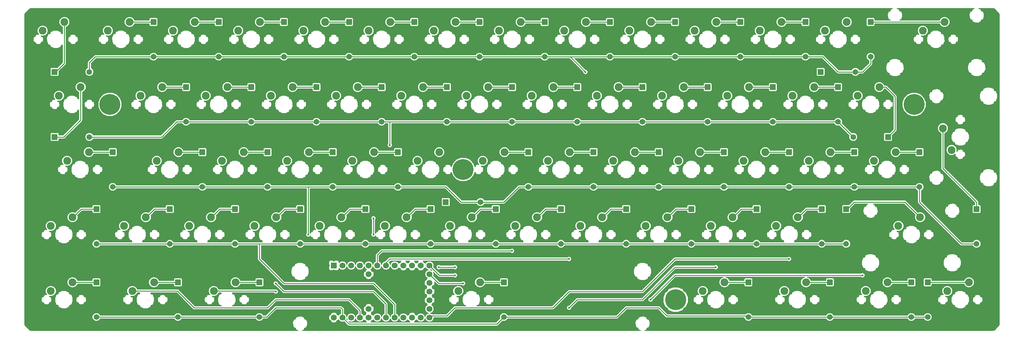
<source format=gbl>
G04 #@! TF.FileFunction,Copper,L2,Bot,Signal*
%FSLAX46Y46*%
G04 Gerber Fmt 4.6, Leading zero omitted, Abs format (unit mm)*
G04 Created by KiCad (PCBNEW 4.0.5) date 02/06/17 19:39:07*
%MOMM*%
%LPD*%
G01*
G04 APERTURE LIST*
%ADD10C,0.100000*%
%ADD11C,1.651000*%
%ADD12R,1.651000X1.651000*%
%ADD13C,2.286000*%
%ADD14C,6.100000*%
%ADD15R,1.752600X1.752600*%
%ADD16C,1.752600*%
%ADD17C,0.600000*%
%ADD18C,0.250000*%
%ADD19C,0.200000*%
G04 APERTURE END LIST*
D10*
D11*
X38417500Y-38100000D03*
D12*
X28257500Y-38100000D03*
D13*
X288290000Y-23495000D03*
X281940000Y-26035000D03*
X287813750Y-54610000D03*
X290353750Y-60960000D03*
X281146250Y-80645000D03*
X274796250Y-83185000D03*
X152558750Y-99695000D03*
X146208750Y-102235000D03*
X38258750Y-61595000D03*
X31908750Y-64135000D03*
X35877500Y-42545000D03*
X29527500Y-45085000D03*
X31115000Y-23495000D03*
X24765000Y-26035000D03*
D14*
X44425000Y-47625000D03*
X147637500Y-66675000D03*
X279411000Y-47625000D03*
X209725000Y-104775000D03*
D15*
X109855000Y-94773750D03*
D16*
X112395000Y-94773750D03*
X114935000Y-94773750D03*
X117475000Y-94773750D03*
X120015000Y-94773750D03*
X122555000Y-94773750D03*
X125095000Y-94773750D03*
X127635000Y-94773750D03*
X130175000Y-94773750D03*
X132715000Y-94773750D03*
X135255000Y-94773750D03*
X137795000Y-94773750D03*
X137795000Y-97313750D03*
X137795000Y-99853750D03*
X137795000Y-102393750D03*
X137795000Y-104933750D03*
X137795000Y-107473750D03*
X137795000Y-110013750D03*
X135255000Y-110013750D03*
X132715000Y-110013750D03*
X130175000Y-110013750D03*
X127635000Y-110013750D03*
X125095000Y-110013750D03*
X122555000Y-110013750D03*
X120015000Y-110013750D03*
X117475000Y-110013750D03*
X114935000Y-110013750D03*
X112395000Y-110013750D03*
X109855000Y-110013750D03*
X120015000Y-107473750D03*
X120015000Y-97313750D03*
D13*
X50165000Y-23495000D03*
X43815000Y-26035000D03*
X274002500Y-61595000D03*
X267652500Y-64135000D03*
X269240000Y-42545000D03*
X262890000Y-45085000D03*
X259715000Y-23495000D03*
X253365000Y-26035000D03*
X245427500Y-80645000D03*
X239077500Y-83185000D03*
X254952500Y-61595000D03*
X248602500Y-64135000D03*
X250190000Y-42545000D03*
X243840000Y-45085000D03*
X240665000Y-23495000D03*
X234315000Y-26035000D03*
X226377500Y-80645000D03*
X220027500Y-83185000D03*
X235902500Y-61595000D03*
X229552500Y-64135000D03*
X231140000Y-42545000D03*
X224790000Y-45085000D03*
X221615000Y-23495000D03*
X215265000Y-26035000D03*
X202565000Y-23495000D03*
X196215000Y-26035000D03*
X183515000Y-23495000D03*
X177165000Y-26035000D03*
X164465000Y-23495000D03*
X158115000Y-26035000D03*
X145415000Y-23495000D03*
X139065000Y-26035000D03*
X126365000Y-23495000D03*
X120015000Y-26035000D03*
X107315000Y-23495000D03*
X100965000Y-26035000D03*
X88265000Y-23495000D03*
X81915000Y-26035000D03*
X69215000Y-23495000D03*
X62865000Y-26035000D03*
X207327500Y-80645000D03*
X200977500Y-83185000D03*
X188277500Y-80645000D03*
X181927500Y-83185000D03*
X169227500Y-80645000D03*
X162877500Y-83185000D03*
X150177500Y-80645000D03*
X143827500Y-83185000D03*
X131127500Y-80645000D03*
X124777500Y-83185000D03*
X112077500Y-80645000D03*
X105727500Y-83185000D03*
X93027500Y-80645000D03*
X86677500Y-83185000D03*
X73977500Y-80645000D03*
X67627500Y-83185000D03*
X54927500Y-80645000D03*
X48577500Y-83185000D03*
X216852500Y-61595000D03*
X210502500Y-64135000D03*
X197802500Y-61595000D03*
X191452500Y-64135000D03*
X178752500Y-61595000D03*
X172402500Y-64135000D03*
X159702500Y-61595000D03*
X153352500Y-64135000D03*
X140652500Y-61595000D03*
X134302500Y-64135000D03*
X121602500Y-61595000D03*
X115252500Y-64135000D03*
X102552500Y-61595000D03*
X96202500Y-64135000D03*
X83502500Y-61595000D03*
X77152500Y-64135000D03*
X64452500Y-61595000D03*
X58102500Y-64135000D03*
X212090000Y-42545000D03*
X205740000Y-45085000D03*
X193040000Y-42545000D03*
X186690000Y-45085000D03*
X173990000Y-42545000D03*
X167640000Y-45085000D03*
X154940000Y-42545000D03*
X148590000Y-45085000D03*
X135890000Y-42545000D03*
X129540000Y-45085000D03*
X116840000Y-42545000D03*
X110490000Y-45085000D03*
X97790000Y-42545000D03*
X91440000Y-45085000D03*
X78740000Y-42545000D03*
X72390000Y-45085000D03*
X59690000Y-42545000D03*
X53340000Y-45085000D03*
X295433750Y-99695000D03*
X289083750Y-102235000D03*
X271621250Y-99695000D03*
X265271250Y-102235000D03*
X247808750Y-99695000D03*
X241458750Y-102235000D03*
X223996250Y-99695000D03*
X217646250Y-102235000D03*
X81121250Y-99695000D03*
X74771250Y-102235000D03*
X57308750Y-99695000D03*
X50958750Y-102235000D03*
X33496250Y-99695000D03*
X27146250Y-102235000D03*
X33496250Y-80645000D03*
X27146250Y-83185000D03*
D11*
X283368750Y-109855000D03*
D12*
X283368750Y-99695000D03*
D11*
X297656250Y-88423750D03*
D12*
X297656250Y-78263750D03*
D11*
X266700000Y-33655000D03*
D12*
X266700000Y-23495000D03*
D11*
X278606250Y-109855000D03*
D12*
X278606250Y-99695000D03*
D11*
X259556250Y-88423750D03*
D12*
X259556250Y-78263750D03*
D11*
X280987500Y-71755000D03*
D12*
X280987500Y-61595000D03*
D11*
X261620000Y-57150000D03*
D12*
X271780000Y-57150000D03*
D11*
X262255000Y-38100000D03*
D12*
X252095000Y-38100000D03*
D11*
X254793750Y-109855000D03*
D12*
X254793750Y-99695000D03*
D11*
X252412500Y-88423750D03*
D12*
X252412500Y-78263750D03*
D11*
X261937500Y-71755000D03*
D12*
X261937500Y-61595000D03*
D11*
X257175000Y-52705000D03*
D12*
X257175000Y-42545000D03*
D11*
X247650000Y-33655000D03*
D12*
X247650000Y-23495000D03*
D11*
X230981250Y-109855000D03*
D12*
X230981250Y-99695000D03*
D11*
X233362500Y-88423750D03*
D12*
X233362500Y-78263750D03*
D11*
X242887500Y-71755000D03*
D12*
X242887500Y-61595000D03*
D11*
X238125000Y-52705000D03*
D12*
X238125000Y-42545000D03*
D11*
X228600000Y-33655000D03*
D12*
X228600000Y-23495000D03*
D11*
X209550000Y-33655000D03*
D12*
X209550000Y-23495000D03*
D11*
X190500000Y-33655000D03*
D12*
X190500000Y-23495000D03*
D11*
X171450000Y-33655000D03*
D12*
X171450000Y-23495000D03*
D11*
X152400000Y-33655000D03*
D12*
X152400000Y-23495000D03*
D11*
X133350000Y-33655000D03*
D12*
X133350000Y-23495000D03*
D11*
X114300000Y-33655000D03*
D12*
X114300000Y-23495000D03*
D11*
X95250000Y-33655000D03*
D12*
X95250000Y-23495000D03*
D11*
X76200000Y-33655000D03*
D12*
X76200000Y-23495000D03*
D11*
X57150000Y-33655000D03*
D12*
X57150000Y-23495000D03*
D11*
X159543750Y-109855000D03*
D12*
X159543750Y-99695000D03*
D11*
X88106250Y-109855000D03*
D12*
X88106250Y-99695000D03*
D11*
X64293750Y-109855000D03*
D12*
X64293750Y-99695000D03*
D11*
X40481250Y-109855000D03*
D12*
X40481250Y-99695000D03*
D11*
X214312500Y-88423750D03*
D12*
X214312500Y-78263750D03*
D11*
X195262500Y-88423750D03*
D12*
X195262500Y-78263750D03*
D11*
X176212500Y-88423750D03*
D12*
X176212500Y-78263750D03*
D11*
X157162500Y-88423750D03*
D12*
X157162500Y-78263750D03*
D11*
X138112500Y-88423750D03*
D12*
X138112500Y-78263750D03*
D11*
X119062500Y-88423750D03*
D12*
X119062500Y-78263750D03*
D11*
X100012500Y-88423750D03*
D12*
X100012500Y-78263750D03*
D11*
X80962500Y-88423750D03*
D12*
X80962500Y-78263750D03*
D11*
X61912500Y-88423750D03*
D12*
X61912500Y-78263750D03*
D11*
X40481250Y-88423750D03*
D12*
X40481250Y-78263750D03*
D11*
X223837500Y-71755000D03*
D12*
X223837500Y-61595000D03*
D11*
X204787500Y-71755000D03*
D12*
X204787500Y-61595000D03*
D11*
X185737500Y-71755000D03*
D12*
X185737500Y-61595000D03*
D11*
X166687500Y-71755000D03*
D12*
X166687500Y-61595000D03*
D11*
X152717500Y-76200000D03*
D12*
X142557500Y-76200000D03*
D11*
X128587500Y-71755000D03*
D12*
X128587500Y-61595000D03*
D11*
X109537500Y-71755000D03*
D12*
X109537500Y-61595000D03*
D11*
X90487500Y-71755000D03*
D12*
X90487500Y-61595000D03*
D11*
X71437500Y-71755000D03*
D12*
X71437500Y-61595000D03*
D11*
X45243750Y-71755000D03*
D12*
X45243750Y-61595000D03*
D11*
X219075000Y-52705000D03*
D12*
X219075000Y-42545000D03*
D11*
X200025000Y-52705000D03*
D12*
X200025000Y-42545000D03*
D11*
X180975000Y-52705000D03*
D12*
X180975000Y-42545000D03*
D11*
X161925000Y-52705000D03*
D12*
X161925000Y-42545000D03*
D11*
X142875000Y-52705000D03*
D12*
X142875000Y-42545000D03*
D11*
X123825000Y-52705000D03*
D12*
X123825000Y-42545000D03*
D11*
X104775000Y-52705000D03*
D12*
X104775000Y-42545000D03*
D11*
X85725000Y-52705000D03*
D12*
X85725000Y-42545000D03*
D11*
X66675000Y-52705000D03*
D12*
X66675000Y-42545000D03*
D11*
X38417500Y-57150000D03*
D12*
X28257500Y-57150000D03*
D17*
X92868750Y-102393750D03*
X92868750Y-100012500D03*
X102393750Y-85725000D03*
X121443750Y-80962500D03*
X126206250Y-59531250D03*
X121443750Y-85725000D03*
X183356250Y-38100000D03*
X178593750Y-92868750D03*
X161925000Y-90487500D03*
X145256250Y-95250000D03*
X140493750Y-95250000D03*
X145256250Y-97631250D03*
X147637500Y-100012500D03*
X221456250Y-95250000D03*
X178593750Y-107156250D03*
X242887500Y-92868750D03*
X264318750Y-97631250D03*
X202406250Y-104775000D03*
D18*
X28257500Y-57150000D02*
X30956250Y-57150000D01*
X35877500Y-52228750D02*
X35877500Y-42545000D01*
X30956250Y-57150000D02*
X35877500Y-52228750D01*
X59690000Y-42545000D02*
X66675000Y-42545000D01*
X78740000Y-42545000D02*
X85725000Y-42545000D01*
X97790000Y-42545000D02*
X104775000Y-42545000D01*
X116840000Y-42545000D02*
X123825000Y-42545000D01*
X135890000Y-42545000D02*
X142875000Y-42545000D01*
X154940000Y-42545000D02*
X161925000Y-42545000D01*
X173990000Y-42545000D02*
X180975000Y-42545000D01*
X193040000Y-42545000D02*
X200025000Y-42545000D01*
X212090000Y-42545000D02*
X219075000Y-42545000D01*
X38258750Y-61595000D02*
X45243750Y-61595000D01*
X64452500Y-61595000D02*
X71437500Y-61595000D01*
X83502500Y-61595000D02*
X90487500Y-61595000D01*
X102552500Y-61595000D02*
X109537500Y-61595000D01*
X121602500Y-61595000D02*
X128587500Y-61595000D01*
X159702500Y-61595000D02*
X166687500Y-61595000D01*
X178752500Y-61595000D02*
X185737500Y-61595000D01*
X197802500Y-61595000D02*
X204787500Y-61595000D01*
X216852500Y-61595000D02*
X223837500Y-61595000D01*
X33496250Y-80645000D02*
X33655000Y-80645000D01*
X33655000Y-80645000D02*
X36036250Y-78263750D01*
X36036250Y-78263750D02*
X40481250Y-78263750D01*
X54927500Y-80645000D02*
X55086250Y-80645000D01*
X55086250Y-80645000D02*
X57467500Y-78263750D01*
X57467500Y-78263750D02*
X61912500Y-78263750D01*
X73977500Y-80645000D02*
X74136250Y-80645000D01*
X74136250Y-80645000D02*
X76517500Y-78263750D01*
X76517500Y-78263750D02*
X80962500Y-78263750D01*
X93027500Y-80645000D02*
X93186250Y-80645000D01*
X93186250Y-80645000D02*
X95567500Y-78263750D01*
X95567500Y-78263750D02*
X100012500Y-78263750D01*
X112077500Y-80645000D02*
X112236250Y-80645000D01*
X112236250Y-80645000D02*
X114617500Y-78263750D01*
X114617500Y-78263750D02*
X119062500Y-78263750D01*
X131127500Y-80645000D02*
X131286250Y-80645000D01*
X131286250Y-80645000D02*
X133667500Y-78263750D01*
X133667500Y-78263750D02*
X138112500Y-78263750D01*
X150177500Y-80645000D02*
X150336250Y-80645000D01*
X150336250Y-80645000D02*
X152717500Y-78263750D01*
X152717500Y-78263750D02*
X157162500Y-78263750D01*
X169227500Y-80645000D02*
X169386250Y-80645000D01*
X169386250Y-80645000D02*
X171767500Y-78263750D01*
X171767500Y-78263750D02*
X176212500Y-78263750D01*
X188277500Y-80645000D02*
X188436250Y-80645000D01*
X188436250Y-80645000D02*
X190817500Y-78263750D01*
X190817500Y-78263750D02*
X195262500Y-78263750D01*
X207327500Y-80645000D02*
X207486250Y-80645000D01*
X207486250Y-80645000D02*
X209867500Y-78263750D01*
X209867500Y-78263750D02*
X214312500Y-78263750D01*
X33496250Y-99695000D02*
X40481250Y-99695000D01*
X57308750Y-99695000D02*
X64293750Y-99695000D01*
X81121250Y-99695000D02*
X88106250Y-99695000D01*
X152558750Y-99695000D02*
X159543750Y-99695000D01*
X31115000Y-23495000D02*
X31115000Y-35560000D01*
X31115000Y-35560000D02*
X28575000Y-38100000D01*
X28575000Y-38100000D02*
X28257500Y-38100000D01*
X28575000Y-38100000D02*
X28257500Y-38100000D01*
X50165000Y-23495000D02*
X57150000Y-23495000D01*
X69215000Y-23495000D02*
X76200000Y-23495000D01*
X88265000Y-23495000D02*
X95250000Y-23495000D01*
X107315000Y-23495000D02*
X114300000Y-23495000D01*
X126365000Y-23495000D02*
X133350000Y-23495000D01*
X145415000Y-23495000D02*
X152400000Y-23495000D01*
X164465000Y-23495000D02*
X171450000Y-23495000D01*
X183515000Y-23495000D02*
X190500000Y-23495000D01*
X202565000Y-23495000D02*
X209550000Y-23495000D01*
X221615000Y-23495000D02*
X228600000Y-23495000D01*
X231140000Y-42545000D02*
X238125000Y-42545000D01*
X235902500Y-61595000D02*
X242887500Y-61595000D01*
X226377500Y-80645000D02*
X226536250Y-80645000D01*
X226536250Y-80645000D02*
X228917500Y-78263750D01*
X228917500Y-78263750D02*
X233362500Y-78263750D01*
X223996250Y-99695000D02*
X230981250Y-99695000D01*
X240665000Y-23495000D02*
X247650000Y-23495000D01*
X250190000Y-42545000D02*
X257175000Y-42545000D01*
X254952500Y-61595000D02*
X261937500Y-61595000D01*
X245427500Y-80645000D02*
X245586250Y-80645000D01*
X245586250Y-80645000D02*
X247967500Y-78263750D01*
X247967500Y-78263750D02*
X252412500Y-78263750D01*
X247808750Y-99695000D02*
X254793750Y-99695000D01*
X269240000Y-42545000D02*
X271145000Y-42545000D01*
X273843750Y-55086250D02*
X271780000Y-57150000D01*
X273843750Y-45243750D02*
X273843750Y-55086250D01*
X271145000Y-42545000D02*
X273843750Y-45243750D01*
X274002500Y-61595000D02*
X280987500Y-61595000D01*
X259556250Y-78263750D02*
X259873750Y-78263750D01*
X259873750Y-78263750D02*
X261937500Y-76200000D01*
X261937500Y-76200000D02*
X276701250Y-76200000D01*
X276701250Y-76200000D02*
X281146250Y-80645000D01*
X271621250Y-99695000D02*
X278606250Y-99695000D01*
X266700000Y-23495000D02*
X288290000Y-23495000D01*
X287813750Y-54610000D02*
X287813750Y-66357500D01*
X297656250Y-76200000D02*
X297656250Y-78263750D01*
X287813750Y-66357500D02*
X297656250Y-76200000D01*
X295433750Y-99695000D02*
X283368750Y-99695000D01*
X90170000Y-109855000D02*
X92868750Y-107156250D01*
X88106250Y-109855000D02*
X90170000Y-109855000D01*
X112395000Y-107632500D02*
X112395000Y-110013750D01*
X111918750Y-107156250D02*
X112395000Y-107632500D01*
X92868750Y-107156250D02*
X111918750Y-107156250D01*
X157480000Y-111918750D02*
X114300000Y-111918750D01*
X114300000Y-111918750D02*
X112395000Y-110013750D01*
X159543750Y-109855000D02*
X157480000Y-111918750D01*
X278606250Y-109855000D02*
X283368750Y-109855000D01*
X254793750Y-109855000D02*
X278288750Y-109855000D01*
X278288750Y-109855000D02*
X278606250Y-109537500D01*
X278606250Y-109537500D02*
X278606250Y-109855000D01*
X230981250Y-109855000D02*
X254793750Y-109855000D01*
X159543750Y-109855000D02*
X192563750Y-109855000D01*
X207168750Y-109537500D02*
X230981250Y-109537500D01*
X204787500Y-107156250D02*
X207168750Y-109537500D01*
X195262500Y-107156250D02*
X204787500Y-107156250D01*
X192563750Y-109855000D02*
X195262500Y-107156250D01*
X230981250Y-109537500D02*
X230981250Y-109855000D01*
X64293750Y-109855000D02*
X87788750Y-109855000D01*
X87788750Y-109855000D02*
X88106250Y-109537500D01*
X88106250Y-109537500D02*
X88106250Y-109855000D01*
X40481250Y-109855000D02*
X64293750Y-109855000D01*
X92868750Y-104775000D02*
X114300000Y-104775000D01*
X64135000Y-102235000D02*
X69056250Y-107156250D01*
X69056250Y-107156250D02*
X90487500Y-107156250D01*
X90487500Y-107156250D02*
X92868750Y-104775000D01*
X50958750Y-102235000D02*
X64135000Y-102235000D01*
X117475000Y-107950000D02*
X117475000Y-110013750D01*
X114300000Y-104775000D02*
X117475000Y-107950000D01*
X92710000Y-102235000D02*
X92868750Y-102393750D01*
X74771250Y-102235000D02*
X92710000Y-102235000D01*
X116681250Y-102393750D02*
X121443750Y-102393750D01*
X92868750Y-100012500D02*
X95250000Y-102393750D01*
X95250000Y-102393750D02*
X116681250Y-102393750D01*
X125095000Y-106045000D02*
X125095000Y-110013750D01*
X121443750Y-102393750D02*
X125095000Y-106045000D01*
X116681250Y-100012500D02*
X121443750Y-100012500D01*
X88106250Y-92868750D02*
X95250000Y-100012500D01*
X95250000Y-100012500D02*
X116681250Y-100012500D01*
X88106250Y-88423750D02*
X88106250Y-92868750D01*
X127635000Y-106203750D02*
X127635000Y-110013750D01*
X121443750Y-100012500D02*
X127635000Y-106203750D01*
X252412500Y-88423750D02*
X259556250Y-88423750D01*
X80962500Y-88423750D02*
X88106250Y-88423750D01*
X88106250Y-88423750D02*
X99695000Y-88423750D01*
X233362500Y-88423750D02*
X252095000Y-88423750D01*
X252095000Y-88423750D02*
X252412500Y-88106250D01*
X252412500Y-88106250D02*
X252412500Y-88423750D01*
X214312500Y-88423750D02*
X233362500Y-88423750D01*
X195262500Y-88423750D02*
X214312500Y-88423750D01*
X176212500Y-88423750D02*
X195262500Y-88423750D01*
X157162500Y-88423750D02*
X176212500Y-88423750D01*
X138112500Y-88423750D02*
X157162500Y-88423750D01*
X119062500Y-88423750D02*
X138112500Y-88423750D01*
X100012500Y-88423750D02*
X118745000Y-88423750D01*
X118745000Y-88423750D02*
X119062500Y-88106250D01*
X119062500Y-88106250D02*
X119062500Y-88423750D01*
X99695000Y-88423750D02*
X100012500Y-88106250D01*
X100012500Y-88106250D02*
X100012500Y-88423750D01*
X61912500Y-88423750D02*
X80962500Y-88423750D01*
X40481250Y-88423750D02*
X61912500Y-88423750D01*
X102393750Y-71755000D02*
X102393750Y-85725000D01*
X280987500Y-71755000D02*
X280987500Y-76200000D01*
X293211250Y-88423750D02*
X297656250Y-88423750D01*
X280987500Y-76200000D02*
X293211250Y-88423750D01*
X152717500Y-76200000D02*
X159543750Y-76200000D01*
X163988750Y-71755000D02*
X166687500Y-71755000D01*
X159543750Y-76200000D02*
X163988750Y-71755000D01*
X128587500Y-71755000D02*
X142557500Y-71755000D01*
X147002500Y-76200000D02*
X152717500Y-76200000D01*
X142557500Y-71755000D02*
X147002500Y-76200000D01*
X152400000Y-76200000D02*
X152717500Y-76200000D01*
X166687500Y-71755000D02*
X185737500Y-71755000D01*
X280987500Y-71755000D02*
X281305000Y-71755000D01*
X261937500Y-71755000D02*
X280987500Y-71755000D01*
X242887500Y-71755000D02*
X261937500Y-71755000D01*
X223837500Y-71755000D02*
X242887500Y-71755000D01*
X223837500Y-71437500D02*
X223837500Y-71755000D01*
X223520000Y-71755000D02*
X223837500Y-71437500D01*
X204787500Y-71755000D02*
X223520000Y-71755000D01*
X185737500Y-71755000D02*
X204787500Y-71755000D01*
X109537500Y-71755000D02*
X128587500Y-71755000D01*
X90487500Y-71755000D02*
X102393750Y-71755000D01*
X102393750Y-71755000D02*
X109537500Y-71755000D01*
X71437500Y-71755000D02*
X90487500Y-71755000D01*
X45243750Y-71755000D02*
X71437500Y-71755000D01*
X121443750Y-80962500D02*
X121443750Y-85725000D01*
X126206250Y-52705000D02*
X126206250Y-59531250D01*
X257175000Y-52705000D02*
X261620000Y-57150000D01*
X38417500Y-57150000D02*
X59531250Y-57150000D01*
X63976250Y-52705000D02*
X66675000Y-52705000D01*
X59531250Y-57150000D02*
X63976250Y-52705000D01*
X238125000Y-52705000D02*
X257175000Y-52705000D01*
X219075000Y-52705000D02*
X238125000Y-52705000D01*
X200025000Y-52705000D02*
X219075000Y-52705000D01*
X180975000Y-52705000D02*
X200025000Y-52705000D01*
X161925000Y-52705000D02*
X180975000Y-52705000D01*
X142875000Y-52705000D02*
X161925000Y-52705000D01*
X123825000Y-52705000D02*
X126206250Y-52705000D01*
X126206250Y-52705000D02*
X142875000Y-52705000D01*
X104775000Y-52705000D02*
X123825000Y-52705000D01*
X85725000Y-52705000D02*
X104775000Y-52705000D01*
X66675000Y-52705000D02*
X85725000Y-52705000D01*
X178593750Y-92868750D02*
X126206250Y-92868750D01*
X178911250Y-33655000D02*
X183356250Y-38100000D01*
X178593750Y-33655000D02*
X178911250Y-33655000D01*
X126206250Y-92868750D02*
X125095000Y-93980000D01*
X125095000Y-93980000D02*
X125095000Y-94773750D01*
X38417500Y-38100000D02*
X38417500Y-35401250D01*
X40163750Y-33655000D02*
X57150000Y-33655000D01*
X38417500Y-35401250D02*
X40163750Y-33655000D01*
X38417500Y-38100000D02*
X38417500Y-37782500D01*
X262255000Y-38100000D02*
X264318750Y-38100000D01*
X266700000Y-35718750D02*
X266700000Y-33655000D01*
X264318750Y-38100000D02*
X266700000Y-35718750D01*
X247650000Y-33655000D02*
X252730000Y-33655000D01*
X257175000Y-38100000D02*
X262255000Y-38100000D01*
X252730000Y-33655000D02*
X257175000Y-38100000D01*
X266382500Y-33655000D02*
X266700000Y-33337500D01*
X266700000Y-33337500D02*
X266700000Y-33655000D01*
X262255000Y-38417500D02*
X261937500Y-38100000D01*
X261937500Y-38100000D02*
X262255000Y-38100000D01*
X228600000Y-33655000D02*
X247650000Y-33655000D01*
X209550000Y-33655000D02*
X228600000Y-33655000D01*
X190500000Y-33655000D02*
X209550000Y-33655000D01*
X171450000Y-33655000D02*
X178593750Y-33655000D01*
X178593750Y-33655000D02*
X190500000Y-33655000D01*
X133350000Y-33655000D02*
X171450000Y-33655000D01*
X114300000Y-33655000D02*
X133350000Y-33655000D01*
X152400000Y-33655000D02*
X171450000Y-33655000D01*
X133032500Y-33655000D02*
X133350000Y-33337500D01*
X133350000Y-33337500D02*
X133350000Y-33655000D01*
X95250000Y-33655000D02*
X114300000Y-33655000D01*
X76200000Y-33655000D02*
X95250000Y-33655000D01*
X57150000Y-33655000D02*
X76200000Y-33655000D01*
X161925000Y-90487500D02*
X123825000Y-90487500D01*
X122555000Y-91757500D02*
X122555000Y-94773750D01*
X123825000Y-90487500D02*
X122555000Y-91757500D01*
X145256250Y-95250000D02*
X140493750Y-95250000D01*
X142875000Y-97631250D02*
X140652500Y-97631250D01*
X145256250Y-97631250D02*
X142875000Y-97631250D01*
X140652500Y-97631250D02*
X137795000Y-94773750D01*
X142875000Y-100012500D02*
X140493750Y-100012500D01*
X147637500Y-100012500D02*
X142875000Y-100012500D01*
X140493750Y-100012500D02*
X137795000Y-97313750D01*
X221456250Y-95250000D02*
X209550000Y-95250000D01*
X209550000Y-95250000D02*
X200025000Y-104775000D01*
X200025000Y-104775000D02*
X180975000Y-104775000D01*
X180975000Y-104775000D02*
X178593750Y-107156250D01*
X173831250Y-107156250D02*
X145256250Y-107156250D01*
X242887500Y-92868750D02*
X209550000Y-92868750D01*
X209550000Y-92868750D02*
X200025000Y-102393750D01*
X200025000Y-102393750D02*
X178593750Y-102393750D01*
X178593750Y-102393750D02*
X173831250Y-107156250D01*
X142875000Y-109537500D02*
X138271250Y-109537500D01*
X145256250Y-107156250D02*
X142875000Y-109537500D01*
X138271250Y-109537500D02*
X137795000Y-110013750D01*
X264318750Y-97631250D02*
X209550000Y-97631250D01*
X209550000Y-97631250D02*
X202406250Y-104775000D01*
D19*
G36*
X272662090Y-19745284D02*
X272495442Y-20055653D01*
X272560516Y-20120727D01*
X272342537Y-20338326D01*
X272277653Y-20273442D01*
X271967284Y-20440090D01*
X271667653Y-21233564D01*
X271694480Y-22081303D01*
X271967284Y-22739910D01*
X272277653Y-22906558D01*
X272342727Y-22841484D01*
X272471019Y-22970000D01*
X267933336Y-22970000D01*
X267933336Y-22669500D01*
X267905444Y-22521269D01*
X267817840Y-22385128D01*
X267684171Y-22293796D01*
X267525500Y-22261664D01*
X265874500Y-22261664D01*
X265726269Y-22289556D01*
X265590128Y-22377160D01*
X265498796Y-22510829D01*
X265466664Y-22669500D01*
X265466664Y-24320500D01*
X265494556Y-24468731D01*
X265582160Y-24604872D01*
X265715829Y-24696204D01*
X265874500Y-24728336D01*
X267525500Y-24728336D01*
X267673731Y-24700444D01*
X267809872Y-24612840D01*
X267901204Y-24479171D01*
X267933336Y-24320500D01*
X267933336Y-24020000D01*
X286837398Y-24020000D01*
X286981146Y-24367897D01*
X287414820Y-24802329D01*
X287981732Y-25037731D01*
X288595575Y-25038267D01*
X289162897Y-24803854D01*
X289597329Y-24370180D01*
X289832731Y-23803268D01*
X289833267Y-23189425D01*
X289598854Y-22622103D01*
X289165180Y-22187671D01*
X288598268Y-21952269D01*
X287984425Y-21951733D01*
X287417103Y-22186146D01*
X286982671Y-22619820D01*
X286837264Y-22970000D01*
X275152913Y-22970000D01*
X275281463Y-22841674D01*
X275346347Y-22906558D01*
X275656716Y-22739910D01*
X275956347Y-21946436D01*
X275929520Y-21098697D01*
X275656716Y-20440090D01*
X275346347Y-20273442D01*
X275281273Y-20338516D01*
X275063674Y-20120537D01*
X275128558Y-20055653D01*
X274961910Y-19745284D01*
X274378560Y-19525000D01*
X297069903Y-19525000D01*
X296538090Y-19745284D01*
X296371442Y-20055653D01*
X296436516Y-20120727D01*
X296218537Y-20338326D01*
X296153653Y-20273442D01*
X295843284Y-20440090D01*
X295543653Y-21233564D01*
X295570480Y-22081303D01*
X295843284Y-22739910D01*
X296153653Y-22906558D01*
X296218727Y-22841484D01*
X296436326Y-23059463D01*
X296371442Y-23124347D01*
X296538090Y-23434716D01*
X297331564Y-23734347D01*
X298179303Y-23707520D01*
X298837910Y-23434716D01*
X299004558Y-23124347D01*
X298939484Y-23059273D01*
X299157463Y-22841674D01*
X299222347Y-22906558D01*
X299532716Y-22739910D01*
X299832347Y-21946436D01*
X299805520Y-21098697D01*
X299532716Y-20440090D01*
X299222347Y-20273442D01*
X299157273Y-20338516D01*
X298939674Y-20120537D01*
X299004558Y-20055653D01*
X298837910Y-19745284D01*
X298254560Y-19525000D01*
X302371966Y-19525000D01*
X302846773Y-19619445D01*
X304230555Y-21003227D01*
X304325000Y-21478034D01*
X304325000Y-111871966D01*
X304230555Y-112346773D01*
X302846773Y-113730555D01*
X302371966Y-113825000D01*
X200674847Y-113825000D01*
X201206660Y-113604716D01*
X201373308Y-113294347D01*
X201308234Y-113229273D01*
X201526213Y-113011674D01*
X201591097Y-113076558D01*
X201901466Y-112909910D01*
X202201097Y-112116436D01*
X202174270Y-111268697D01*
X201901466Y-110610090D01*
X201591097Y-110443442D01*
X201526023Y-110508516D01*
X201308424Y-110290537D01*
X201373308Y-110225653D01*
X201206660Y-109915284D01*
X200413186Y-109615653D01*
X199565447Y-109642480D01*
X198906840Y-109915284D01*
X198740192Y-110225653D01*
X198805266Y-110290727D01*
X198587287Y-110508326D01*
X198522403Y-110443442D01*
X198212034Y-110610090D01*
X197912403Y-111403564D01*
X197939230Y-112251303D01*
X198212034Y-112909910D01*
X198522403Y-113076558D01*
X198587477Y-113011484D01*
X198805076Y-113229463D01*
X198740192Y-113294347D01*
X198906840Y-113604716D01*
X199490190Y-113825000D01*
X100598847Y-113825000D01*
X101130660Y-113604716D01*
X101297308Y-113294347D01*
X101232234Y-113229273D01*
X101450213Y-113011674D01*
X101515097Y-113076558D01*
X101825466Y-112909910D01*
X102125097Y-112116436D01*
X102098270Y-111268697D01*
X101825466Y-110610090D01*
X101515097Y-110443442D01*
X101450023Y-110508516D01*
X101232424Y-110290537D01*
X101297308Y-110225653D01*
X101130660Y-109915284D01*
X100337186Y-109615653D01*
X99489447Y-109642480D01*
X98830840Y-109915284D01*
X98664192Y-110225653D01*
X98729266Y-110290727D01*
X98511287Y-110508326D01*
X98446403Y-110443442D01*
X98136034Y-110610090D01*
X97836403Y-111403564D01*
X97863230Y-112251303D01*
X98136034Y-112909910D01*
X98446403Y-113076558D01*
X98511477Y-113011484D01*
X98729076Y-113229463D01*
X98664192Y-113294347D01*
X98830840Y-113604716D01*
X99414190Y-113825000D01*
X21478034Y-113825000D01*
X21003227Y-113730555D01*
X19619445Y-112346773D01*
X19525000Y-111871966D01*
X19525000Y-104579365D01*
X24401689Y-104579365D01*
X24439067Y-105158547D01*
X24588799Y-105520033D01*
X24829327Y-105604134D01*
X24882930Y-105550531D01*
X25100529Y-105768510D01*
X25047116Y-105821923D01*
X25131217Y-106062451D01*
X25680615Y-106249561D01*
X26259797Y-106212183D01*
X26621283Y-106062451D01*
X26705384Y-105821923D01*
X26651781Y-105768320D01*
X26869760Y-105550721D01*
X26923173Y-105604134D01*
X27163701Y-105520033D01*
X27350811Y-104970635D01*
X27313433Y-104391453D01*
X27278240Y-104306488D01*
X28345074Y-104306488D01*
X28364547Y-105341405D01*
X28723130Y-106207102D01*
X29082327Y-106431135D01*
X29154707Y-106358755D01*
X29372305Y-106576733D01*
X29300115Y-106648923D01*
X29524148Y-107008120D01*
X30487738Y-107386176D01*
X31522655Y-107366703D01*
X32388352Y-107008120D01*
X32612385Y-106648923D01*
X32540005Y-106576543D01*
X32757983Y-106358945D01*
X32830173Y-106431135D01*
X33189370Y-106207102D01*
X33567426Y-105243512D01*
X33554930Y-104579365D01*
X34561689Y-104579365D01*
X34599067Y-105158547D01*
X34748799Y-105520033D01*
X34989327Y-105604134D01*
X35042930Y-105550531D01*
X35260529Y-105768510D01*
X35207116Y-105821923D01*
X35291217Y-106062451D01*
X35840615Y-106249561D01*
X36419797Y-106212183D01*
X36781283Y-106062451D01*
X36865384Y-105821923D01*
X36811781Y-105768320D01*
X37029760Y-105550721D01*
X37083173Y-105604134D01*
X37323701Y-105520033D01*
X37510811Y-104970635D01*
X37473433Y-104391453D01*
X37323701Y-104029967D01*
X37083173Y-103945866D01*
X37029570Y-103999469D01*
X36811971Y-103781490D01*
X36865384Y-103728077D01*
X36781283Y-103487549D01*
X36231885Y-103300439D01*
X35652703Y-103337817D01*
X35291217Y-103487549D01*
X35207116Y-103728077D01*
X35260719Y-103781680D01*
X35042740Y-103999279D01*
X34989327Y-103945866D01*
X34748799Y-104029967D01*
X34561689Y-104579365D01*
X33554930Y-104579365D01*
X33547953Y-104208595D01*
X33189370Y-103342898D01*
X32830173Y-103118865D01*
X32757793Y-103191245D01*
X32540195Y-102973267D01*
X32612385Y-102901077D01*
X32388352Y-102541880D01*
X31424762Y-102163824D01*
X30389845Y-102183297D01*
X29524148Y-102541880D01*
X29300115Y-102901077D01*
X29372495Y-102973457D01*
X29154517Y-103191055D01*
X29082327Y-103118865D01*
X28723130Y-103342898D01*
X28345074Y-104306488D01*
X27278240Y-104306488D01*
X27163701Y-104029967D01*
X26923173Y-103945866D01*
X26869570Y-103999469D01*
X26651971Y-103781490D01*
X26705384Y-103728077D01*
X26703173Y-103721754D01*
X26837982Y-103777731D01*
X27451825Y-103778267D01*
X28019147Y-103543854D01*
X28453579Y-103110180D01*
X28688981Y-102543268D01*
X28689517Y-101929425D01*
X28455104Y-101362103D01*
X28021430Y-100927671D01*
X27454518Y-100692269D01*
X26840675Y-100691733D01*
X26273353Y-100926146D01*
X25838921Y-101359820D01*
X25603519Y-101926732D01*
X25602983Y-102540575D01*
X25837396Y-103107897D01*
X26032161Y-103303003D01*
X25492703Y-103337817D01*
X25131217Y-103487549D01*
X25047116Y-103728077D01*
X25100719Y-103781680D01*
X24882740Y-103999279D01*
X24829327Y-103945866D01*
X24588799Y-104029967D01*
X24401689Y-104579365D01*
X19525000Y-104579365D01*
X19525000Y-100000575D01*
X31952983Y-100000575D01*
X32187396Y-100567897D01*
X32621070Y-101002329D01*
X33187982Y-101237731D01*
X33801825Y-101238267D01*
X34369147Y-101003854D01*
X34803579Y-100570180D01*
X34948986Y-100220000D01*
X39247914Y-100220000D01*
X39247914Y-100520500D01*
X39275806Y-100668731D01*
X39363410Y-100804872D01*
X39497079Y-100896204D01*
X39655750Y-100928336D01*
X41306750Y-100928336D01*
X41454981Y-100900444D01*
X41591122Y-100812840D01*
X41682454Y-100679171D01*
X41714586Y-100520500D01*
X41714586Y-100000575D01*
X55765483Y-100000575D01*
X55999896Y-100567897D01*
X56433570Y-101002329D01*
X57000482Y-101237731D01*
X57614325Y-101238267D01*
X58181647Y-101003854D01*
X58616079Y-100570180D01*
X58761486Y-100220000D01*
X63060414Y-100220000D01*
X63060414Y-100520500D01*
X63088306Y-100668731D01*
X63175910Y-100804872D01*
X63309579Y-100896204D01*
X63468250Y-100928336D01*
X65119250Y-100928336D01*
X65267481Y-100900444D01*
X65403622Y-100812840D01*
X65494954Y-100679171D01*
X65527086Y-100520500D01*
X65527086Y-100000575D01*
X79577983Y-100000575D01*
X79812396Y-100567897D01*
X80246070Y-101002329D01*
X80812982Y-101237731D01*
X81426825Y-101238267D01*
X81994147Y-101003854D01*
X82428579Y-100570180D01*
X82573986Y-100220000D01*
X86872914Y-100220000D01*
X86872914Y-100520500D01*
X86900806Y-100668731D01*
X86988410Y-100804872D01*
X87122079Y-100896204D01*
X87280750Y-100928336D01*
X88931750Y-100928336D01*
X89079981Y-100900444D01*
X89216122Y-100812840D01*
X89307454Y-100679171D01*
X89339586Y-100520500D01*
X89339586Y-98869500D01*
X89311694Y-98721269D01*
X89224090Y-98585128D01*
X89090421Y-98493796D01*
X88931750Y-98461664D01*
X87280750Y-98461664D01*
X87132519Y-98489556D01*
X86996378Y-98577160D01*
X86905046Y-98710829D01*
X86872914Y-98869500D01*
X86872914Y-99170000D01*
X82573852Y-99170000D01*
X82430104Y-98822103D01*
X81996430Y-98387671D01*
X81429518Y-98152269D01*
X80815675Y-98151733D01*
X80248353Y-98386146D01*
X79813921Y-98819820D01*
X79578519Y-99386732D01*
X79577983Y-100000575D01*
X65527086Y-100000575D01*
X65527086Y-98869500D01*
X65499194Y-98721269D01*
X65411590Y-98585128D01*
X65277921Y-98493796D01*
X65119250Y-98461664D01*
X63468250Y-98461664D01*
X63320019Y-98489556D01*
X63183878Y-98577160D01*
X63092546Y-98710829D01*
X63060414Y-98869500D01*
X63060414Y-99170000D01*
X58761352Y-99170000D01*
X58617604Y-98822103D01*
X58183930Y-98387671D01*
X57617018Y-98152269D01*
X57003175Y-98151733D01*
X56435853Y-98386146D01*
X56001421Y-98819820D01*
X55766019Y-99386732D01*
X55765483Y-100000575D01*
X41714586Y-100000575D01*
X41714586Y-98869500D01*
X41686694Y-98721269D01*
X41599090Y-98585128D01*
X41465421Y-98493796D01*
X41306750Y-98461664D01*
X39655750Y-98461664D01*
X39507519Y-98489556D01*
X39371378Y-98577160D01*
X39280046Y-98710829D01*
X39247914Y-98869500D01*
X39247914Y-99170000D01*
X34948852Y-99170000D01*
X34805104Y-98822103D01*
X34371430Y-98387671D01*
X33804518Y-98152269D01*
X33190675Y-98151733D01*
X32623353Y-98386146D01*
X32188921Y-98819820D01*
X31953519Y-99386732D01*
X31952983Y-100000575D01*
X19525000Y-100000575D01*
X19525000Y-88666448D01*
X39255538Y-88666448D01*
X39441716Y-89117033D01*
X39786154Y-89462073D01*
X40236414Y-89649037D01*
X40723948Y-89649462D01*
X41174533Y-89463284D01*
X41519573Y-89118846D01*
X41590203Y-88948750D01*
X60803433Y-88948750D01*
X60872966Y-89117033D01*
X61217404Y-89462073D01*
X61667664Y-89649037D01*
X62155198Y-89649462D01*
X62605783Y-89463284D01*
X62950823Y-89118846D01*
X63021453Y-88948750D01*
X79853433Y-88948750D01*
X79922966Y-89117033D01*
X80267404Y-89462073D01*
X80717664Y-89649037D01*
X81205198Y-89649462D01*
X81655783Y-89463284D01*
X82000823Y-89118846D01*
X82071453Y-88948750D01*
X87581250Y-88948750D01*
X87581250Y-92868750D01*
X87621213Y-93069659D01*
X87735019Y-93239981D01*
X94878769Y-100383731D01*
X95049091Y-100497537D01*
X95250000Y-100537500D01*
X121226288Y-100537500D01*
X127110000Y-106421212D01*
X127110000Y-108849717D01*
X126912979Y-108931125D01*
X126553637Y-109289840D01*
X126364776Y-109744667D01*
X126177625Y-109291729D01*
X125818910Y-108932387D01*
X125620000Y-108849792D01*
X125620000Y-106045000D01*
X125580037Y-105844091D01*
X125466231Y-105673769D01*
X121814981Y-102022519D01*
X121644659Y-101908713D01*
X121443750Y-101868750D01*
X95467462Y-101868750D01*
X93568787Y-99970075D01*
X93568871Y-99873872D01*
X93462527Y-99616500D01*
X93265786Y-99419415D01*
X93008600Y-99312622D01*
X92730122Y-99312379D01*
X92472750Y-99418723D01*
X92275665Y-99615464D01*
X92168872Y-99872650D01*
X92168629Y-100151128D01*
X92274973Y-100408500D01*
X92471714Y-100605585D01*
X92728900Y-100712378D01*
X92826251Y-100712463D01*
X94878769Y-102764981D01*
X95049091Y-102878787D01*
X95250000Y-102918750D01*
X121226288Y-102918750D01*
X124570000Y-106262462D01*
X124570000Y-108849717D01*
X124372979Y-108931125D01*
X124013637Y-109289840D01*
X123824776Y-109744667D01*
X123637625Y-109291729D01*
X123278910Y-108932387D01*
X122809986Y-108737672D01*
X122302242Y-108737229D01*
X121832979Y-108931125D01*
X121473637Y-109289840D01*
X121406036Y-109452641D01*
X121323513Y-109253414D01*
X121080356Y-109166183D01*
X121026280Y-109220259D01*
X120808681Y-109002280D01*
X120862567Y-108948394D01*
X120789152Y-108743750D01*
X120862567Y-108539106D01*
X120808491Y-108485030D01*
X121026470Y-108267431D01*
X121080356Y-108321317D01*
X121323513Y-108234086D01*
X121514877Y-107675462D01*
X121477898Y-107086130D01*
X121323513Y-106713414D01*
X121080356Y-106626183D01*
X121026280Y-106680259D01*
X120808681Y-106462280D01*
X120862567Y-106408394D01*
X120775336Y-106165237D01*
X120216712Y-105973873D01*
X119627380Y-106010852D01*
X119254664Y-106165237D01*
X119167433Y-106408394D01*
X119221509Y-106462470D01*
X119003530Y-106680069D01*
X118949644Y-106626183D01*
X118706487Y-106713414D01*
X118515123Y-107272038D01*
X118552102Y-107861370D01*
X118706487Y-108234086D01*
X118949644Y-108321317D01*
X119003720Y-108267241D01*
X119221319Y-108485220D01*
X119167433Y-108539106D01*
X119240848Y-108743750D01*
X119167433Y-108948394D01*
X119221509Y-109002470D01*
X119003530Y-109220069D01*
X118949644Y-109166183D01*
X118706487Y-109253414D01*
X118631836Y-109471333D01*
X118557625Y-109291729D01*
X118198910Y-108932387D01*
X118000000Y-108849792D01*
X118000000Y-107950000D01*
X117960037Y-107749091D01*
X117846231Y-107578769D01*
X114671231Y-104403769D01*
X114500909Y-104289963D01*
X114300000Y-104250000D01*
X92868750Y-104250000D01*
X92667841Y-104289963D01*
X92497519Y-104403769D01*
X90270038Y-106631250D01*
X80219712Y-106631250D01*
X80165005Y-106576543D01*
X80382983Y-106358945D01*
X80455173Y-106431135D01*
X80814370Y-106207102D01*
X81192426Y-105243512D01*
X81179930Y-104579365D01*
X82186689Y-104579365D01*
X82224067Y-105158547D01*
X82373799Y-105520033D01*
X82614327Y-105604134D01*
X82667930Y-105550531D01*
X82885529Y-105768510D01*
X82832116Y-105821923D01*
X82916217Y-106062451D01*
X83465615Y-106249561D01*
X84044797Y-106212183D01*
X84406283Y-106062451D01*
X84490384Y-105821923D01*
X84436781Y-105768320D01*
X84654760Y-105550721D01*
X84708173Y-105604134D01*
X84948701Y-105520033D01*
X85135811Y-104970635D01*
X85098433Y-104391453D01*
X84948701Y-104029967D01*
X84708173Y-103945866D01*
X84654570Y-103999469D01*
X84436971Y-103781490D01*
X84490384Y-103728077D01*
X84406283Y-103487549D01*
X83856885Y-103300439D01*
X83277703Y-103337817D01*
X82916217Y-103487549D01*
X82832116Y-103728077D01*
X82885719Y-103781680D01*
X82667740Y-103999279D01*
X82614327Y-103945866D01*
X82373799Y-104029967D01*
X82186689Y-104579365D01*
X81179930Y-104579365D01*
X81172953Y-104208595D01*
X80814370Y-103342898D01*
X80455173Y-103118865D01*
X80382793Y-103191245D01*
X80165195Y-102973267D01*
X80237385Y-102901077D01*
X80149395Y-102760000D01*
X92262681Y-102760000D01*
X92274973Y-102789750D01*
X92471714Y-102986835D01*
X92728900Y-103093628D01*
X93007378Y-103093871D01*
X93264750Y-102987527D01*
X93461835Y-102790786D01*
X93568628Y-102533600D01*
X93568871Y-102255122D01*
X93462527Y-101997750D01*
X93265786Y-101800665D01*
X93008600Y-101693872D01*
X92730122Y-101693629D01*
X92690501Y-101710000D01*
X76223852Y-101710000D01*
X76080104Y-101362103D01*
X75646430Y-100927671D01*
X75079518Y-100692269D01*
X74465675Y-100691733D01*
X73898353Y-100926146D01*
X73463921Y-101359820D01*
X73228519Y-101926732D01*
X73227983Y-102540575D01*
X73462396Y-103107897D01*
X73657161Y-103303003D01*
X73117703Y-103337817D01*
X72756217Y-103487549D01*
X72672116Y-103728077D01*
X72725719Y-103781680D01*
X72507740Y-103999279D01*
X72454327Y-103945866D01*
X72213799Y-104029967D01*
X72026689Y-104579365D01*
X72064067Y-105158547D01*
X72213799Y-105520033D01*
X72454327Y-105604134D01*
X72507930Y-105550531D01*
X72725529Y-105768510D01*
X72672116Y-105821923D01*
X72756217Y-106062451D01*
X73305615Y-106249561D01*
X73884797Y-106212183D01*
X74246283Y-106062451D01*
X74330384Y-105821923D01*
X74276781Y-105768320D01*
X74494760Y-105550721D01*
X74548173Y-105604134D01*
X74788701Y-105520033D01*
X74975811Y-104970635D01*
X74938433Y-104391453D01*
X74788701Y-104029967D01*
X74548173Y-103945866D01*
X74494570Y-103999469D01*
X74276971Y-103781490D01*
X74330384Y-103728077D01*
X74328173Y-103721754D01*
X74462982Y-103777731D01*
X75076825Y-103778267D01*
X75644147Y-103543854D01*
X76078579Y-103110180D01*
X76223986Y-102760000D01*
X77013105Y-102760000D01*
X76925115Y-102901077D01*
X76997495Y-102973457D01*
X76779517Y-103191055D01*
X76707327Y-103118865D01*
X76348130Y-103342898D01*
X75970074Y-104306488D01*
X75989547Y-105341405D01*
X76348130Y-106207102D01*
X76707327Y-106431135D01*
X76779707Y-106358755D01*
X76997305Y-106576733D01*
X76942788Y-106631250D01*
X69273712Y-106631250D01*
X64506231Y-101863769D01*
X64335909Y-101749963D01*
X64135000Y-101710000D01*
X52411352Y-101710000D01*
X52267604Y-101362103D01*
X51833930Y-100927671D01*
X51267018Y-100692269D01*
X50653175Y-100691733D01*
X50085853Y-100926146D01*
X49651421Y-101359820D01*
X49416019Y-101926732D01*
X49415483Y-102540575D01*
X49649896Y-103107897D01*
X49844661Y-103303003D01*
X49305203Y-103337817D01*
X48943717Y-103487549D01*
X48859616Y-103728077D01*
X48913219Y-103781680D01*
X48695240Y-103999279D01*
X48641827Y-103945866D01*
X48401299Y-104029967D01*
X48214189Y-104579365D01*
X48251567Y-105158547D01*
X48401299Y-105520033D01*
X48641827Y-105604134D01*
X48695430Y-105550531D01*
X48913029Y-105768510D01*
X48859616Y-105821923D01*
X48943717Y-106062451D01*
X49493115Y-106249561D01*
X50072297Y-106212183D01*
X50433783Y-106062451D01*
X50517884Y-105821923D01*
X50464281Y-105768320D01*
X50682260Y-105550721D01*
X50735673Y-105604134D01*
X50976201Y-105520033D01*
X51163311Y-104970635D01*
X51125933Y-104391453D01*
X50976201Y-104029967D01*
X50735673Y-103945866D01*
X50682070Y-103999469D01*
X50464471Y-103781490D01*
X50517884Y-103728077D01*
X50515673Y-103721754D01*
X50650482Y-103777731D01*
X51264325Y-103778267D01*
X51831647Y-103543854D01*
X52266079Y-103110180D01*
X52411486Y-102760000D01*
X53200605Y-102760000D01*
X53112615Y-102901077D01*
X53184995Y-102973457D01*
X52967017Y-103191055D01*
X52894827Y-103118865D01*
X52535630Y-103342898D01*
X52157574Y-104306488D01*
X52177047Y-105341405D01*
X52535630Y-106207102D01*
X52894827Y-106431135D01*
X52967207Y-106358755D01*
X53184805Y-106576733D01*
X53112615Y-106648923D01*
X53336648Y-107008120D01*
X54300238Y-107386176D01*
X55335155Y-107366703D01*
X56200852Y-107008120D01*
X56424885Y-106648923D01*
X56352505Y-106576543D01*
X56570483Y-106358945D01*
X56642673Y-106431135D01*
X57001870Y-106207102D01*
X57379926Y-105243512D01*
X57367430Y-104579365D01*
X58374189Y-104579365D01*
X58411567Y-105158547D01*
X58561299Y-105520033D01*
X58801827Y-105604134D01*
X58855430Y-105550531D01*
X59073029Y-105768510D01*
X59019616Y-105821923D01*
X59103717Y-106062451D01*
X59653115Y-106249561D01*
X60232297Y-106212183D01*
X60593783Y-106062451D01*
X60677884Y-105821923D01*
X60624281Y-105768320D01*
X60842260Y-105550721D01*
X60895673Y-105604134D01*
X61136201Y-105520033D01*
X61323311Y-104970635D01*
X61285933Y-104391453D01*
X61136201Y-104029967D01*
X60895673Y-103945866D01*
X60842070Y-103999469D01*
X60624471Y-103781490D01*
X60677884Y-103728077D01*
X60593783Y-103487549D01*
X60044385Y-103300439D01*
X59465203Y-103337817D01*
X59103717Y-103487549D01*
X59019616Y-103728077D01*
X59073219Y-103781680D01*
X58855240Y-103999279D01*
X58801827Y-103945866D01*
X58561299Y-104029967D01*
X58374189Y-104579365D01*
X57367430Y-104579365D01*
X57360453Y-104208595D01*
X57001870Y-103342898D01*
X56642673Y-103118865D01*
X56570293Y-103191245D01*
X56352695Y-102973267D01*
X56424885Y-102901077D01*
X56336895Y-102760000D01*
X63917538Y-102760000D01*
X68685019Y-107527481D01*
X68855341Y-107641287D01*
X69056250Y-107681250D01*
X90487500Y-107681250D01*
X90688409Y-107641287D01*
X90858731Y-107527481D01*
X93086212Y-105300000D01*
X114082538Y-105300000D01*
X116950000Y-108167462D01*
X116950000Y-108849717D01*
X116752979Y-108931125D01*
X116393637Y-109289840D01*
X116204776Y-109744667D01*
X116017625Y-109291729D01*
X115658910Y-108932387D01*
X115189986Y-108737672D01*
X114682242Y-108737229D01*
X114212979Y-108931125D01*
X113853637Y-109289840D01*
X113664776Y-109744667D01*
X113477625Y-109291729D01*
X113118910Y-108932387D01*
X112920000Y-108849792D01*
X112920000Y-107632500D01*
X112880037Y-107431591D01*
X112766231Y-107261269D01*
X112289981Y-106785019D01*
X112119659Y-106671213D01*
X111918750Y-106631250D01*
X92868750Y-106631250D01*
X92667841Y-106671213D01*
X92497519Y-106785019D01*
X89952538Y-109330000D01*
X89215317Y-109330000D01*
X89145784Y-109161717D01*
X88801346Y-108816677D01*
X88351086Y-108629713D01*
X87863552Y-108629288D01*
X87412967Y-108815466D01*
X87067927Y-109159904D01*
X86997297Y-109330000D01*
X65402817Y-109330000D01*
X65333284Y-109161717D01*
X64988846Y-108816677D01*
X64538586Y-108629713D01*
X64051052Y-108629288D01*
X63600467Y-108815466D01*
X63255427Y-109159904D01*
X63184797Y-109330000D01*
X41590317Y-109330000D01*
X41520784Y-109161717D01*
X41176346Y-108816677D01*
X40726086Y-108629713D01*
X40238552Y-108629288D01*
X39787967Y-108815466D01*
X39442927Y-109159904D01*
X39255963Y-109610164D01*
X39255538Y-110097698D01*
X39441716Y-110548283D01*
X39786154Y-110893323D01*
X40236414Y-111080287D01*
X40723948Y-111080712D01*
X41174533Y-110894534D01*
X41519573Y-110550096D01*
X41590203Y-110380000D01*
X63184683Y-110380000D01*
X63254216Y-110548283D01*
X63598654Y-110893323D01*
X64048914Y-111080287D01*
X64536448Y-111080712D01*
X64987033Y-110894534D01*
X65332073Y-110550096D01*
X65402703Y-110380000D01*
X86997183Y-110380000D01*
X87066716Y-110548283D01*
X87411154Y-110893323D01*
X87861414Y-111080287D01*
X88348948Y-111080712D01*
X88799533Y-110894534D01*
X89144573Y-110550096D01*
X89215203Y-110380000D01*
X90170000Y-110380000D01*
X90370909Y-110340037D01*
X90541231Y-110226231D01*
X93086212Y-107681250D01*
X111701288Y-107681250D01*
X111870000Y-107849962D01*
X111870000Y-108849717D01*
X111672979Y-108931125D01*
X111313637Y-109289840D01*
X111246036Y-109452641D01*
X111163513Y-109253414D01*
X110920356Y-109166183D01*
X110866280Y-109220259D01*
X110648681Y-109002280D01*
X110702567Y-108948394D01*
X110615336Y-108705237D01*
X110056712Y-108513873D01*
X109467380Y-108550852D01*
X109094664Y-108705237D01*
X109007433Y-108948394D01*
X109061509Y-109002470D01*
X108843530Y-109220069D01*
X108789644Y-109166183D01*
X108546487Y-109253414D01*
X108355123Y-109812038D01*
X108392102Y-110401370D01*
X108546487Y-110774086D01*
X108789644Y-110861317D01*
X108843720Y-110807241D01*
X109061319Y-111025220D01*
X109007433Y-111079106D01*
X109094664Y-111322263D01*
X109653288Y-111513627D01*
X110242620Y-111476648D01*
X110615336Y-111322263D01*
X110702567Y-111079106D01*
X110648491Y-111025030D01*
X110866470Y-110807431D01*
X110920356Y-110861317D01*
X111163513Y-110774086D01*
X111238164Y-110556167D01*
X111312375Y-110735771D01*
X111671090Y-111095113D01*
X112140014Y-111289828D01*
X112647758Y-111290271D01*
X112846812Y-111208024D01*
X113928769Y-112289981D01*
X114099091Y-112403787D01*
X114300000Y-112443750D01*
X157480000Y-112443750D01*
X157680909Y-112403787D01*
X157851231Y-112289981D01*
X159130752Y-111010460D01*
X159298914Y-111080287D01*
X159786448Y-111080712D01*
X160237033Y-110894534D01*
X160582073Y-110550096D01*
X160652703Y-110380000D01*
X192563750Y-110380000D01*
X192764659Y-110340037D01*
X192934981Y-110226231D01*
X195479962Y-107681250D01*
X204570038Y-107681250D01*
X206797519Y-109908731D01*
X206967841Y-110022537D01*
X207168750Y-110062500D01*
X229755569Y-110062500D01*
X229755538Y-110097698D01*
X229941716Y-110548283D01*
X230286154Y-110893323D01*
X230736414Y-111080287D01*
X231223948Y-111080712D01*
X231674533Y-110894534D01*
X232019573Y-110550096D01*
X232090203Y-110380000D01*
X253684683Y-110380000D01*
X253754216Y-110548283D01*
X254098654Y-110893323D01*
X254548914Y-111080287D01*
X255036448Y-111080712D01*
X255487033Y-110894534D01*
X255832073Y-110550096D01*
X255902703Y-110380000D01*
X277497183Y-110380000D01*
X277566716Y-110548283D01*
X277911154Y-110893323D01*
X278361414Y-111080287D01*
X278848948Y-111080712D01*
X279299533Y-110894534D01*
X279644573Y-110550096D01*
X279715203Y-110380000D01*
X282259683Y-110380000D01*
X282329216Y-110548283D01*
X282673654Y-110893323D01*
X283123914Y-111080287D01*
X283611448Y-111080712D01*
X284062033Y-110894534D01*
X284407073Y-110550096D01*
X284594037Y-110099836D01*
X284594462Y-109612302D01*
X284408284Y-109161717D01*
X284063846Y-108816677D01*
X283613586Y-108629713D01*
X283126052Y-108629288D01*
X282675467Y-108815466D01*
X282330427Y-109159904D01*
X282259797Y-109330000D01*
X279715317Y-109330000D01*
X279645784Y-109161717D01*
X279301346Y-108816677D01*
X278851086Y-108629713D01*
X278363552Y-108629288D01*
X277912967Y-108815466D01*
X277567927Y-109159904D01*
X277497297Y-109330000D01*
X255902817Y-109330000D01*
X255833284Y-109161717D01*
X255488846Y-108816677D01*
X255038586Y-108629713D01*
X254551052Y-108629288D01*
X254100467Y-108815466D01*
X253755427Y-109159904D01*
X253684797Y-109330000D01*
X232090317Y-109330000D01*
X232020784Y-109161717D01*
X231676346Y-108816677D01*
X231226086Y-108629713D01*
X230738552Y-108629288D01*
X230287967Y-108815466D01*
X230090589Y-109012500D01*
X207386212Y-109012500D01*
X205158731Y-106785019D01*
X204988409Y-106671213D01*
X204787500Y-106631250D01*
X195262500Y-106631250D01*
X195061591Y-106671213D01*
X194891269Y-106785019D01*
X192346288Y-109330000D01*
X160652817Y-109330000D01*
X160583284Y-109161717D01*
X160238846Y-108816677D01*
X159788586Y-108629713D01*
X159301052Y-108629288D01*
X158850467Y-108815466D01*
X158505427Y-109159904D01*
X158318463Y-109610164D01*
X158318038Y-110097698D01*
X158388371Y-110267917D01*
X157262538Y-111393750D01*
X133302752Y-111393750D01*
X133475336Y-111322263D01*
X133562567Y-111079106D01*
X133508491Y-111025030D01*
X133726470Y-110807431D01*
X133780356Y-110861317D01*
X134023513Y-110774086D01*
X134098164Y-110556167D01*
X134172375Y-110735771D01*
X134531090Y-111095113D01*
X135000014Y-111289828D01*
X135507758Y-111290271D01*
X135977021Y-111096375D01*
X136336363Y-110737660D01*
X136525224Y-110282833D01*
X136712375Y-110735771D01*
X137071090Y-111095113D01*
X137540014Y-111289828D01*
X138047758Y-111290271D01*
X138517021Y-111096375D01*
X138876363Y-110737660D01*
X139071078Y-110268736D01*
X139071258Y-110062500D01*
X142875000Y-110062500D01*
X143075909Y-110022537D01*
X143246231Y-109908731D01*
X145473712Y-107681250D01*
X173831250Y-107681250D01*
X174032159Y-107641287D01*
X174202481Y-107527481D01*
X174435084Y-107294878D01*
X177893629Y-107294878D01*
X177999973Y-107552250D01*
X178196714Y-107749335D01*
X178453900Y-107856128D01*
X178732378Y-107856371D01*
X178989750Y-107750027D01*
X179186835Y-107553286D01*
X179293628Y-107296100D01*
X179293713Y-107198749D01*
X181192462Y-105300000D01*
X200025000Y-105300000D01*
X200225909Y-105260037D01*
X200396231Y-105146231D01*
X200628834Y-104913628D01*
X201706129Y-104913628D01*
X201812473Y-105171000D01*
X202009214Y-105368085D01*
X202266400Y-105474878D01*
X202544878Y-105475121D01*
X202802250Y-105368777D01*
X202999335Y-105172036D01*
X203106128Y-104914850D01*
X203106213Y-104817499D01*
X203868898Y-104054814D01*
X206065529Y-104054814D01*
X206068486Y-105510054D01*
X206619693Y-106840783D01*
X207088660Y-107193551D01*
X207176681Y-107105530D01*
X207394280Y-107323509D01*
X207306449Y-107411340D01*
X207659217Y-107880307D01*
X209004814Y-108434471D01*
X210460054Y-108431514D01*
X211790783Y-107880307D01*
X212143551Y-107411340D01*
X212055530Y-107323319D01*
X212273509Y-107105720D01*
X212361340Y-107193551D01*
X212830307Y-106840783D01*
X213384471Y-105495186D01*
X213382611Y-104579365D01*
X214901689Y-104579365D01*
X214939067Y-105158547D01*
X215088799Y-105520033D01*
X215329327Y-105604134D01*
X215382930Y-105550531D01*
X215600529Y-105768510D01*
X215547116Y-105821923D01*
X215631217Y-106062451D01*
X216180615Y-106249561D01*
X216759797Y-106212183D01*
X217121283Y-106062451D01*
X217205384Y-105821923D01*
X217151781Y-105768320D01*
X217369760Y-105550721D01*
X217423173Y-105604134D01*
X217663701Y-105520033D01*
X217850811Y-104970635D01*
X217813433Y-104391453D01*
X217778240Y-104306488D01*
X218845074Y-104306488D01*
X218864547Y-105341405D01*
X219223130Y-106207102D01*
X219582327Y-106431135D01*
X219654707Y-106358755D01*
X219872305Y-106576733D01*
X219800115Y-106648923D01*
X220024148Y-107008120D01*
X220987738Y-107386176D01*
X222022655Y-107366703D01*
X222888352Y-107008120D01*
X223112385Y-106648923D01*
X223040005Y-106576543D01*
X223257983Y-106358945D01*
X223330173Y-106431135D01*
X223689370Y-106207102D01*
X224067426Y-105243512D01*
X224054930Y-104579365D01*
X225061689Y-104579365D01*
X225099067Y-105158547D01*
X225248799Y-105520033D01*
X225489327Y-105604134D01*
X225542930Y-105550531D01*
X225760529Y-105768510D01*
X225707116Y-105821923D01*
X225791217Y-106062451D01*
X226340615Y-106249561D01*
X226919797Y-106212183D01*
X227281283Y-106062451D01*
X227365384Y-105821923D01*
X227311781Y-105768320D01*
X227529760Y-105550721D01*
X227583173Y-105604134D01*
X227823701Y-105520033D01*
X228010811Y-104970635D01*
X227985561Y-104579365D01*
X238714189Y-104579365D01*
X238751567Y-105158547D01*
X238901299Y-105520033D01*
X239141827Y-105604134D01*
X239195430Y-105550531D01*
X239413029Y-105768510D01*
X239359616Y-105821923D01*
X239443717Y-106062451D01*
X239993115Y-106249561D01*
X240572297Y-106212183D01*
X240933783Y-106062451D01*
X241017884Y-105821923D01*
X240964281Y-105768320D01*
X241182260Y-105550721D01*
X241235673Y-105604134D01*
X241476201Y-105520033D01*
X241663311Y-104970635D01*
X241625933Y-104391453D01*
X241590740Y-104306488D01*
X242657574Y-104306488D01*
X242677047Y-105341405D01*
X243035630Y-106207102D01*
X243394827Y-106431135D01*
X243467207Y-106358755D01*
X243684805Y-106576733D01*
X243612615Y-106648923D01*
X243836648Y-107008120D01*
X244800238Y-107386176D01*
X245835155Y-107366703D01*
X246700852Y-107008120D01*
X246924885Y-106648923D01*
X246852505Y-106576543D01*
X247070483Y-106358945D01*
X247142673Y-106431135D01*
X247501870Y-106207102D01*
X247879926Y-105243512D01*
X247867430Y-104579365D01*
X248874189Y-104579365D01*
X248911567Y-105158547D01*
X249061299Y-105520033D01*
X249301827Y-105604134D01*
X249355430Y-105550531D01*
X249573029Y-105768510D01*
X249519616Y-105821923D01*
X249603717Y-106062451D01*
X250153115Y-106249561D01*
X250732297Y-106212183D01*
X251093783Y-106062451D01*
X251177884Y-105821923D01*
X251124281Y-105768320D01*
X251342260Y-105550721D01*
X251395673Y-105604134D01*
X251636201Y-105520033D01*
X251823311Y-104970635D01*
X251798061Y-104579365D01*
X262526689Y-104579365D01*
X262564067Y-105158547D01*
X262713799Y-105520033D01*
X262954327Y-105604134D01*
X263007930Y-105550531D01*
X263225529Y-105768510D01*
X263172116Y-105821923D01*
X263256217Y-106062451D01*
X263805615Y-106249561D01*
X264384797Y-106212183D01*
X264746283Y-106062451D01*
X264830384Y-105821923D01*
X264776781Y-105768320D01*
X264994760Y-105550721D01*
X265048173Y-105604134D01*
X265288701Y-105520033D01*
X265475811Y-104970635D01*
X265438433Y-104391453D01*
X265403240Y-104306488D01*
X266470074Y-104306488D01*
X266489547Y-105341405D01*
X266848130Y-106207102D01*
X267207327Y-106431135D01*
X267279707Y-106358755D01*
X267497305Y-106576733D01*
X267425115Y-106648923D01*
X267649148Y-107008120D01*
X268612738Y-107386176D01*
X269647655Y-107366703D01*
X270513352Y-107008120D01*
X270737385Y-106648923D01*
X270665005Y-106576543D01*
X270882983Y-106358945D01*
X270955173Y-106431135D01*
X271314370Y-106207102D01*
X271692426Y-105243512D01*
X271679930Y-104579365D01*
X272686689Y-104579365D01*
X272724067Y-105158547D01*
X272873799Y-105520033D01*
X273114327Y-105604134D01*
X273167930Y-105550531D01*
X273385529Y-105768510D01*
X273332116Y-105821923D01*
X273416217Y-106062451D01*
X273965615Y-106249561D01*
X274544797Y-106212183D01*
X274906283Y-106062451D01*
X274990384Y-105821923D01*
X274936781Y-105768320D01*
X275154760Y-105550721D01*
X275208173Y-105604134D01*
X275448701Y-105520033D01*
X275635811Y-104970635D01*
X275610561Y-104579365D01*
X286339189Y-104579365D01*
X286376567Y-105158547D01*
X286526299Y-105520033D01*
X286766827Y-105604134D01*
X286820430Y-105550531D01*
X287038029Y-105768510D01*
X286984616Y-105821923D01*
X287068717Y-106062451D01*
X287618115Y-106249561D01*
X288197297Y-106212183D01*
X288558783Y-106062451D01*
X288642884Y-105821923D01*
X288589281Y-105768320D01*
X288807260Y-105550721D01*
X288860673Y-105604134D01*
X289101201Y-105520033D01*
X289288311Y-104970635D01*
X289250933Y-104391453D01*
X289215740Y-104306488D01*
X290282574Y-104306488D01*
X290302047Y-105341405D01*
X290660630Y-106207102D01*
X291019827Y-106431135D01*
X291092207Y-106358755D01*
X291309805Y-106576733D01*
X291237615Y-106648923D01*
X291461648Y-107008120D01*
X292425238Y-107386176D01*
X293460155Y-107366703D01*
X294325852Y-107008120D01*
X294549885Y-106648923D01*
X294477505Y-106576543D01*
X294695483Y-106358945D01*
X294767673Y-106431135D01*
X295126870Y-106207102D01*
X295504926Y-105243512D01*
X295492430Y-104579365D01*
X296499189Y-104579365D01*
X296536567Y-105158547D01*
X296686299Y-105520033D01*
X296926827Y-105604134D01*
X296980430Y-105550531D01*
X297198029Y-105768510D01*
X297144616Y-105821923D01*
X297228717Y-106062451D01*
X297778115Y-106249561D01*
X298357297Y-106212183D01*
X298718783Y-106062451D01*
X298802884Y-105821923D01*
X298749281Y-105768320D01*
X298967260Y-105550721D01*
X299020673Y-105604134D01*
X299261201Y-105520033D01*
X299448311Y-104970635D01*
X299410933Y-104391453D01*
X299261201Y-104029967D01*
X299020673Y-103945866D01*
X298967070Y-103999469D01*
X298749471Y-103781490D01*
X298802884Y-103728077D01*
X298718783Y-103487549D01*
X298169385Y-103300439D01*
X297590203Y-103337817D01*
X297228717Y-103487549D01*
X297144616Y-103728077D01*
X297198219Y-103781680D01*
X296980240Y-103999279D01*
X296926827Y-103945866D01*
X296686299Y-104029967D01*
X296499189Y-104579365D01*
X295492430Y-104579365D01*
X295485453Y-104208595D01*
X295126870Y-103342898D01*
X294767673Y-103118865D01*
X294695293Y-103191245D01*
X294477695Y-102973267D01*
X294549885Y-102901077D01*
X294325852Y-102541880D01*
X293362262Y-102163824D01*
X292327345Y-102183297D01*
X291461648Y-102541880D01*
X291237615Y-102901077D01*
X291309995Y-102973457D01*
X291092017Y-103191055D01*
X291019827Y-103118865D01*
X290660630Y-103342898D01*
X290282574Y-104306488D01*
X289215740Y-104306488D01*
X289101201Y-104029967D01*
X288860673Y-103945866D01*
X288807070Y-103999469D01*
X288589471Y-103781490D01*
X288642884Y-103728077D01*
X288640673Y-103721754D01*
X288775482Y-103777731D01*
X289389325Y-103778267D01*
X289956647Y-103543854D01*
X290391079Y-103110180D01*
X290626481Y-102543268D01*
X290627017Y-101929425D01*
X290392604Y-101362103D01*
X289958930Y-100927671D01*
X289392018Y-100692269D01*
X288778175Y-100691733D01*
X288210853Y-100926146D01*
X287776421Y-101359820D01*
X287541019Y-101926732D01*
X287540483Y-102540575D01*
X287774896Y-103107897D01*
X287969661Y-103303003D01*
X287430203Y-103337817D01*
X287068717Y-103487549D01*
X286984616Y-103728077D01*
X287038219Y-103781680D01*
X286820240Y-103999279D01*
X286766827Y-103945866D01*
X286526299Y-104029967D01*
X286339189Y-104579365D01*
X275610561Y-104579365D01*
X275598433Y-104391453D01*
X275448701Y-104029967D01*
X275208173Y-103945866D01*
X275154570Y-103999469D01*
X274936971Y-103781490D01*
X274990384Y-103728077D01*
X274906283Y-103487549D01*
X274356885Y-103300439D01*
X273777703Y-103337817D01*
X273416217Y-103487549D01*
X273332116Y-103728077D01*
X273385719Y-103781680D01*
X273167740Y-103999279D01*
X273114327Y-103945866D01*
X272873799Y-104029967D01*
X272686689Y-104579365D01*
X271679930Y-104579365D01*
X271672953Y-104208595D01*
X271314370Y-103342898D01*
X270955173Y-103118865D01*
X270882793Y-103191245D01*
X270665195Y-102973267D01*
X270737385Y-102901077D01*
X270513352Y-102541880D01*
X269549762Y-102163824D01*
X268514845Y-102183297D01*
X267649148Y-102541880D01*
X267425115Y-102901077D01*
X267497495Y-102973457D01*
X267279517Y-103191055D01*
X267207327Y-103118865D01*
X266848130Y-103342898D01*
X266470074Y-104306488D01*
X265403240Y-104306488D01*
X265288701Y-104029967D01*
X265048173Y-103945866D01*
X264994570Y-103999469D01*
X264776971Y-103781490D01*
X264830384Y-103728077D01*
X264828173Y-103721754D01*
X264962982Y-103777731D01*
X265576825Y-103778267D01*
X266144147Y-103543854D01*
X266578579Y-103110180D01*
X266813981Y-102543268D01*
X266814517Y-101929425D01*
X266580104Y-101362103D01*
X266146430Y-100927671D01*
X265579518Y-100692269D01*
X264965675Y-100691733D01*
X264398353Y-100926146D01*
X263963921Y-101359820D01*
X263728519Y-101926732D01*
X263727983Y-102540575D01*
X263962396Y-103107897D01*
X264157161Y-103303003D01*
X263617703Y-103337817D01*
X263256217Y-103487549D01*
X263172116Y-103728077D01*
X263225719Y-103781680D01*
X263007740Y-103999279D01*
X262954327Y-103945866D01*
X262713799Y-104029967D01*
X262526689Y-104579365D01*
X251798061Y-104579365D01*
X251785933Y-104391453D01*
X251636201Y-104029967D01*
X251395673Y-103945866D01*
X251342070Y-103999469D01*
X251124471Y-103781490D01*
X251177884Y-103728077D01*
X251093783Y-103487549D01*
X250544385Y-103300439D01*
X249965203Y-103337817D01*
X249603717Y-103487549D01*
X249519616Y-103728077D01*
X249573219Y-103781680D01*
X249355240Y-103999279D01*
X249301827Y-103945866D01*
X249061299Y-104029967D01*
X248874189Y-104579365D01*
X247867430Y-104579365D01*
X247860453Y-104208595D01*
X247501870Y-103342898D01*
X247142673Y-103118865D01*
X247070293Y-103191245D01*
X246852695Y-102973267D01*
X246924885Y-102901077D01*
X246700852Y-102541880D01*
X245737262Y-102163824D01*
X244702345Y-102183297D01*
X243836648Y-102541880D01*
X243612615Y-102901077D01*
X243684995Y-102973457D01*
X243467017Y-103191055D01*
X243394827Y-103118865D01*
X243035630Y-103342898D01*
X242657574Y-104306488D01*
X241590740Y-104306488D01*
X241476201Y-104029967D01*
X241235673Y-103945866D01*
X241182070Y-103999469D01*
X240964471Y-103781490D01*
X241017884Y-103728077D01*
X241015673Y-103721754D01*
X241150482Y-103777731D01*
X241764325Y-103778267D01*
X242331647Y-103543854D01*
X242766079Y-103110180D01*
X243001481Y-102543268D01*
X243002017Y-101929425D01*
X242767604Y-101362103D01*
X242333930Y-100927671D01*
X241767018Y-100692269D01*
X241153175Y-100691733D01*
X240585853Y-100926146D01*
X240151421Y-101359820D01*
X239916019Y-101926732D01*
X239915483Y-102540575D01*
X240149896Y-103107897D01*
X240344661Y-103303003D01*
X239805203Y-103337817D01*
X239443717Y-103487549D01*
X239359616Y-103728077D01*
X239413219Y-103781680D01*
X239195240Y-103999279D01*
X239141827Y-103945866D01*
X238901299Y-104029967D01*
X238714189Y-104579365D01*
X227985561Y-104579365D01*
X227973433Y-104391453D01*
X227823701Y-104029967D01*
X227583173Y-103945866D01*
X227529570Y-103999469D01*
X227311971Y-103781490D01*
X227365384Y-103728077D01*
X227281283Y-103487549D01*
X226731885Y-103300439D01*
X226152703Y-103337817D01*
X225791217Y-103487549D01*
X225707116Y-103728077D01*
X225760719Y-103781680D01*
X225542740Y-103999279D01*
X225489327Y-103945866D01*
X225248799Y-104029967D01*
X225061689Y-104579365D01*
X224054930Y-104579365D01*
X224047953Y-104208595D01*
X223689370Y-103342898D01*
X223330173Y-103118865D01*
X223257793Y-103191245D01*
X223040195Y-102973267D01*
X223112385Y-102901077D01*
X222888352Y-102541880D01*
X221924762Y-102163824D01*
X220889845Y-102183297D01*
X220024148Y-102541880D01*
X219800115Y-102901077D01*
X219872495Y-102973457D01*
X219654517Y-103191055D01*
X219582327Y-103118865D01*
X219223130Y-103342898D01*
X218845074Y-104306488D01*
X217778240Y-104306488D01*
X217663701Y-104029967D01*
X217423173Y-103945866D01*
X217369570Y-103999469D01*
X217151971Y-103781490D01*
X217205384Y-103728077D01*
X217203173Y-103721754D01*
X217337982Y-103777731D01*
X217951825Y-103778267D01*
X218519147Y-103543854D01*
X218953579Y-103110180D01*
X219188981Y-102543268D01*
X219189517Y-101929425D01*
X218955104Y-101362103D01*
X218521430Y-100927671D01*
X217954518Y-100692269D01*
X217340675Y-100691733D01*
X216773353Y-100926146D01*
X216338921Y-101359820D01*
X216103519Y-101926732D01*
X216102983Y-102540575D01*
X216337396Y-103107897D01*
X216532161Y-103303003D01*
X215992703Y-103337817D01*
X215631217Y-103487549D01*
X215547116Y-103728077D01*
X215600719Y-103781680D01*
X215382740Y-103999279D01*
X215329327Y-103945866D01*
X215088799Y-104029967D01*
X214901689Y-104579365D01*
X213382611Y-104579365D01*
X213381514Y-104039946D01*
X212830307Y-102709217D01*
X212361340Y-102356449D01*
X212273319Y-102444470D01*
X212055720Y-102226491D01*
X212143551Y-102138660D01*
X211790783Y-101669693D01*
X210445186Y-101115529D01*
X208989946Y-101118486D01*
X207659217Y-101669693D01*
X207306449Y-102138660D01*
X207394470Y-102226681D01*
X207176491Y-102444280D01*
X207088660Y-102356449D01*
X206619693Y-102709217D01*
X206065529Y-104054814D01*
X203868898Y-104054814D01*
X209767462Y-98156250D01*
X223679743Y-98156250D01*
X223123353Y-98386146D01*
X222688921Y-98819820D01*
X222453519Y-99386732D01*
X222452983Y-100000575D01*
X222687396Y-100567897D01*
X223121070Y-101002329D01*
X223687982Y-101237731D01*
X224301825Y-101238267D01*
X224869147Y-101003854D01*
X225303579Y-100570180D01*
X225448986Y-100220000D01*
X229747914Y-100220000D01*
X229747914Y-100520500D01*
X229775806Y-100668731D01*
X229863410Y-100804872D01*
X229997079Y-100896204D01*
X230155750Y-100928336D01*
X231806750Y-100928336D01*
X231954981Y-100900444D01*
X232091122Y-100812840D01*
X232182454Y-100679171D01*
X232214586Y-100520500D01*
X232214586Y-98869500D01*
X232186694Y-98721269D01*
X232099090Y-98585128D01*
X231965421Y-98493796D01*
X231806750Y-98461664D01*
X230155750Y-98461664D01*
X230007519Y-98489556D01*
X229871378Y-98577160D01*
X229780046Y-98710829D01*
X229747914Y-98869500D01*
X229747914Y-99170000D01*
X225448852Y-99170000D01*
X225305104Y-98822103D01*
X224871430Y-98387671D01*
X224314105Y-98156250D01*
X247492243Y-98156250D01*
X246935853Y-98386146D01*
X246501421Y-98819820D01*
X246266019Y-99386732D01*
X246265483Y-100000575D01*
X246499896Y-100567897D01*
X246933570Y-101002329D01*
X247500482Y-101237731D01*
X248114325Y-101238267D01*
X248681647Y-101003854D01*
X249116079Y-100570180D01*
X249261486Y-100220000D01*
X253560414Y-100220000D01*
X253560414Y-100520500D01*
X253588306Y-100668731D01*
X253675910Y-100804872D01*
X253809579Y-100896204D01*
X253968250Y-100928336D01*
X255619250Y-100928336D01*
X255767481Y-100900444D01*
X255903622Y-100812840D01*
X255994954Y-100679171D01*
X256027086Y-100520500D01*
X256027086Y-100000575D01*
X270077983Y-100000575D01*
X270312396Y-100567897D01*
X270746070Y-101002329D01*
X271312982Y-101237731D01*
X271926825Y-101238267D01*
X272494147Y-101003854D01*
X272928579Y-100570180D01*
X273073986Y-100220000D01*
X277372914Y-100220000D01*
X277372914Y-100520500D01*
X277400806Y-100668731D01*
X277488410Y-100804872D01*
X277622079Y-100896204D01*
X277780750Y-100928336D01*
X279431750Y-100928336D01*
X279579981Y-100900444D01*
X279716122Y-100812840D01*
X279807454Y-100679171D01*
X279839586Y-100520500D01*
X279839586Y-98869500D01*
X282135414Y-98869500D01*
X282135414Y-100520500D01*
X282163306Y-100668731D01*
X282250910Y-100804872D01*
X282384579Y-100896204D01*
X282543250Y-100928336D01*
X284194250Y-100928336D01*
X284342481Y-100900444D01*
X284478622Y-100812840D01*
X284569954Y-100679171D01*
X284602086Y-100520500D01*
X284602086Y-100220000D01*
X293981148Y-100220000D01*
X294124896Y-100567897D01*
X294558570Y-101002329D01*
X295125482Y-101237731D01*
X295739325Y-101238267D01*
X296306647Y-101003854D01*
X296741079Y-100570180D01*
X296976481Y-100003268D01*
X296977017Y-99389425D01*
X296742604Y-98822103D01*
X296308930Y-98387671D01*
X295742018Y-98152269D01*
X295128175Y-98151733D01*
X294560853Y-98386146D01*
X294126421Y-98819820D01*
X293981014Y-99170000D01*
X284602086Y-99170000D01*
X284602086Y-98869500D01*
X284574194Y-98721269D01*
X284486590Y-98585128D01*
X284352921Y-98493796D01*
X284194250Y-98461664D01*
X282543250Y-98461664D01*
X282395019Y-98489556D01*
X282258878Y-98577160D01*
X282167546Y-98710829D01*
X282135414Y-98869500D01*
X279839586Y-98869500D01*
X279811694Y-98721269D01*
X279724090Y-98585128D01*
X279590421Y-98493796D01*
X279431750Y-98461664D01*
X277780750Y-98461664D01*
X277632519Y-98489556D01*
X277496378Y-98577160D01*
X277405046Y-98710829D01*
X277372914Y-98869500D01*
X277372914Y-99170000D01*
X273073852Y-99170000D01*
X272930104Y-98822103D01*
X272496430Y-98387671D01*
X271929518Y-98152269D01*
X271315675Y-98151733D01*
X270748353Y-98386146D01*
X270313921Y-98819820D01*
X270078519Y-99386732D01*
X270077983Y-100000575D01*
X256027086Y-100000575D01*
X256027086Y-98869500D01*
X255999194Y-98721269D01*
X255911590Y-98585128D01*
X255777921Y-98493796D01*
X255619250Y-98461664D01*
X253968250Y-98461664D01*
X253820019Y-98489556D01*
X253683878Y-98577160D01*
X253592546Y-98710829D01*
X253560414Y-98869500D01*
X253560414Y-99170000D01*
X249261352Y-99170000D01*
X249117604Y-98822103D01*
X248683930Y-98387671D01*
X248126605Y-98156250D01*
X263853748Y-98156250D01*
X263921714Y-98224335D01*
X264178900Y-98331128D01*
X264457378Y-98331371D01*
X264714750Y-98225027D01*
X264911835Y-98028286D01*
X265018628Y-97771100D01*
X265018871Y-97492622D01*
X264912527Y-97235250D01*
X264715786Y-97038165D01*
X264458600Y-96931372D01*
X264180122Y-96931129D01*
X263922750Y-97037473D01*
X263853853Y-97106250D01*
X209550000Y-97106250D01*
X209349091Y-97146213D01*
X209178769Y-97260019D01*
X202363825Y-104074963D01*
X202267622Y-104074879D01*
X202010250Y-104181223D01*
X201813165Y-104377964D01*
X201706372Y-104635150D01*
X201706129Y-104913628D01*
X200628834Y-104913628D01*
X209767462Y-95775000D01*
X220991248Y-95775000D01*
X221059214Y-95843085D01*
X221316400Y-95949878D01*
X221594878Y-95950121D01*
X221852250Y-95843777D01*
X222049335Y-95647036D01*
X222156128Y-95389850D01*
X222156371Y-95111372D01*
X222050027Y-94854000D01*
X221853286Y-94656915D01*
X221596100Y-94550122D01*
X221317622Y-94549879D01*
X221060250Y-94656223D01*
X220991353Y-94725000D01*
X209550000Y-94725000D01*
X209349091Y-94764963D01*
X209178769Y-94878769D01*
X199807538Y-104250000D01*
X180975000Y-104250000D01*
X180774091Y-104289963D01*
X180603769Y-104403769D01*
X178551325Y-106456213D01*
X178455122Y-106456129D01*
X178197750Y-106562473D01*
X178000665Y-106759214D01*
X177893872Y-107016400D01*
X177893629Y-107294878D01*
X174435084Y-107294878D01*
X178811212Y-102918750D01*
X200025000Y-102918750D01*
X200225909Y-102878787D01*
X200396231Y-102764981D01*
X209767462Y-93393750D01*
X242422498Y-93393750D01*
X242490464Y-93461835D01*
X242747650Y-93568628D01*
X243026128Y-93568871D01*
X243165005Y-93511488D01*
X264057074Y-93511488D01*
X264076547Y-94546405D01*
X264435130Y-95412102D01*
X264794327Y-95636135D01*
X264866707Y-95563755D01*
X265084305Y-95781733D01*
X265012115Y-95853923D01*
X265236148Y-96213120D01*
X266199738Y-96591176D01*
X267234655Y-96571703D01*
X268100352Y-96213120D01*
X268324385Y-95853923D01*
X268252005Y-95781543D01*
X268469983Y-95563945D01*
X268542173Y-95636135D01*
X268901370Y-95412102D01*
X269279426Y-94448512D01*
X269261795Y-93511488D01*
X287933074Y-93511488D01*
X287952547Y-94546405D01*
X288311130Y-95412102D01*
X288670327Y-95636135D01*
X288742707Y-95563755D01*
X288960305Y-95781733D01*
X288888115Y-95853923D01*
X289112148Y-96213120D01*
X290075738Y-96591176D01*
X291110655Y-96571703D01*
X291976352Y-96213120D01*
X292200385Y-95853923D01*
X292128005Y-95781543D01*
X292345983Y-95563945D01*
X292418173Y-95636135D01*
X292777370Y-95412102D01*
X293155426Y-94448512D01*
X293135953Y-93413595D01*
X292777370Y-92547898D01*
X292418173Y-92323865D01*
X292345793Y-92396245D01*
X292128195Y-92178267D01*
X292200385Y-92106077D01*
X291976352Y-91746880D01*
X291012762Y-91368824D01*
X289977845Y-91388297D01*
X289112148Y-91746880D01*
X288888115Y-92106077D01*
X288960495Y-92178457D01*
X288742517Y-92396055D01*
X288670327Y-92323865D01*
X288311130Y-92547898D01*
X287933074Y-93511488D01*
X269261795Y-93511488D01*
X269259953Y-93413595D01*
X268901370Y-92547898D01*
X268542173Y-92323865D01*
X268469793Y-92396245D01*
X268252195Y-92178267D01*
X268324385Y-92106077D01*
X268100352Y-91746880D01*
X267136762Y-91368824D01*
X266101845Y-91388297D01*
X265236148Y-91746880D01*
X265012115Y-92106077D01*
X265084495Y-92178457D01*
X264866517Y-92396055D01*
X264794327Y-92323865D01*
X264435130Y-92547898D01*
X264057074Y-93511488D01*
X243165005Y-93511488D01*
X243283500Y-93462527D01*
X243480585Y-93265786D01*
X243587378Y-93008600D01*
X243587621Y-92730122D01*
X243481277Y-92472750D01*
X243284536Y-92275665D01*
X243027350Y-92168872D01*
X242748872Y-92168629D01*
X242491500Y-92274973D01*
X242422603Y-92343750D01*
X209550000Y-92343750D01*
X209349091Y-92383713D01*
X209178769Y-92497519D01*
X199807538Y-101868750D01*
X178593750Y-101868750D01*
X178392841Y-101908713D01*
X178222519Y-102022519D01*
X173613788Y-106631250D01*
X151657212Y-106631250D01*
X151602505Y-106576543D01*
X151820483Y-106358945D01*
X151892673Y-106431135D01*
X152251870Y-106207102D01*
X152629926Y-105243512D01*
X152617430Y-104579365D01*
X153624189Y-104579365D01*
X153661567Y-105158547D01*
X153811299Y-105520033D01*
X154051827Y-105604134D01*
X154105430Y-105550531D01*
X154323029Y-105768510D01*
X154269616Y-105821923D01*
X154353717Y-106062451D01*
X154903115Y-106249561D01*
X155482297Y-106212183D01*
X155843783Y-106062451D01*
X155927884Y-105821923D01*
X155874281Y-105768320D01*
X156092260Y-105550721D01*
X156145673Y-105604134D01*
X156386201Y-105520033D01*
X156573311Y-104970635D01*
X156535933Y-104391453D01*
X156386201Y-104029967D01*
X156145673Y-103945866D01*
X156092070Y-103999469D01*
X155874471Y-103781490D01*
X155927884Y-103728077D01*
X155843783Y-103487549D01*
X155294385Y-103300439D01*
X154715203Y-103337817D01*
X154353717Y-103487549D01*
X154269616Y-103728077D01*
X154323219Y-103781680D01*
X154105240Y-103999279D01*
X154051827Y-103945866D01*
X153811299Y-104029967D01*
X153624189Y-104579365D01*
X152617430Y-104579365D01*
X152610453Y-104208595D01*
X152251870Y-103342898D01*
X151892673Y-103118865D01*
X151820293Y-103191245D01*
X151602695Y-102973267D01*
X151674885Y-102901077D01*
X151450852Y-102541880D01*
X150487262Y-102163824D01*
X149452345Y-102183297D01*
X148586648Y-102541880D01*
X148362615Y-102901077D01*
X148434995Y-102973457D01*
X148217017Y-103191055D01*
X148144827Y-103118865D01*
X147785630Y-103342898D01*
X147407574Y-104306488D01*
X147427047Y-105341405D01*
X147785630Y-106207102D01*
X148144827Y-106431135D01*
X148217207Y-106358755D01*
X148434805Y-106576733D01*
X148380288Y-106631250D01*
X145256250Y-106631250D01*
X145055341Y-106671213D01*
X144885019Y-106785019D01*
X142657538Y-109012500D01*
X138598883Y-109012500D01*
X138518910Y-108932387D01*
X138064083Y-108743526D01*
X138517021Y-108556375D01*
X138876363Y-108197660D01*
X139071078Y-107728736D01*
X139071521Y-107220992D01*
X138877625Y-106751729D01*
X138518910Y-106392387D01*
X138356109Y-106324786D01*
X138555336Y-106242263D01*
X138642567Y-105999106D01*
X138588491Y-105945030D01*
X138806470Y-105727431D01*
X138860356Y-105781317D01*
X139103513Y-105694086D01*
X139294877Y-105135462D01*
X139259984Y-104579365D01*
X143464189Y-104579365D01*
X143501567Y-105158547D01*
X143651299Y-105520033D01*
X143891827Y-105604134D01*
X143945430Y-105550531D01*
X144163029Y-105768510D01*
X144109616Y-105821923D01*
X144193717Y-106062451D01*
X144743115Y-106249561D01*
X145322297Y-106212183D01*
X145683783Y-106062451D01*
X145767884Y-105821923D01*
X145714281Y-105768320D01*
X145932260Y-105550721D01*
X145985673Y-105604134D01*
X146226201Y-105520033D01*
X146413311Y-104970635D01*
X146375933Y-104391453D01*
X146226201Y-104029967D01*
X145985673Y-103945866D01*
X145932070Y-103999469D01*
X145714471Y-103781490D01*
X145767884Y-103728077D01*
X145765673Y-103721754D01*
X145900482Y-103777731D01*
X146514325Y-103778267D01*
X147081647Y-103543854D01*
X147516079Y-103110180D01*
X147751481Y-102543268D01*
X147752017Y-101929425D01*
X147517604Y-101362103D01*
X147083930Y-100927671D01*
X146517018Y-100692269D01*
X145903175Y-100691733D01*
X145335853Y-100926146D01*
X144901421Y-101359820D01*
X144666019Y-101926732D01*
X144665483Y-102540575D01*
X144899896Y-103107897D01*
X145094661Y-103303003D01*
X144555203Y-103337817D01*
X144193717Y-103487549D01*
X144109616Y-103728077D01*
X144163219Y-103781680D01*
X143945240Y-103999279D01*
X143891827Y-103945866D01*
X143651299Y-104029967D01*
X143464189Y-104579365D01*
X139259984Y-104579365D01*
X139257898Y-104546130D01*
X139103513Y-104173414D01*
X138860356Y-104086183D01*
X138806280Y-104140259D01*
X138588681Y-103922280D01*
X138642567Y-103868394D01*
X138569152Y-103663750D01*
X138642567Y-103459106D01*
X138588491Y-103405030D01*
X138806470Y-103187431D01*
X138860356Y-103241317D01*
X139103513Y-103154086D01*
X139294877Y-102595462D01*
X139257898Y-102006130D01*
X139103513Y-101633414D01*
X138860356Y-101546183D01*
X138806280Y-101600259D01*
X138588681Y-101382280D01*
X138642567Y-101328394D01*
X138569152Y-101123750D01*
X138642567Y-100919106D01*
X138588491Y-100865030D01*
X138806470Y-100647431D01*
X138860356Y-100701317D01*
X139103513Y-100614086D01*
X139294877Y-100055462D01*
X139261445Y-99522657D01*
X140122519Y-100383731D01*
X140292841Y-100497537D01*
X140493750Y-100537500D01*
X147172498Y-100537500D01*
X147240464Y-100605585D01*
X147497650Y-100712378D01*
X147776128Y-100712621D01*
X148033500Y-100606277D01*
X148230585Y-100409536D01*
X148337378Y-100152350D01*
X148337510Y-100000575D01*
X151015483Y-100000575D01*
X151249896Y-100567897D01*
X151683570Y-101002329D01*
X152250482Y-101237731D01*
X152864325Y-101238267D01*
X153431647Y-101003854D01*
X153866079Y-100570180D01*
X154011486Y-100220000D01*
X158310414Y-100220000D01*
X158310414Y-100520500D01*
X158338306Y-100668731D01*
X158425910Y-100804872D01*
X158559579Y-100896204D01*
X158718250Y-100928336D01*
X160369250Y-100928336D01*
X160517481Y-100900444D01*
X160653622Y-100812840D01*
X160744954Y-100679171D01*
X160777086Y-100520500D01*
X160777086Y-98869500D01*
X160749194Y-98721269D01*
X160661590Y-98585128D01*
X160527921Y-98493796D01*
X160369250Y-98461664D01*
X158718250Y-98461664D01*
X158570019Y-98489556D01*
X158433878Y-98577160D01*
X158342546Y-98710829D01*
X158310414Y-98869500D01*
X158310414Y-99170000D01*
X154011352Y-99170000D01*
X153867604Y-98822103D01*
X153433930Y-98387671D01*
X152867018Y-98152269D01*
X152253175Y-98151733D01*
X151685853Y-98386146D01*
X151251421Y-98819820D01*
X151016019Y-99386732D01*
X151015483Y-100000575D01*
X148337510Y-100000575D01*
X148337621Y-99873872D01*
X148231277Y-99616500D01*
X148034536Y-99419415D01*
X147777350Y-99312622D01*
X147498872Y-99312379D01*
X147241500Y-99418723D01*
X147172603Y-99487500D01*
X140711212Y-99487500D01*
X138989327Y-97765615D01*
X139071078Y-97568736D01*
X139071521Y-97060992D01*
X138882630Y-96603842D01*
X140281269Y-98002481D01*
X140451591Y-98116287D01*
X140652500Y-98156250D01*
X144791248Y-98156250D01*
X144859214Y-98224335D01*
X145116400Y-98331128D01*
X145394878Y-98331371D01*
X145652250Y-98225027D01*
X145849335Y-98028286D01*
X145956128Y-97771100D01*
X145956371Y-97492622D01*
X145850027Y-97235250D01*
X145653286Y-97038165D01*
X145396100Y-96931372D01*
X145117622Y-96931129D01*
X144860250Y-97037473D01*
X144791353Y-97106250D01*
X140869962Y-97106250D01*
X139815200Y-96051488D01*
X197445574Y-96051488D01*
X197465047Y-97086405D01*
X197823630Y-97952102D01*
X198182827Y-98176135D01*
X198255207Y-98103755D01*
X198472805Y-98321733D01*
X198400615Y-98393923D01*
X198624648Y-98753120D01*
X199588238Y-99131176D01*
X200623155Y-99111703D01*
X201488852Y-98753120D01*
X201712885Y-98393923D01*
X201640505Y-98321543D01*
X201858483Y-98103945D01*
X201930673Y-98176135D01*
X202289870Y-97952102D01*
X202667926Y-96988512D01*
X202648453Y-95953595D01*
X202289870Y-95087898D01*
X201930673Y-94863865D01*
X201858293Y-94936245D01*
X201640695Y-94718267D01*
X201712885Y-94646077D01*
X201488852Y-94286880D01*
X200525262Y-93908824D01*
X199490345Y-93928297D01*
X198624648Y-94286880D01*
X198400615Y-94646077D01*
X198472995Y-94718457D01*
X198255017Y-94936055D01*
X198182827Y-94863865D01*
X197823630Y-95087898D01*
X197445574Y-96051488D01*
X139815200Y-96051488D01*
X139152340Y-95388628D01*
X139793629Y-95388628D01*
X139899973Y-95646000D01*
X140096714Y-95843085D01*
X140353900Y-95949878D01*
X140632378Y-95950121D01*
X140889750Y-95843777D01*
X140958647Y-95775000D01*
X144791248Y-95775000D01*
X144859214Y-95843085D01*
X145116400Y-95949878D01*
X145394878Y-95950121D01*
X145652250Y-95843777D01*
X145849335Y-95647036D01*
X145956128Y-95389850D01*
X145956371Y-95111372D01*
X145850027Y-94854000D01*
X145653286Y-94656915D01*
X145396100Y-94550122D01*
X145117622Y-94549879D01*
X144860250Y-94656223D01*
X144791353Y-94725000D01*
X140958752Y-94725000D01*
X140890786Y-94656915D01*
X140633600Y-94550122D01*
X140355122Y-94549879D01*
X140097750Y-94656223D01*
X139900665Y-94852964D01*
X139793872Y-95110150D01*
X139793629Y-95388628D01*
X139152340Y-95388628D01*
X138989327Y-95225615D01*
X139071078Y-95028736D01*
X139071521Y-94520992D01*
X138877625Y-94051729D01*
X138518910Y-93692387D01*
X138049986Y-93497672D01*
X137542242Y-93497229D01*
X137072979Y-93691125D01*
X136713637Y-94049840D01*
X136646036Y-94212641D01*
X136563513Y-94013414D01*
X136320356Y-93926183D01*
X136266280Y-93980259D01*
X136048681Y-93762280D01*
X136102567Y-93708394D01*
X136015336Y-93465237D01*
X135806653Y-93393750D01*
X178128748Y-93393750D01*
X178196714Y-93461835D01*
X178453900Y-93568628D01*
X178732378Y-93568871D01*
X178989750Y-93462527D01*
X179186835Y-93265786D01*
X179293628Y-93008600D01*
X179293871Y-92730122D01*
X179187527Y-92472750D01*
X178990786Y-92275665D01*
X178733600Y-92168872D01*
X178455122Y-92168629D01*
X178197750Y-92274973D01*
X178128853Y-92343750D01*
X126206250Y-92343750D01*
X126005341Y-92383713D01*
X125835019Y-92497519D01*
X124830427Y-93502111D01*
X124372979Y-93691125D01*
X124013637Y-94049840D01*
X123824776Y-94504667D01*
X123637625Y-94051729D01*
X123278910Y-93692387D01*
X123080000Y-93609792D01*
X123080000Y-91974962D01*
X124042462Y-91012500D01*
X161459998Y-91012500D01*
X161527964Y-91080585D01*
X161785150Y-91187378D01*
X162063628Y-91187621D01*
X162321000Y-91081277D01*
X162518085Y-90884536D01*
X162624878Y-90627350D01*
X162625121Y-90348872D01*
X162518777Y-90091500D01*
X162322036Y-89894415D01*
X162064850Y-89787622D01*
X161786372Y-89787379D01*
X161529000Y-89893723D01*
X161460103Y-89962500D01*
X123825000Y-89962500D01*
X123624091Y-90002463D01*
X123453769Y-90116269D01*
X122183769Y-91386269D01*
X122069963Y-91556591D01*
X122030000Y-91757500D01*
X122030000Y-93609717D01*
X121832979Y-93691125D01*
X121473637Y-94049840D01*
X121284776Y-94504667D01*
X121097625Y-94051729D01*
X120738910Y-93692387D01*
X120269986Y-93497672D01*
X119762242Y-93497229D01*
X119292979Y-93691125D01*
X118933637Y-94049840D01*
X118744776Y-94504667D01*
X118557625Y-94051729D01*
X118198910Y-93692387D01*
X117729986Y-93497672D01*
X117222242Y-93497229D01*
X116752979Y-93691125D01*
X116393637Y-94049840D01*
X116204776Y-94504667D01*
X116017625Y-94051729D01*
X115658910Y-93692387D01*
X115189986Y-93497672D01*
X114682242Y-93497229D01*
X114212979Y-93691125D01*
X113853637Y-94049840D01*
X113664776Y-94504667D01*
X113477625Y-94051729D01*
X113118910Y-93692387D01*
X112649986Y-93497672D01*
X112142242Y-93497229D01*
X111672979Y-93691125D01*
X111339300Y-94024222D01*
X111339300Y-93776512D01*
X111246738Y-93553046D01*
X111075705Y-93382013D01*
X110852239Y-93289450D01*
X110161000Y-93289450D01*
X110009000Y-93441450D01*
X110009000Y-93489614D01*
X109701000Y-93489614D01*
X109701000Y-93441450D01*
X109549000Y-93289450D01*
X108857761Y-93289450D01*
X108634295Y-93382013D01*
X108463262Y-93553046D01*
X108370700Y-93776512D01*
X108370700Y-94467750D01*
X108522700Y-94619750D01*
X108570864Y-94619750D01*
X108570864Y-94927750D01*
X108522700Y-94927750D01*
X108370700Y-95079750D01*
X108370700Y-95770988D01*
X108463262Y-95994454D01*
X108634295Y-96165487D01*
X108857761Y-96258050D01*
X109549000Y-96258050D01*
X109701000Y-96106050D01*
X109701000Y-96057886D01*
X110009000Y-96057886D01*
X110009000Y-96106050D01*
X110161000Y-96258050D01*
X110852239Y-96258050D01*
X111075705Y-96165487D01*
X111246738Y-95994454D01*
X111339300Y-95770988D01*
X111339300Y-95522743D01*
X111671090Y-95855113D01*
X112140014Y-96049828D01*
X112647758Y-96050271D01*
X113117021Y-95856375D01*
X113476363Y-95497660D01*
X113665224Y-95042833D01*
X113852375Y-95495771D01*
X114211090Y-95855113D01*
X114680014Y-96049828D01*
X115187758Y-96050271D01*
X115657021Y-95856375D01*
X116016363Y-95497660D01*
X116205224Y-95042833D01*
X116392375Y-95495771D01*
X116751090Y-95855113D01*
X117220014Y-96049828D01*
X117727758Y-96050271D01*
X118197021Y-95856375D01*
X118556363Y-95497660D01*
X118745224Y-95042833D01*
X118932375Y-95495771D01*
X119291090Y-95855113D01*
X119453891Y-95922714D01*
X119254664Y-96005237D01*
X119167433Y-96248394D01*
X119221509Y-96302470D01*
X119003530Y-96520069D01*
X118949644Y-96466183D01*
X118706487Y-96553414D01*
X118515123Y-97112038D01*
X118552102Y-97701370D01*
X118706487Y-98074086D01*
X118949644Y-98161317D01*
X119003720Y-98107241D01*
X119221319Y-98325220D01*
X119167433Y-98379106D01*
X119254664Y-98622263D01*
X119813288Y-98813627D01*
X120402620Y-98776648D01*
X120775336Y-98622263D01*
X120862567Y-98379106D01*
X120808491Y-98325030D01*
X121026470Y-98107431D01*
X121080356Y-98161317D01*
X121323513Y-98074086D01*
X121514877Y-97515462D01*
X121477898Y-96926130D01*
X121323513Y-96553414D01*
X121080356Y-96466183D01*
X121026280Y-96520259D01*
X120808681Y-96302280D01*
X120862567Y-96248394D01*
X120775336Y-96005237D01*
X120557417Y-95930586D01*
X120737021Y-95856375D01*
X121096363Y-95497660D01*
X121285224Y-95042833D01*
X121472375Y-95495771D01*
X121831090Y-95855113D01*
X122300014Y-96049828D01*
X122807758Y-96050271D01*
X123277021Y-95856375D01*
X123636363Y-95497660D01*
X123825224Y-95042833D01*
X124012375Y-95495771D01*
X124371090Y-95855113D01*
X124840014Y-96049828D01*
X125347758Y-96050271D01*
X125817021Y-95856375D01*
X126176363Y-95497660D01*
X126365224Y-95042833D01*
X126552375Y-95495771D01*
X126911090Y-95855113D01*
X127380014Y-96049828D01*
X127887758Y-96050271D01*
X128357021Y-95856375D01*
X128716363Y-95497660D01*
X128783964Y-95334859D01*
X128866487Y-95534086D01*
X129109644Y-95621317D01*
X129163720Y-95567241D01*
X129381319Y-95785220D01*
X129327433Y-95839106D01*
X129414664Y-96082263D01*
X129973288Y-96273627D01*
X130562620Y-96236648D01*
X130935336Y-96082263D01*
X131022567Y-95839106D01*
X130968491Y-95785030D01*
X131186470Y-95567431D01*
X131240356Y-95621317D01*
X131445000Y-95547902D01*
X131649644Y-95621317D01*
X131703720Y-95567241D01*
X131921319Y-95785220D01*
X131867433Y-95839106D01*
X131954664Y-96082263D01*
X132513288Y-96273627D01*
X133102620Y-96236648D01*
X133475336Y-96082263D01*
X133562567Y-95839106D01*
X133508491Y-95785030D01*
X133726470Y-95567431D01*
X133780356Y-95621317D01*
X133985000Y-95547902D01*
X134189644Y-95621317D01*
X134243720Y-95567241D01*
X134461319Y-95785220D01*
X134407433Y-95839106D01*
X134494664Y-96082263D01*
X135053288Y-96273627D01*
X135642620Y-96236648D01*
X136015336Y-96082263D01*
X136102567Y-95839106D01*
X136048491Y-95785030D01*
X136266470Y-95567431D01*
X136320356Y-95621317D01*
X136563513Y-95534086D01*
X136638164Y-95316167D01*
X136712375Y-95495771D01*
X137071090Y-95855113D01*
X137525917Y-96043974D01*
X137072979Y-96231125D01*
X136713637Y-96589840D01*
X136518922Y-97058764D01*
X136518479Y-97566508D01*
X136712375Y-98035771D01*
X137071090Y-98395113D01*
X137233891Y-98462714D01*
X137034664Y-98545237D01*
X136947433Y-98788394D01*
X137001509Y-98842470D01*
X136783530Y-99060069D01*
X136729644Y-99006183D01*
X136486487Y-99093414D01*
X136295123Y-99652038D01*
X136332102Y-100241370D01*
X136486487Y-100614086D01*
X136729644Y-100701317D01*
X136783720Y-100647241D01*
X137001319Y-100865220D01*
X136947433Y-100919106D01*
X137020848Y-101123750D01*
X136947433Y-101328394D01*
X137001509Y-101382470D01*
X136783530Y-101600069D01*
X136729644Y-101546183D01*
X136486487Y-101633414D01*
X136295123Y-102192038D01*
X136332102Y-102781370D01*
X136486487Y-103154086D01*
X136729644Y-103241317D01*
X136783720Y-103187241D01*
X137001319Y-103405220D01*
X136947433Y-103459106D01*
X137020848Y-103663750D01*
X136947433Y-103868394D01*
X137001509Y-103922470D01*
X136783530Y-104140069D01*
X136729644Y-104086183D01*
X136486487Y-104173414D01*
X136295123Y-104732038D01*
X136332102Y-105321370D01*
X136486487Y-105694086D01*
X136729644Y-105781317D01*
X136783720Y-105727241D01*
X137001319Y-105945220D01*
X136947433Y-105999106D01*
X137034664Y-106242263D01*
X137252583Y-106316914D01*
X137072979Y-106391125D01*
X136713637Y-106749840D01*
X136518922Y-107218764D01*
X136518479Y-107726508D01*
X136712375Y-108195771D01*
X137071090Y-108555113D01*
X137525917Y-108743974D01*
X137072979Y-108931125D01*
X136713637Y-109289840D01*
X136524776Y-109744667D01*
X136337625Y-109291729D01*
X135978910Y-108932387D01*
X135509986Y-108737672D01*
X135002242Y-108737229D01*
X134532979Y-108931125D01*
X134173637Y-109289840D01*
X134106036Y-109452641D01*
X134023513Y-109253414D01*
X133780356Y-109166183D01*
X133726280Y-109220259D01*
X133508681Y-109002280D01*
X133562567Y-108948394D01*
X133475336Y-108705237D01*
X132916712Y-108513873D01*
X132327380Y-108550852D01*
X131954664Y-108705237D01*
X131867433Y-108948394D01*
X131921509Y-109002470D01*
X131703530Y-109220069D01*
X131649644Y-109166183D01*
X131406487Y-109253414D01*
X131331836Y-109471333D01*
X131257625Y-109291729D01*
X130898910Y-108932387D01*
X130429986Y-108737672D01*
X129922242Y-108737229D01*
X129452979Y-108931125D01*
X129093637Y-109289840D01*
X128904776Y-109744667D01*
X128717625Y-109291729D01*
X128358910Y-108932387D01*
X128160000Y-108849792D01*
X128160000Y-106203750D01*
X128120037Y-106002841D01*
X128006231Y-105832519D01*
X121814981Y-99641269D01*
X121644659Y-99527463D01*
X121443750Y-99487500D01*
X95467462Y-99487500D01*
X92031450Y-96051488D01*
X97369574Y-96051488D01*
X97389047Y-97086405D01*
X97747630Y-97952102D01*
X98106827Y-98176135D01*
X98179207Y-98103755D01*
X98396805Y-98321733D01*
X98324615Y-98393923D01*
X98548648Y-98753120D01*
X99512238Y-99131176D01*
X100547155Y-99111703D01*
X101412852Y-98753120D01*
X101636885Y-98393923D01*
X101564505Y-98321543D01*
X101782483Y-98103945D01*
X101854673Y-98176135D01*
X102213870Y-97952102D01*
X102591926Y-96988512D01*
X102572453Y-95953595D01*
X102213870Y-95087898D01*
X101854673Y-94863865D01*
X101782293Y-94936245D01*
X101564695Y-94718267D01*
X101636885Y-94646077D01*
X101412852Y-94286880D01*
X100449262Y-93908824D01*
X99414345Y-93928297D01*
X98548648Y-94286880D01*
X98324615Y-94646077D01*
X98396995Y-94718457D01*
X98179017Y-94936055D01*
X98106827Y-94863865D01*
X97747630Y-95087898D01*
X97369574Y-96051488D01*
X92031450Y-96051488D01*
X88631250Y-92651288D01*
X88631250Y-88948750D01*
X98903433Y-88948750D01*
X98972966Y-89117033D01*
X99317404Y-89462073D01*
X99767664Y-89649037D01*
X100255198Y-89649462D01*
X100705783Y-89463284D01*
X101050823Y-89118846D01*
X101121453Y-88948750D01*
X117953433Y-88948750D01*
X118022966Y-89117033D01*
X118367404Y-89462073D01*
X118817664Y-89649037D01*
X119305198Y-89649462D01*
X119755783Y-89463284D01*
X120100823Y-89118846D01*
X120171453Y-88948750D01*
X137003433Y-88948750D01*
X137072966Y-89117033D01*
X137417404Y-89462073D01*
X137867664Y-89649037D01*
X138355198Y-89649462D01*
X138805783Y-89463284D01*
X139150823Y-89118846D01*
X139221453Y-88948750D01*
X156053433Y-88948750D01*
X156122966Y-89117033D01*
X156467404Y-89462073D01*
X156917664Y-89649037D01*
X157405198Y-89649462D01*
X157855783Y-89463284D01*
X158200823Y-89118846D01*
X158271453Y-88948750D01*
X175103433Y-88948750D01*
X175172966Y-89117033D01*
X175517404Y-89462073D01*
X175967664Y-89649037D01*
X176455198Y-89649462D01*
X176905783Y-89463284D01*
X177250823Y-89118846D01*
X177321453Y-88948750D01*
X194153433Y-88948750D01*
X194222966Y-89117033D01*
X194567404Y-89462073D01*
X195017664Y-89649037D01*
X195505198Y-89649462D01*
X195955783Y-89463284D01*
X196300823Y-89118846D01*
X196371453Y-88948750D01*
X213203433Y-88948750D01*
X213272966Y-89117033D01*
X213617404Y-89462073D01*
X214067664Y-89649037D01*
X214555198Y-89649462D01*
X215005783Y-89463284D01*
X215350823Y-89118846D01*
X215421453Y-88948750D01*
X232253433Y-88948750D01*
X232322966Y-89117033D01*
X232667404Y-89462073D01*
X233117664Y-89649037D01*
X233605198Y-89649462D01*
X234055783Y-89463284D01*
X234400823Y-89118846D01*
X234471453Y-88948750D01*
X251303433Y-88948750D01*
X251372966Y-89117033D01*
X251717404Y-89462073D01*
X252167664Y-89649037D01*
X252655198Y-89649462D01*
X253105783Y-89463284D01*
X253450823Y-89118846D01*
X253521453Y-88948750D01*
X258447183Y-88948750D01*
X258516716Y-89117033D01*
X258861154Y-89462073D01*
X259311414Y-89649037D01*
X259798948Y-89649462D01*
X260249533Y-89463284D01*
X260594573Y-89118846D01*
X260781537Y-88668586D01*
X260781962Y-88181052D01*
X260595784Y-87730467D01*
X260251346Y-87385427D01*
X259801086Y-87198463D01*
X259313552Y-87198038D01*
X258862967Y-87384216D01*
X258517927Y-87728654D01*
X258447297Y-87898750D01*
X253521567Y-87898750D01*
X253452034Y-87730467D01*
X253107596Y-87385427D01*
X252657336Y-87198463D01*
X252169802Y-87198038D01*
X251719217Y-87384216D01*
X251374177Y-87728654D01*
X251303547Y-87898750D01*
X244356631Y-87898750D01*
X244543635Y-87598923D01*
X244471255Y-87526543D01*
X244689233Y-87308945D01*
X244761423Y-87381135D01*
X245120620Y-87157102D01*
X245498676Y-86193512D01*
X245486180Y-85529365D01*
X246492939Y-85529365D01*
X246530317Y-86108547D01*
X246680049Y-86470033D01*
X246920577Y-86554134D01*
X246974180Y-86500531D01*
X247191779Y-86718510D01*
X247138366Y-86771923D01*
X247222467Y-87012451D01*
X247771865Y-87199561D01*
X248351047Y-87162183D01*
X248712533Y-87012451D01*
X248796634Y-86771923D01*
X248743031Y-86718320D01*
X248961010Y-86500721D01*
X249014423Y-86554134D01*
X249254951Y-86470033D01*
X249442061Y-85920635D01*
X249416811Y-85529365D01*
X272051689Y-85529365D01*
X272089067Y-86108547D01*
X272238799Y-86470033D01*
X272479327Y-86554134D01*
X272532930Y-86500531D01*
X272750529Y-86718510D01*
X272697116Y-86771923D01*
X272781217Y-87012451D01*
X273330615Y-87199561D01*
X273909797Y-87162183D01*
X274271283Y-87012451D01*
X274355384Y-86771923D01*
X274301781Y-86718320D01*
X274519760Y-86500721D01*
X274573173Y-86554134D01*
X274813701Y-86470033D01*
X275000811Y-85920635D01*
X274963433Y-85341453D01*
X274928240Y-85256488D01*
X275995074Y-85256488D01*
X276014547Y-86291405D01*
X276373130Y-87157102D01*
X276732327Y-87381135D01*
X276804707Y-87308755D01*
X277022305Y-87526733D01*
X276950115Y-87598923D01*
X277174148Y-87958120D01*
X278137738Y-88336176D01*
X279172655Y-88316703D01*
X280038352Y-87958120D01*
X280262385Y-87598923D01*
X280190005Y-87526543D01*
X280407983Y-87308945D01*
X280480173Y-87381135D01*
X280839370Y-87157102D01*
X281217426Y-86193512D01*
X281204930Y-85529365D01*
X282211689Y-85529365D01*
X282249067Y-86108547D01*
X282398799Y-86470033D01*
X282639327Y-86554134D01*
X282692930Y-86500531D01*
X282910529Y-86718510D01*
X282857116Y-86771923D01*
X282941217Y-87012451D01*
X283490615Y-87199561D01*
X284069797Y-87162183D01*
X284431283Y-87012451D01*
X284515384Y-86771923D01*
X284461781Y-86718320D01*
X284679760Y-86500721D01*
X284733173Y-86554134D01*
X284973701Y-86470033D01*
X285160811Y-85920635D01*
X285123433Y-85341453D01*
X284973701Y-84979967D01*
X284733173Y-84895866D01*
X284679570Y-84949469D01*
X284461971Y-84731490D01*
X284515384Y-84678077D01*
X284431283Y-84437549D01*
X283881885Y-84250439D01*
X283302703Y-84287817D01*
X282941217Y-84437549D01*
X282857116Y-84678077D01*
X282910719Y-84731680D01*
X282692740Y-84949279D01*
X282639327Y-84895866D01*
X282398799Y-84979967D01*
X282211689Y-85529365D01*
X281204930Y-85529365D01*
X281197953Y-85158595D01*
X280839370Y-84292898D01*
X280480173Y-84068865D01*
X280407793Y-84141245D01*
X280190195Y-83923267D01*
X280262385Y-83851077D01*
X280038352Y-83491880D01*
X279074762Y-83113824D01*
X278039845Y-83133297D01*
X277174148Y-83491880D01*
X276950115Y-83851077D01*
X277022495Y-83923457D01*
X276804517Y-84141055D01*
X276732327Y-84068865D01*
X276373130Y-84292898D01*
X275995074Y-85256488D01*
X274928240Y-85256488D01*
X274813701Y-84979967D01*
X274573173Y-84895866D01*
X274519570Y-84949469D01*
X274301971Y-84731490D01*
X274355384Y-84678077D01*
X274353173Y-84671754D01*
X274487982Y-84727731D01*
X275101825Y-84728267D01*
X275669147Y-84493854D01*
X276103579Y-84060180D01*
X276338981Y-83493268D01*
X276339517Y-82879425D01*
X276105104Y-82312103D01*
X275671430Y-81877671D01*
X275104518Y-81642269D01*
X274490675Y-81641733D01*
X273923353Y-81876146D01*
X273488921Y-82309820D01*
X273253519Y-82876732D01*
X273252983Y-83490575D01*
X273487396Y-84057897D01*
X273682161Y-84253003D01*
X273142703Y-84287817D01*
X272781217Y-84437549D01*
X272697116Y-84678077D01*
X272750719Y-84731680D01*
X272532740Y-84949279D01*
X272479327Y-84895866D01*
X272238799Y-84979967D01*
X272051689Y-85529365D01*
X249416811Y-85529365D01*
X249404683Y-85341453D01*
X249254951Y-84979967D01*
X249014423Y-84895866D01*
X248960820Y-84949469D01*
X248743221Y-84731490D01*
X248796634Y-84678077D01*
X248712533Y-84437549D01*
X248163135Y-84250439D01*
X247583953Y-84287817D01*
X247222467Y-84437549D01*
X247138366Y-84678077D01*
X247191969Y-84731680D01*
X246973990Y-84949279D01*
X246920577Y-84895866D01*
X246680049Y-84979967D01*
X246492939Y-85529365D01*
X245486180Y-85529365D01*
X245479203Y-85158595D01*
X245120620Y-84292898D01*
X244761423Y-84068865D01*
X244689043Y-84141245D01*
X244471445Y-83923267D01*
X244543635Y-83851077D01*
X244319602Y-83491880D01*
X243356012Y-83113824D01*
X242321095Y-83133297D01*
X241455398Y-83491880D01*
X241231365Y-83851077D01*
X241303745Y-83923457D01*
X241085767Y-84141055D01*
X241013577Y-84068865D01*
X240654380Y-84292898D01*
X240276324Y-85256488D01*
X240295797Y-86291405D01*
X240654380Y-87157102D01*
X241013577Y-87381135D01*
X241085957Y-87308755D01*
X241303555Y-87526733D01*
X241231365Y-87598923D01*
X241418369Y-87898750D01*
X234471567Y-87898750D01*
X234402034Y-87730467D01*
X234057596Y-87385427D01*
X233607336Y-87198463D01*
X233119802Y-87198038D01*
X232669217Y-87384216D01*
X232324177Y-87728654D01*
X232253547Y-87898750D01*
X225306631Y-87898750D01*
X225493635Y-87598923D01*
X225421255Y-87526543D01*
X225639233Y-87308945D01*
X225711423Y-87381135D01*
X226070620Y-87157102D01*
X226448676Y-86193512D01*
X226436180Y-85529365D01*
X227442939Y-85529365D01*
X227480317Y-86108547D01*
X227630049Y-86470033D01*
X227870577Y-86554134D01*
X227924180Y-86500531D01*
X228141779Y-86718510D01*
X228088366Y-86771923D01*
X228172467Y-87012451D01*
X228721865Y-87199561D01*
X229301047Y-87162183D01*
X229662533Y-87012451D01*
X229746634Y-86771923D01*
X229693031Y-86718320D01*
X229911010Y-86500721D01*
X229964423Y-86554134D01*
X230204951Y-86470033D01*
X230392061Y-85920635D01*
X230366811Y-85529365D01*
X236332939Y-85529365D01*
X236370317Y-86108547D01*
X236520049Y-86470033D01*
X236760577Y-86554134D01*
X236814180Y-86500531D01*
X237031779Y-86718510D01*
X236978366Y-86771923D01*
X237062467Y-87012451D01*
X237611865Y-87199561D01*
X238191047Y-87162183D01*
X238552533Y-87012451D01*
X238636634Y-86771923D01*
X238583031Y-86718320D01*
X238801010Y-86500721D01*
X238854423Y-86554134D01*
X239094951Y-86470033D01*
X239282061Y-85920635D01*
X239244683Y-85341453D01*
X239094951Y-84979967D01*
X238854423Y-84895866D01*
X238800820Y-84949469D01*
X238583221Y-84731490D01*
X238636634Y-84678077D01*
X238634423Y-84671754D01*
X238769232Y-84727731D01*
X239383075Y-84728267D01*
X239950397Y-84493854D01*
X240384829Y-84060180D01*
X240620231Y-83493268D01*
X240620767Y-82879425D01*
X240386354Y-82312103D01*
X239952680Y-81877671D01*
X239385768Y-81642269D01*
X238771925Y-81641733D01*
X238204603Y-81876146D01*
X237770171Y-82309820D01*
X237534769Y-82876732D01*
X237534233Y-83490575D01*
X237768646Y-84057897D01*
X237963411Y-84253003D01*
X237423953Y-84287817D01*
X237062467Y-84437549D01*
X236978366Y-84678077D01*
X237031969Y-84731680D01*
X236813990Y-84949279D01*
X236760577Y-84895866D01*
X236520049Y-84979967D01*
X236332939Y-85529365D01*
X230366811Y-85529365D01*
X230354683Y-85341453D01*
X230204951Y-84979967D01*
X229964423Y-84895866D01*
X229910820Y-84949469D01*
X229693221Y-84731490D01*
X229746634Y-84678077D01*
X229662533Y-84437549D01*
X229113135Y-84250439D01*
X228533953Y-84287817D01*
X228172467Y-84437549D01*
X228088366Y-84678077D01*
X228141969Y-84731680D01*
X227923990Y-84949279D01*
X227870577Y-84895866D01*
X227630049Y-84979967D01*
X227442939Y-85529365D01*
X226436180Y-85529365D01*
X226429203Y-85158595D01*
X226070620Y-84292898D01*
X225711423Y-84068865D01*
X225639043Y-84141245D01*
X225421445Y-83923267D01*
X225493635Y-83851077D01*
X225269602Y-83491880D01*
X224306012Y-83113824D01*
X223271095Y-83133297D01*
X222405398Y-83491880D01*
X222181365Y-83851077D01*
X222253745Y-83923457D01*
X222035767Y-84141055D01*
X221963577Y-84068865D01*
X221604380Y-84292898D01*
X221226324Y-85256488D01*
X221245797Y-86291405D01*
X221604380Y-87157102D01*
X221963577Y-87381135D01*
X222035957Y-87308755D01*
X222253555Y-87526733D01*
X222181365Y-87598923D01*
X222368369Y-87898750D01*
X215421567Y-87898750D01*
X215352034Y-87730467D01*
X215007596Y-87385427D01*
X214557336Y-87198463D01*
X214069802Y-87198038D01*
X213619217Y-87384216D01*
X213274177Y-87728654D01*
X213203547Y-87898750D01*
X206256631Y-87898750D01*
X206443635Y-87598923D01*
X206371255Y-87526543D01*
X206589233Y-87308945D01*
X206661423Y-87381135D01*
X207020620Y-87157102D01*
X207398676Y-86193512D01*
X207386180Y-85529365D01*
X208392939Y-85529365D01*
X208430317Y-86108547D01*
X208580049Y-86470033D01*
X208820577Y-86554134D01*
X208874180Y-86500531D01*
X209091779Y-86718510D01*
X209038366Y-86771923D01*
X209122467Y-87012451D01*
X209671865Y-87199561D01*
X210251047Y-87162183D01*
X210612533Y-87012451D01*
X210696634Y-86771923D01*
X210643031Y-86718320D01*
X210861010Y-86500721D01*
X210914423Y-86554134D01*
X211154951Y-86470033D01*
X211342061Y-85920635D01*
X211316811Y-85529365D01*
X217282939Y-85529365D01*
X217320317Y-86108547D01*
X217470049Y-86470033D01*
X217710577Y-86554134D01*
X217764180Y-86500531D01*
X217981779Y-86718510D01*
X217928366Y-86771923D01*
X218012467Y-87012451D01*
X218561865Y-87199561D01*
X219141047Y-87162183D01*
X219502533Y-87012451D01*
X219586634Y-86771923D01*
X219533031Y-86718320D01*
X219751010Y-86500721D01*
X219804423Y-86554134D01*
X220044951Y-86470033D01*
X220232061Y-85920635D01*
X220194683Y-85341453D01*
X220044951Y-84979967D01*
X219804423Y-84895866D01*
X219750820Y-84949469D01*
X219533221Y-84731490D01*
X219586634Y-84678077D01*
X219584423Y-84671754D01*
X219719232Y-84727731D01*
X220333075Y-84728267D01*
X220900397Y-84493854D01*
X221334829Y-84060180D01*
X221570231Y-83493268D01*
X221570767Y-82879425D01*
X221336354Y-82312103D01*
X220902680Y-81877671D01*
X220335768Y-81642269D01*
X219721925Y-81641733D01*
X219154603Y-81876146D01*
X218720171Y-82309820D01*
X218484769Y-82876732D01*
X218484233Y-83490575D01*
X218718646Y-84057897D01*
X218913411Y-84253003D01*
X218373953Y-84287817D01*
X218012467Y-84437549D01*
X217928366Y-84678077D01*
X217981969Y-84731680D01*
X217763990Y-84949279D01*
X217710577Y-84895866D01*
X217470049Y-84979967D01*
X217282939Y-85529365D01*
X211316811Y-85529365D01*
X211304683Y-85341453D01*
X211154951Y-84979967D01*
X210914423Y-84895866D01*
X210860820Y-84949469D01*
X210643221Y-84731490D01*
X210696634Y-84678077D01*
X210612533Y-84437549D01*
X210063135Y-84250439D01*
X209483953Y-84287817D01*
X209122467Y-84437549D01*
X209038366Y-84678077D01*
X209091969Y-84731680D01*
X208873990Y-84949279D01*
X208820577Y-84895866D01*
X208580049Y-84979967D01*
X208392939Y-85529365D01*
X207386180Y-85529365D01*
X207379203Y-85158595D01*
X207020620Y-84292898D01*
X206661423Y-84068865D01*
X206589043Y-84141245D01*
X206371445Y-83923267D01*
X206443635Y-83851077D01*
X206219602Y-83491880D01*
X205256012Y-83113824D01*
X204221095Y-83133297D01*
X203355398Y-83491880D01*
X203131365Y-83851077D01*
X203203745Y-83923457D01*
X202985767Y-84141055D01*
X202913577Y-84068865D01*
X202554380Y-84292898D01*
X202176324Y-85256488D01*
X202195797Y-86291405D01*
X202554380Y-87157102D01*
X202913577Y-87381135D01*
X202985957Y-87308755D01*
X203203555Y-87526733D01*
X203131365Y-87598923D01*
X203318369Y-87898750D01*
X196371567Y-87898750D01*
X196302034Y-87730467D01*
X195957596Y-87385427D01*
X195507336Y-87198463D01*
X195019802Y-87198038D01*
X194569217Y-87384216D01*
X194224177Y-87728654D01*
X194153547Y-87898750D01*
X187206631Y-87898750D01*
X187393635Y-87598923D01*
X187321255Y-87526543D01*
X187539233Y-87308945D01*
X187611423Y-87381135D01*
X187970620Y-87157102D01*
X188348676Y-86193512D01*
X188336180Y-85529365D01*
X189342939Y-85529365D01*
X189380317Y-86108547D01*
X189530049Y-86470033D01*
X189770577Y-86554134D01*
X189824180Y-86500531D01*
X190041779Y-86718510D01*
X189988366Y-86771923D01*
X190072467Y-87012451D01*
X190621865Y-87199561D01*
X191201047Y-87162183D01*
X191562533Y-87012451D01*
X191646634Y-86771923D01*
X191593031Y-86718320D01*
X191811010Y-86500721D01*
X191864423Y-86554134D01*
X192104951Y-86470033D01*
X192292061Y-85920635D01*
X192266811Y-85529365D01*
X198232939Y-85529365D01*
X198270317Y-86108547D01*
X198420049Y-86470033D01*
X198660577Y-86554134D01*
X198714180Y-86500531D01*
X198931779Y-86718510D01*
X198878366Y-86771923D01*
X198962467Y-87012451D01*
X199511865Y-87199561D01*
X200091047Y-87162183D01*
X200452533Y-87012451D01*
X200536634Y-86771923D01*
X200483031Y-86718320D01*
X200701010Y-86500721D01*
X200754423Y-86554134D01*
X200994951Y-86470033D01*
X201182061Y-85920635D01*
X201144683Y-85341453D01*
X200994951Y-84979967D01*
X200754423Y-84895866D01*
X200700820Y-84949469D01*
X200483221Y-84731490D01*
X200536634Y-84678077D01*
X200534423Y-84671754D01*
X200669232Y-84727731D01*
X201283075Y-84728267D01*
X201850397Y-84493854D01*
X202284829Y-84060180D01*
X202520231Y-83493268D01*
X202520767Y-82879425D01*
X202286354Y-82312103D01*
X201852680Y-81877671D01*
X201285768Y-81642269D01*
X200671925Y-81641733D01*
X200104603Y-81876146D01*
X199670171Y-82309820D01*
X199434769Y-82876732D01*
X199434233Y-83490575D01*
X199668646Y-84057897D01*
X199863411Y-84253003D01*
X199323953Y-84287817D01*
X198962467Y-84437549D01*
X198878366Y-84678077D01*
X198931969Y-84731680D01*
X198713990Y-84949279D01*
X198660577Y-84895866D01*
X198420049Y-84979967D01*
X198232939Y-85529365D01*
X192266811Y-85529365D01*
X192254683Y-85341453D01*
X192104951Y-84979967D01*
X191864423Y-84895866D01*
X191810820Y-84949469D01*
X191593221Y-84731490D01*
X191646634Y-84678077D01*
X191562533Y-84437549D01*
X191013135Y-84250439D01*
X190433953Y-84287817D01*
X190072467Y-84437549D01*
X189988366Y-84678077D01*
X190041969Y-84731680D01*
X189823990Y-84949279D01*
X189770577Y-84895866D01*
X189530049Y-84979967D01*
X189342939Y-85529365D01*
X188336180Y-85529365D01*
X188329203Y-85158595D01*
X187970620Y-84292898D01*
X187611423Y-84068865D01*
X187539043Y-84141245D01*
X187321445Y-83923267D01*
X187393635Y-83851077D01*
X187169602Y-83491880D01*
X186206012Y-83113824D01*
X185171095Y-83133297D01*
X184305398Y-83491880D01*
X184081365Y-83851077D01*
X184153745Y-83923457D01*
X183935767Y-84141055D01*
X183863577Y-84068865D01*
X183504380Y-84292898D01*
X183126324Y-85256488D01*
X183145797Y-86291405D01*
X183504380Y-87157102D01*
X183863577Y-87381135D01*
X183935957Y-87308755D01*
X184153555Y-87526733D01*
X184081365Y-87598923D01*
X184268369Y-87898750D01*
X177321567Y-87898750D01*
X177252034Y-87730467D01*
X176907596Y-87385427D01*
X176457336Y-87198463D01*
X175969802Y-87198038D01*
X175519217Y-87384216D01*
X175174177Y-87728654D01*
X175103547Y-87898750D01*
X168156631Y-87898750D01*
X168343635Y-87598923D01*
X168271255Y-87526543D01*
X168489233Y-87308945D01*
X168561423Y-87381135D01*
X168920620Y-87157102D01*
X169298676Y-86193512D01*
X169286180Y-85529365D01*
X170292939Y-85529365D01*
X170330317Y-86108547D01*
X170480049Y-86470033D01*
X170720577Y-86554134D01*
X170774180Y-86500531D01*
X170991779Y-86718510D01*
X170938366Y-86771923D01*
X171022467Y-87012451D01*
X171571865Y-87199561D01*
X172151047Y-87162183D01*
X172512533Y-87012451D01*
X172596634Y-86771923D01*
X172543031Y-86718320D01*
X172761010Y-86500721D01*
X172814423Y-86554134D01*
X173054951Y-86470033D01*
X173242061Y-85920635D01*
X173216811Y-85529365D01*
X179182939Y-85529365D01*
X179220317Y-86108547D01*
X179370049Y-86470033D01*
X179610577Y-86554134D01*
X179664180Y-86500531D01*
X179881779Y-86718510D01*
X179828366Y-86771923D01*
X179912467Y-87012451D01*
X180461865Y-87199561D01*
X181041047Y-87162183D01*
X181402533Y-87012451D01*
X181486634Y-86771923D01*
X181433031Y-86718320D01*
X181651010Y-86500721D01*
X181704423Y-86554134D01*
X181944951Y-86470033D01*
X182132061Y-85920635D01*
X182094683Y-85341453D01*
X181944951Y-84979967D01*
X181704423Y-84895866D01*
X181650820Y-84949469D01*
X181433221Y-84731490D01*
X181486634Y-84678077D01*
X181484423Y-84671754D01*
X181619232Y-84727731D01*
X182233075Y-84728267D01*
X182800397Y-84493854D01*
X183234829Y-84060180D01*
X183470231Y-83493268D01*
X183470767Y-82879425D01*
X183236354Y-82312103D01*
X182802680Y-81877671D01*
X182235768Y-81642269D01*
X181621925Y-81641733D01*
X181054603Y-81876146D01*
X180620171Y-82309820D01*
X180384769Y-82876732D01*
X180384233Y-83490575D01*
X180618646Y-84057897D01*
X180813411Y-84253003D01*
X180273953Y-84287817D01*
X179912467Y-84437549D01*
X179828366Y-84678077D01*
X179881969Y-84731680D01*
X179663990Y-84949279D01*
X179610577Y-84895866D01*
X179370049Y-84979967D01*
X179182939Y-85529365D01*
X173216811Y-85529365D01*
X173204683Y-85341453D01*
X173054951Y-84979967D01*
X172814423Y-84895866D01*
X172760820Y-84949469D01*
X172543221Y-84731490D01*
X172596634Y-84678077D01*
X172512533Y-84437549D01*
X171963135Y-84250439D01*
X171383953Y-84287817D01*
X171022467Y-84437549D01*
X170938366Y-84678077D01*
X170991969Y-84731680D01*
X170773990Y-84949279D01*
X170720577Y-84895866D01*
X170480049Y-84979967D01*
X170292939Y-85529365D01*
X169286180Y-85529365D01*
X169279203Y-85158595D01*
X168920620Y-84292898D01*
X168561423Y-84068865D01*
X168489043Y-84141245D01*
X168271445Y-83923267D01*
X168343635Y-83851077D01*
X168119602Y-83491880D01*
X167156012Y-83113824D01*
X166121095Y-83133297D01*
X165255398Y-83491880D01*
X165031365Y-83851077D01*
X165103745Y-83923457D01*
X164885767Y-84141055D01*
X164813577Y-84068865D01*
X164454380Y-84292898D01*
X164076324Y-85256488D01*
X164095797Y-86291405D01*
X164454380Y-87157102D01*
X164813577Y-87381135D01*
X164885957Y-87308755D01*
X165103555Y-87526733D01*
X165031365Y-87598923D01*
X165218369Y-87898750D01*
X158271567Y-87898750D01*
X158202034Y-87730467D01*
X157857596Y-87385427D01*
X157407336Y-87198463D01*
X156919802Y-87198038D01*
X156469217Y-87384216D01*
X156124177Y-87728654D01*
X156053547Y-87898750D01*
X149106631Y-87898750D01*
X149293635Y-87598923D01*
X149221255Y-87526543D01*
X149439233Y-87308945D01*
X149511423Y-87381135D01*
X149870620Y-87157102D01*
X150248676Y-86193512D01*
X150236180Y-85529365D01*
X151242939Y-85529365D01*
X151280317Y-86108547D01*
X151430049Y-86470033D01*
X151670577Y-86554134D01*
X151724180Y-86500531D01*
X151941779Y-86718510D01*
X151888366Y-86771923D01*
X151972467Y-87012451D01*
X152521865Y-87199561D01*
X153101047Y-87162183D01*
X153462533Y-87012451D01*
X153546634Y-86771923D01*
X153493031Y-86718320D01*
X153711010Y-86500721D01*
X153764423Y-86554134D01*
X154004951Y-86470033D01*
X154192061Y-85920635D01*
X154166811Y-85529365D01*
X160132939Y-85529365D01*
X160170317Y-86108547D01*
X160320049Y-86470033D01*
X160560577Y-86554134D01*
X160614180Y-86500531D01*
X160831779Y-86718510D01*
X160778366Y-86771923D01*
X160862467Y-87012451D01*
X161411865Y-87199561D01*
X161991047Y-87162183D01*
X162352533Y-87012451D01*
X162436634Y-86771923D01*
X162383031Y-86718320D01*
X162601010Y-86500721D01*
X162654423Y-86554134D01*
X162894951Y-86470033D01*
X163082061Y-85920635D01*
X163044683Y-85341453D01*
X162894951Y-84979967D01*
X162654423Y-84895866D01*
X162600820Y-84949469D01*
X162383221Y-84731490D01*
X162436634Y-84678077D01*
X162434423Y-84671754D01*
X162569232Y-84727731D01*
X163183075Y-84728267D01*
X163750397Y-84493854D01*
X164184829Y-84060180D01*
X164420231Y-83493268D01*
X164420767Y-82879425D01*
X164186354Y-82312103D01*
X163752680Y-81877671D01*
X163185768Y-81642269D01*
X162571925Y-81641733D01*
X162004603Y-81876146D01*
X161570171Y-82309820D01*
X161334769Y-82876732D01*
X161334233Y-83490575D01*
X161568646Y-84057897D01*
X161763411Y-84253003D01*
X161223953Y-84287817D01*
X160862467Y-84437549D01*
X160778366Y-84678077D01*
X160831969Y-84731680D01*
X160613990Y-84949279D01*
X160560577Y-84895866D01*
X160320049Y-84979967D01*
X160132939Y-85529365D01*
X154166811Y-85529365D01*
X154154683Y-85341453D01*
X154004951Y-84979967D01*
X153764423Y-84895866D01*
X153710820Y-84949469D01*
X153493221Y-84731490D01*
X153546634Y-84678077D01*
X153462533Y-84437549D01*
X152913135Y-84250439D01*
X152333953Y-84287817D01*
X151972467Y-84437549D01*
X151888366Y-84678077D01*
X151941969Y-84731680D01*
X151723990Y-84949279D01*
X151670577Y-84895866D01*
X151430049Y-84979967D01*
X151242939Y-85529365D01*
X150236180Y-85529365D01*
X150229203Y-85158595D01*
X149870620Y-84292898D01*
X149511423Y-84068865D01*
X149439043Y-84141245D01*
X149221445Y-83923267D01*
X149293635Y-83851077D01*
X149069602Y-83491880D01*
X148106012Y-83113824D01*
X147071095Y-83133297D01*
X146205398Y-83491880D01*
X145981365Y-83851077D01*
X146053745Y-83923457D01*
X145835767Y-84141055D01*
X145763577Y-84068865D01*
X145404380Y-84292898D01*
X145026324Y-85256488D01*
X145045797Y-86291405D01*
X145404380Y-87157102D01*
X145763577Y-87381135D01*
X145835957Y-87308755D01*
X146053555Y-87526733D01*
X145981365Y-87598923D01*
X146168369Y-87898750D01*
X139221567Y-87898750D01*
X139152034Y-87730467D01*
X138807596Y-87385427D01*
X138357336Y-87198463D01*
X137869802Y-87198038D01*
X137419217Y-87384216D01*
X137074177Y-87728654D01*
X137003547Y-87898750D01*
X130056631Y-87898750D01*
X130243635Y-87598923D01*
X130171255Y-87526543D01*
X130389233Y-87308945D01*
X130461423Y-87381135D01*
X130820620Y-87157102D01*
X131198676Y-86193512D01*
X131186180Y-85529365D01*
X132192939Y-85529365D01*
X132230317Y-86108547D01*
X132380049Y-86470033D01*
X132620577Y-86554134D01*
X132674180Y-86500531D01*
X132891779Y-86718510D01*
X132838366Y-86771923D01*
X132922467Y-87012451D01*
X133471865Y-87199561D01*
X134051047Y-87162183D01*
X134412533Y-87012451D01*
X134496634Y-86771923D01*
X134443031Y-86718320D01*
X134661010Y-86500721D01*
X134714423Y-86554134D01*
X134954951Y-86470033D01*
X135142061Y-85920635D01*
X135116811Y-85529365D01*
X141082939Y-85529365D01*
X141120317Y-86108547D01*
X141270049Y-86470033D01*
X141510577Y-86554134D01*
X141564180Y-86500531D01*
X141781779Y-86718510D01*
X141728366Y-86771923D01*
X141812467Y-87012451D01*
X142361865Y-87199561D01*
X142941047Y-87162183D01*
X143302533Y-87012451D01*
X143386634Y-86771923D01*
X143333031Y-86718320D01*
X143551010Y-86500721D01*
X143604423Y-86554134D01*
X143844951Y-86470033D01*
X144032061Y-85920635D01*
X143994683Y-85341453D01*
X143844951Y-84979967D01*
X143604423Y-84895866D01*
X143550820Y-84949469D01*
X143333221Y-84731490D01*
X143386634Y-84678077D01*
X143384423Y-84671754D01*
X143519232Y-84727731D01*
X144133075Y-84728267D01*
X144700397Y-84493854D01*
X145134829Y-84060180D01*
X145370231Y-83493268D01*
X145370767Y-82879425D01*
X145136354Y-82312103D01*
X144702680Y-81877671D01*
X144135768Y-81642269D01*
X143521925Y-81641733D01*
X142954603Y-81876146D01*
X142520171Y-82309820D01*
X142284769Y-82876732D01*
X142284233Y-83490575D01*
X142518646Y-84057897D01*
X142713411Y-84253003D01*
X142173953Y-84287817D01*
X141812467Y-84437549D01*
X141728366Y-84678077D01*
X141781969Y-84731680D01*
X141563990Y-84949279D01*
X141510577Y-84895866D01*
X141270049Y-84979967D01*
X141082939Y-85529365D01*
X135116811Y-85529365D01*
X135104683Y-85341453D01*
X134954951Y-84979967D01*
X134714423Y-84895866D01*
X134660820Y-84949469D01*
X134443221Y-84731490D01*
X134496634Y-84678077D01*
X134412533Y-84437549D01*
X133863135Y-84250439D01*
X133283953Y-84287817D01*
X132922467Y-84437549D01*
X132838366Y-84678077D01*
X132891969Y-84731680D01*
X132673990Y-84949279D01*
X132620577Y-84895866D01*
X132380049Y-84979967D01*
X132192939Y-85529365D01*
X131186180Y-85529365D01*
X131179203Y-85158595D01*
X130820620Y-84292898D01*
X130461423Y-84068865D01*
X130389043Y-84141245D01*
X130171445Y-83923267D01*
X130243635Y-83851077D01*
X130019602Y-83491880D01*
X129056012Y-83113824D01*
X128021095Y-83133297D01*
X127155398Y-83491880D01*
X126931365Y-83851077D01*
X127003745Y-83923457D01*
X126785767Y-84141055D01*
X126713577Y-84068865D01*
X126354380Y-84292898D01*
X125976324Y-85256488D01*
X125995797Y-86291405D01*
X126354380Y-87157102D01*
X126713577Y-87381135D01*
X126785957Y-87308755D01*
X127003555Y-87526733D01*
X126931365Y-87598923D01*
X127118369Y-87898750D01*
X120171567Y-87898750D01*
X120102034Y-87730467D01*
X119757596Y-87385427D01*
X119307336Y-87198463D01*
X118819802Y-87198038D01*
X118369217Y-87384216D01*
X118024177Y-87728654D01*
X117953547Y-87898750D01*
X111006631Y-87898750D01*
X111193635Y-87598923D01*
X111121255Y-87526543D01*
X111339233Y-87308945D01*
X111411423Y-87381135D01*
X111770620Y-87157102D01*
X112148676Y-86193512D01*
X112136180Y-85529365D01*
X113142939Y-85529365D01*
X113180317Y-86108547D01*
X113330049Y-86470033D01*
X113570577Y-86554134D01*
X113624180Y-86500531D01*
X113841779Y-86718510D01*
X113788366Y-86771923D01*
X113872467Y-87012451D01*
X114421865Y-87199561D01*
X115001047Y-87162183D01*
X115362533Y-87012451D01*
X115446634Y-86771923D01*
X115393031Y-86718320D01*
X115611010Y-86500721D01*
X115664423Y-86554134D01*
X115904951Y-86470033D01*
X116092061Y-85920635D01*
X116054683Y-85341453D01*
X115904951Y-84979967D01*
X115664423Y-84895866D01*
X115610820Y-84949469D01*
X115393221Y-84731490D01*
X115446634Y-84678077D01*
X115362533Y-84437549D01*
X114813135Y-84250439D01*
X114233953Y-84287817D01*
X113872467Y-84437549D01*
X113788366Y-84678077D01*
X113841969Y-84731680D01*
X113623990Y-84949279D01*
X113570577Y-84895866D01*
X113330049Y-84979967D01*
X113142939Y-85529365D01*
X112136180Y-85529365D01*
X112129203Y-85158595D01*
X111770620Y-84292898D01*
X111411423Y-84068865D01*
X111339043Y-84141245D01*
X111121445Y-83923267D01*
X111193635Y-83851077D01*
X110969602Y-83491880D01*
X110006012Y-83113824D01*
X108971095Y-83133297D01*
X108105398Y-83491880D01*
X107881365Y-83851077D01*
X107953745Y-83923457D01*
X107735767Y-84141055D01*
X107663577Y-84068865D01*
X107304380Y-84292898D01*
X106926324Y-85256488D01*
X106945797Y-86291405D01*
X107304380Y-87157102D01*
X107663577Y-87381135D01*
X107735957Y-87308755D01*
X107953555Y-87526733D01*
X107881365Y-87598923D01*
X108068369Y-87898750D01*
X101121567Y-87898750D01*
X101052034Y-87730467D01*
X100707596Y-87385427D01*
X100257336Y-87198463D01*
X99769802Y-87198038D01*
X99319217Y-87384216D01*
X98974177Y-87728654D01*
X98903547Y-87898750D01*
X91956631Y-87898750D01*
X92143635Y-87598923D01*
X92071255Y-87526543D01*
X92289233Y-87308945D01*
X92361423Y-87381135D01*
X92720620Y-87157102D01*
X93098676Y-86193512D01*
X93086180Y-85529365D01*
X94092939Y-85529365D01*
X94130317Y-86108547D01*
X94280049Y-86470033D01*
X94520577Y-86554134D01*
X94574180Y-86500531D01*
X94791779Y-86718510D01*
X94738366Y-86771923D01*
X94822467Y-87012451D01*
X95371865Y-87199561D01*
X95951047Y-87162183D01*
X96312533Y-87012451D01*
X96396634Y-86771923D01*
X96343031Y-86718320D01*
X96561010Y-86500721D01*
X96614423Y-86554134D01*
X96854951Y-86470033D01*
X97042061Y-85920635D01*
X97004683Y-85341453D01*
X96854951Y-84979967D01*
X96614423Y-84895866D01*
X96560820Y-84949469D01*
X96343221Y-84731490D01*
X96396634Y-84678077D01*
X96312533Y-84437549D01*
X95763135Y-84250439D01*
X95183953Y-84287817D01*
X94822467Y-84437549D01*
X94738366Y-84678077D01*
X94791969Y-84731680D01*
X94573990Y-84949279D01*
X94520577Y-84895866D01*
X94280049Y-84979967D01*
X94092939Y-85529365D01*
X93086180Y-85529365D01*
X93079203Y-85158595D01*
X92720620Y-84292898D01*
X92361423Y-84068865D01*
X92289043Y-84141245D01*
X92071445Y-83923267D01*
X92143635Y-83851077D01*
X91919602Y-83491880D01*
X90956012Y-83113824D01*
X89921095Y-83133297D01*
X89055398Y-83491880D01*
X88831365Y-83851077D01*
X88903745Y-83923457D01*
X88685767Y-84141055D01*
X88613577Y-84068865D01*
X88254380Y-84292898D01*
X87876324Y-85256488D01*
X87895797Y-86291405D01*
X88254380Y-87157102D01*
X88613577Y-87381135D01*
X88685957Y-87308755D01*
X88903555Y-87526733D01*
X88831365Y-87598923D01*
X89018369Y-87898750D01*
X82071567Y-87898750D01*
X82002034Y-87730467D01*
X81657596Y-87385427D01*
X81207336Y-87198463D01*
X80719802Y-87198038D01*
X80269217Y-87384216D01*
X79924177Y-87728654D01*
X79853547Y-87898750D01*
X72906631Y-87898750D01*
X73093635Y-87598923D01*
X73021255Y-87526543D01*
X73239233Y-87308945D01*
X73311423Y-87381135D01*
X73670620Y-87157102D01*
X74048676Y-86193512D01*
X74036180Y-85529365D01*
X75042939Y-85529365D01*
X75080317Y-86108547D01*
X75230049Y-86470033D01*
X75470577Y-86554134D01*
X75524180Y-86500531D01*
X75741779Y-86718510D01*
X75688366Y-86771923D01*
X75772467Y-87012451D01*
X76321865Y-87199561D01*
X76901047Y-87162183D01*
X77262533Y-87012451D01*
X77346634Y-86771923D01*
X77293031Y-86718320D01*
X77511010Y-86500721D01*
X77564423Y-86554134D01*
X77804951Y-86470033D01*
X77992061Y-85920635D01*
X77966811Y-85529365D01*
X83932939Y-85529365D01*
X83970317Y-86108547D01*
X84120049Y-86470033D01*
X84360577Y-86554134D01*
X84414180Y-86500531D01*
X84631779Y-86718510D01*
X84578366Y-86771923D01*
X84662467Y-87012451D01*
X85211865Y-87199561D01*
X85791047Y-87162183D01*
X86152533Y-87012451D01*
X86236634Y-86771923D01*
X86183031Y-86718320D01*
X86401010Y-86500721D01*
X86454423Y-86554134D01*
X86694951Y-86470033D01*
X86882061Y-85920635D01*
X86844683Y-85341453D01*
X86694951Y-84979967D01*
X86454423Y-84895866D01*
X86400820Y-84949469D01*
X86183221Y-84731490D01*
X86236634Y-84678077D01*
X86234423Y-84671754D01*
X86369232Y-84727731D01*
X86983075Y-84728267D01*
X87550397Y-84493854D01*
X87984829Y-84060180D01*
X88220231Y-83493268D01*
X88220767Y-82879425D01*
X87986354Y-82312103D01*
X87552680Y-81877671D01*
X86985768Y-81642269D01*
X86371925Y-81641733D01*
X85804603Y-81876146D01*
X85370171Y-82309820D01*
X85134769Y-82876732D01*
X85134233Y-83490575D01*
X85368646Y-84057897D01*
X85563411Y-84253003D01*
X85023953Y-84287817D01*
X84662467Y-84437549D01*
X84578366Y-84678077D01*
X84631969Y-84731680D01*
X84413990Y-84949279D01*
X84360577Y-84895866D01*
X84120049Y-84979967D01*
X83932939Y-85529365D01*
X77966811Y-85529365D01*
X77954683Y-85341453D01*
X77804951Y-84979967D01*
X77564423Y-84895866D01*
X77510820Y-84949469D01*
X77293221Y-84731490D01*
X77346634Y-84678077D01*
X77262533Y-84437549D01*
X76713135Y-84250439D01*
X76133953Y-84287817D01*
X75772467Y-84437549D01*
X75688366Y-84678077D01*
X75741969Y-84731680D01*
X75523990Y-84949279D01*
X75470577Y-84895866D01*
X75230049Y-84979967D01*
X75042939Y-85529365D01*
X74036180Y-85529365D01*
X74029203Y-85158595D01*
X73670620Y-84292898D01*
X73311423Y-84068865D01*
X73239043Y-84141245D01*
X73021445Y-83923267D01*
X73093635Y-83851077D01*
X72869602Y-83491880D01*
X71906012Y-83113824D01*
X70871095Y-83133297D01*
X70005398Y-83491880D01*
X69781365Y-83851077D01*
X69853745Y-83923457D01*
X69635767Y-84141055D01*
X69563577Y-84068865D01*
X69204380Y-84292898D01*
X68826324Y-85256488D01*
X68845797Y-86291405D01*
X69204380Y-87157102D01*
X69563577Y-87381135D01*
X69635957Y-87308755D01*
X69853555Y-87526733D01*
X69781365Y-87598923D01*
X69968369Y-87898750D01*
X63021567Y-87898750D01*
X62952034Y-87730467D01*
X62607596Y-87385427D01*
X62157336Y-87198463D01*
X61669802Y-87198038D01*
X61219217Y-87384216D01*
X60874177Y-87728654D01*
X60803547Y-87898750D01*
X53856631Y-87898750D01*
X54043635Y-87598923D01*
X53971255Y-87526543D01*
X54189233Y-87308945D01*
X54261423Y-87381135D01*
X54620620Y-87157102D01*
X54998676Y-86193512D01*
X54986180Y-85529365D01*
X55992939Y-85529365D01*
X56030317Y-86108547D01*
X56180049Y-86470033D01*
X56420577Y-86554134D01*
X56474180Y-86500531D01*
X56691779Y-86718510D01*
X56638366Y-86771923D01*
X56722467Y-87012451D01*
X57271865Y-87199561D01*
X57851047Y-87162183D01*
X58212533Y-87012451D01*
X58296634Y-86771923D01*
X58243031Y-86718320D01*
X58461010Y-86500721D01*
X58514423Y-86554134D01*
X58754951Y-86470033D01*
X58942061Y-85920635D01*
X58916811Y-85529365D01*
X64882939Y-85529365D01*
X64920317Y-86108547D01*
X65070049Y-86470033D01*
X65310577Y-86554134D01*
X65364180Y-86500531D01*
X65581779Y-86718510D01*
X65528366Y-86771923D01*
X65612467Y-87012451D01*
X66161865Y-87199561D01*
X66741047Y-87162183D01*
X67102533Y-87012451D01*
X67186634Y-86771923D01*
X67133031Y-86718320D01*
X67351010Y-86500721D01*
X67404423Y-86554134D01*
X67644951Y-86470033D01*
X67832061Y-85920635D01*
X67794683Y-85341453D01*
X67644951Y-84979967D01*
X67404423Y-84895866D01*
X67350820Y-84949469D01*
X67133221Y-84731490D01*
X67186634Y-84678077D01*
X67184423Y-84671754D01*
X67319232Y-84727731D01*
X67933075Y-84728267D01*
X68500397Y-84493854D01*
X68934829Y-84060180D01*
X69170231Y-83493268D01*
X69170767Y-82879425D01*
X68936354Y-82312103D01*
X68502680Y-81877671D01*
X67935768Y-81642269D01*
X67321925Y-81641733D01*
X66754603Y-81876146D01*
X66320171Y-82309820D01*
X66084769Y-82876732D01*
X66084233Y-83490575D01*
X66318646Y-84057897D01*
X66513411Y-84253003D01*
X65973953Y-84287817D01*
X65612467Y-84437549D01*
X65528366Y-84678077D01*
X65581969Y-84731680D01*
X65363990Y-84949279D01*
X65310577Y-84895866D01*
X65070049Y-84979967D01*
X64882939Y-85529365D01*
X58916811Y-85529365D01*
X58904683Y-85341453D01*
X58754951Y-84979967D01*
X58514423Y-84895866D01*
X58460820Y-84949469D01*
X58243221Y-84731490D01*
X58296634Y-84678077D01*
X58212533Y-84437549D01*
X57663135Y-84250439D01*
X57083953Y-84287817D01*
X56722467Y-84437549D01*
X56638366Y-84678077D01*
X56691969Y-84731680D01*
X56473990Y-84949279D01*
X56420577Y-84895866D01*
X56180049Y-84979967D01*
X55992939Y-85529365D01*
X54986180Y-85529365D01*
X54979203Y-85158595D01*
X54620620Y-84292898D01*
X54261423Y-84068865D01*
X54189043Y-84141245D01*
X53971445Y-83923267D01*
X54043635Y-83851077D01*
X53819602Y-83491880D01*
X52856012Y-83113824D01*
X51821095Y-83133297D01*
X50955398Y-83491880D01*
X50731365Y-83851077D01*
X50803745Y-83923457D01*
X50585767Y-84141055D01*
X50513577Y-84068865D01*
X50154380Y-84292898D01*
X49776324Y-85256488D01*
X49795797Y-86291405D01*
X50154380Y-87157102D01*
X50513577Y-87381135D01*
X50585957Y-87308755D01*
X50803555Y-87526733D01*
X50731365Y-87598923D01*
X50918369Y-87898750D01*
X41590317Y-87898750D01*
X41520784Y-87730467D01*
X41176346Y-87385427D01*
X40726086Y-87198463D01*
X40238552Y-87198038D01*
X39787967Y-87384216D01*
X39442927Y-87728654D01*
X39255963Y-88178914D01*
X39255538Y-88666448D01*
X19525000Y-88666448D01*
X19525000Y-85529365D01*
X24401689Y-85529365D01*
X24439067Y-86108547D01*
X24588799Y-86470033D01*
X24829327Y-86554134D01*
X24882930Y-86500531D01*
X25100529Y-86718510D01*
X25047116Y-86771923D01*
X25131217Y-87012451D01*
X25680615Y-87199561D01*
X26259797Y-87162183D01*
X26621283Y-87012451D01*
X26705384Y-86771923D01*
X26651781Y-86718320D01*
X26869760Y-86500721D01*
X26923173Y-86554134D01*
X27163701Y-86470033D01*
X27350811Y-85920635D01*
X27313433Y-85341453D01*
X27278240Y-85256488D01*
X28345074Y-85256488D01*
X28364547Y-86291405D01*
X28723130Y-87157102D01*
X29082327Y-87381135D01*
X29154707Y-87308755D01*
X29372305Y-87526733D01*
X29300115Y-87598923D01*
X29524148Y-87958120D01*
X30487738Y-88336176D01*
X31522655Y-88316703D01*
X32388352Y-87958120D01*
X32612385Y-87598923D01*
X32540005Y-87526543D01*
X32757983Y-87308945D01*
X32830173Y-87381135D01*
X33189370Y-87157102D01*
X33567426Y-86193512D01*
X33554930Y-85529365D01*
X34561689Y-85529365D01*
X34599067Y-86108547D01*
X34748799Y-86470033D01*
X34989327Y-86554134D01*
X35042930Y-86500531D01*
X35260529Y-86718510D01*
X35207116Y-86771923D01*
X35291217Y-87012451D01*
X35840615Y-87199561D01*
X36419797Y-87162183D01*
X36781283Y-87012451D01*
X36865384Y-86771923D01*
X36811781Y-86718320D01*
X37029760Y-86500721D01*
X37083173Y-86554134D01*
X37323701Y-86470033D01*
X37510811Y-85920635D01*
X37485561Y-85529365D01*
X45832939Y-85529365D01*
X45870317Y-86108547D01*
X46020049Y-86470033D01*
X46260577Y-86554134D01*
X46314180Y-86500531D01*
X46531779Y-86718510D01*
X46478366Y-86771923D01*
X46562467Y-87012451D01*
X47111865Y-87199561D01*
X47691047Y-87162183D01*
X48052533Y-87012451D01*
X48136634Y-86771923D01*
X48083031Y-86718320D01*
X48301010Y-86500721D01*
X48354423Y-86554134D01*
X48594951Y-86470033D01*
X48782061Y-85920635D01*
X48744683Y-85341453D01*
X48594951Y-84979967D01*
X48354423Y-84895866D01*
X48300820Y-84949469D01*
X48083221Y-84731490D01*
X48136634Y-84678077D01*
X48134423Y-84671754D01*
X48269232Y-84727731D01*
X48883075Y-84728267D01*
X49450397Y-84493854D01*
X49884829Y-84060180D01*
X50120231Y-83493268D01*
X50120767Y-82879425D01*
X49886354Y-82312103D01*
X49452680Y-81877671D01*
X48885768Y-81642269D01*
X48271925Y-81641733D01*
X47704603Y-81876146D01*
X47270171Y-82309820D01*
X47034769Y-82876732D01*
X47034233Y-83490575D01*
X47268646Y-84057897D01*
X47463411Y-84253003D01*
X46923953Y-84287817D01*
X46562467Y-84437549D01*
X46478366Y-84678077D01*
X46531969Y-84731680D01*
X46313990Y-84949279D01*
X46260577Y-84895866D01*
X46020049Y-84979967D01*
X45832939Y-85529365D01*
X37485561Y-85529365D01*
X37473433Y-85341453D01*
X37323701Y-84979967D01*
X37083173Y-84895866D01*
X37029570Y-84949469D01*
X36811971Y-84731490D01*
X36865384Y-84678077D01*
X36781283Y-84437549D01*
X36231885Y-84250439D01*
X35652703Y-84287817D01*
X35291217Y-84437549D01*
X35207116Y-84678077D01*
X35260719Y-84731680D01*
X35042740Y-84949279D01*
X34989327Y-84895866D01*
X34748799Y-84979967D01*
X34561689Y-85529365D01*
X33554930Y-85529365D01*
X33547953Y-85158595D01*
X33189370Y-84292898D01*
X32830173Y-84068865D01*
X32757793Y-84141245D01*
X32540195Y-83923267D01*
X32612385Y-83851077D01*
X32388352Y-83491880D01*
X31424762Y-83113824D01*
X30389845Y-83133297D01*
X29524148Y-83491880D01*
X29300115Y-83851077D01*
X29372495Y-83923457D01*
X29154517Y-84141055D01*
X29082327Y-84068865D01*
X28723130Y-84292898D01*
X28345074Y-85256488D01*
X27278240Y-85256488D01*
X27163701Y-84979967D01*
X26923173Y-84895866D01*
X26869570Y-84949469D01*
X26651971Y-84731490D01*
X26705384Y-84678077D01*
X26703173Y-84671754D01*
X26837982Y-84727731D01*
X27451825Y-84728267D01*
X28019147Y-84493854D01*
X28453579Y-84060180D01*
X28688981Y-83493268D01*
X28689517Y-82879425D01*
X28455104Y-82312103D01*
X28021430Y-81877671D01*
X27454518Y-81642269D01*
X26840675Y-81641733D01*
X26273353Y-81876146D01*
X25838921Y-82309820D01*
X25603519Y-82876732D01*
X25602983Y-83490575D01*
X25837396Y-84057897D01*
X26032161Y-84253003D01*
X25492703Y-84287817D01*
X25131217Y-84437549D01*
X25047116Y-84678077D01*
X25100719Y-84731680D01*
X24882740Y-84949279D01*
X24829327Y-84895866D01*
X24588799Y-84979967D01*
X24401689Y-85529365D01*
X19525000Y-85529365D01*
X19525000Y-80950575D01*
X31952983Y-80950575D01*
X32187396Y-81517897D01*
X32621070Y-81952329D01*
X33187982Y-82187731D01*
X33801825Y-82188267D01*
X34369147Y-81953854D01*
X34803579Y-81520180D01*
X35038981Y-80953268D01*
X35038983Y-80950575D01*
X53384233Y-80950575D01*
X53618646Y-81517897D01*
X54052320Y-81952329D01*
X54619232Y-82187731D01*
X55233075Y-82188267D01*
X55800397Y-81953854D01*
X56234829Y-81520180D01*
X56470231Y-80953268D01*
X56470233Y-80950575D01*
X72434233Y-80950575D01*
X72668646Y-81517897D01*
X73102320Y-81952329D01*
X73669232Y-82187731D01*
X74283075Y-82188267D01*
X74850397Y-81953854D01*
X75284829Y-81520180D01*
X75520231Y-80953268D01*
X75520233Y-80950575D01*
X91484233Y-80950575D01*
X91718646Y-81517897D01*
X92152320Y-81952329D01*
X92719232Y-82187731D01*
X93333075Y-82188267D01*
X93900397Y-81953854D01*
X94334829Y-81520180D01*
X94570231Y-80953268D01*
X94570767Y-80339425D01*
X94472386Y-80101326D01*
X95784962Y-78788750D01*
X98779164Y-78788750D01*
X98779164Y-79089250D01*
X98807056Y-79237481D01*
X98894660Y-79373622D01*
X99028329Y-79464954D01*
X99187000Y-79497086D01*
X100838000Y-79497086D01*
X100986231Y-79469194D01*
X101122372Y-79381590D01*
X101213704Y-79247921D01*
X101245836Y-79089250D01*
X101245836Y-77438250D01*
X101217944Y-77290019D01*
X101130340Y-77153878D01*
X100996671Y-77062546D01*
X100838000Y-77030414D01*
X99187000Y-77030414D01*
X99038769Y-77058306D01*
X98902628Y-77145910D01*
X98811296Y-77279579D01*
X98779164Y-77438250D01*
X98779164Y-77738750D01*
X95567500Y-77738750D01*
X95366591Y-77778713D01*
X95196269Y-77892519D01*
X93795586Y-79293202D01*
X93335768Y-79102269D01*
X92721925Y-79101733D01*
X92154603Y-79336146D01*
X91720171Y-79769820D01*
X91484769Y-80336732D01*
X91484233Y-80950575D01*
X75520233Y-80950575D01*
X75520767Y-80339425D01*
X75422386Y-80101326D01*
X76734962Y-78788750D01*
X79729164Y-78788750D01*
X79729164Y-79089250D01*
X79757056Y-79237481D01*
X79844660Y-79373622D01*
X79978329Y-79464954D01*
X80137000Y-79497086D01*
X81788000Y-79497086D01*
X81936231Y-79469194D01*
X82072372Y-79381590D01*
X82163704Y-79247921D01*
X82195836Y-79089250D01*
X82195836Y-77438250D01*
X82167944Y-77290019D01*
X82080340Y-77153878D01*
X81946671Y-77062546D01*
X81788000Y-77030414D01*
X80137000Y-77030414D01*
X79988769Y-77058306D01*
X79852628Y-77145910D01*
X79761296Y-77279579D01*
X79729164Y-77438250D01*
X79729164Y-77738750D01*
X76517500Y-77738750D01*
X76316591Y-77778713D01*
X76146269Y-77892519D01*
X74745586Y-79293202D01*
X74285768Y-79102269D01*
X73671925Y-79101733D01*
X73104603Y-79336146D01*
X72670171Y-79769820D01*
X72434769Y-80336732D01*
X72434233Y-80950575D01*
X56470233Y-80950575D01*
X56470767Y-80339425D01*
X56372386Y-80101326D01*
X57684962Y-78788750D01*
X60679164Y-78788750D01*
X60679164Y-79089250D01*
X60707056Y-79237481D01*
X60794660Y-79373622D01*
X60928329Y-79464954D01*
X61087000Y-79497086D01*
X62738000Y-79497086D01*
X62886231Y-79469194D01*
X63022372Y-79381590D01*
X63113704Y-79247921D01*
X63145836Y-79089250D01*
X63145836Y-77438250D01*
X63117944Y-77290019D01*
X63030340Y-77153878D01*
X62896671Y-77062546D01*
X62738000Y-77030414D01*
X61087000Y-77030414D01*
X60938769Y-77058306D01*
X60802628Y-77145910D01*
X60711296Y-77279579D01*
X60679164Y-77438250D01*
X60679164Y-77738750D01*
X57467500Y-77738750D01*
X57266591Y-77778713D01*
X57096269Y-77892519D01*
X55695586Y-79293202D01*
X55235768Y-79102269D01*
X54621925Y-79101733D01*
X54054603Y-79336146D01*
X53620171Y-79769820D01*
X53384769Y-80336732D01*
X53384233Y-80950575D01*
X35038983Y-80950575D01*
X35039517Y-80339425D01*
X34941136Y-80101326D01*
X36253712Y-78788750D01*
X39247914Y-78788750D01*
X39247914Y-79089250D01*
X39275806Y-79237481D01*
X39363410Y-79373622D01*
X39497079Y-79464954D01*
X39655750Y-79497086D01*
X41306750Y-79497086D01*
X41454981Y-79469194D01*
X41591122Y-79381590D01*
X41682454Y-79247921D01*
X41714586Y-79089250D01*
X41714586Y-77438250D01*
X41686694Y-77290019D01*
X41599090Y-77153878D01*
X41465421Y-77062546D01*
X41306750Y-77030414D01*
X39655750Y-77030414D01*
X39507519Y-77058306D01*
X39371378Y-77145910D01*
X39280046Y-77279579D01*
X39247914Y-77438250D01*
X39247914Y-77738750D01*
X36036250Y-77738750D01*
X35835341Y-77778713D01*
X35665019Y-77892519D01*
X34264336Y-79293202D01*
X33804518Y-79102269D01*
X33190675Y-79101733D01*
X32623353Y-79336146D01*
X32188921Y-79769820D01*
X31953519Y-80336732D01*
X31952983Y-80950575D01*
X19525000Y-80950575D01*
X19525000Y-71997698D01*
X44018038Y-71997698D01*
X44204216Y-72448283D01*
X44548654Y-72793323D01*
X44998914Y-72980287D01*
X45486448Y-72980712D01*
X45937033Y-72794534D01*
X46282073Y-72450096D01*
X46352703Y-72280000D01*
X70328433Y-72280000D01*
X70397966Y-72448283D01*
X70742404Y-72793323D01*
X71192664Y-72980287D01*
X71680198Y-72980712D01*
X72130783Y-72794534D01*
X72475823Y-72450096D01*
X72546453Y-72280000D01*
X89378433Y-72280000D01*
X89447966Y-72448283D01*
X89792404Y-72793323D01*
X90242664Y-72980287D01*
X90730198Y-72980712D01*
X91180783Y-72794534D01*
X91525823Y-72450096D01*
X91596453Y-72280000D01*
X101868750Y-72280000D01*
X101868750Y-85259998D01*
X101800665Y-85327964D01*
X101693872Y-85585150D01*
X101693629Y-85863628D01*
X101799973Y-86121000D01*
X101996714Y-86318085D01*
X102253900Y-86424878D01*
X102532378Y-86425121D01*
X102789750Y-86318777D01*
X102986835Y-86122036D01*
X103016567Y-86050434D01*
X103020317Y-86108547D01*
X103170049Y-86470033D01*
X103410577Y-86554134D01*
X103464180Y-86500531D01*
X103681779Y-86718510D01*
X103628366Y-86771923D01*
X103712467Y-87012451D01*
X104261865Y-87199561D01*
X104841047Y-87162183D01*
X105202533Y-87012451D01*
X105286634Y-86771923D01*
X105233031Y-86718320D01*
X105451010Y-86500721D01*
X105504423Y-86554134D01*
X105744951Y-86470033D01*
X105932061Y-85920635D01*
X105894683Y-85341453D01*
X105744951Y-84979967D01*
X105504423Y-84895866D01*
X105450820Y-84949469D01*
X105233221Y-84731490D01*
X105286634Y-84678077D01*
X105284423Y-84671754D01*
X105419232Y-84727731D01*
X106033075Y-84728267D01*
X106600397Y-84493854D01*
X107034829Y-84060180D01*
X107270231Y-83493268D01*
X107270767Y-82879425D01*
X107036354Y-82312103D01*
X106602680Y-81877671D01*
X106035768Y-81642269D01*
X105421925Y-81641733D01*
X104854603Y-81876146D01*
X104420171Y-82309820D01*
X104184769Y-82876732D01*
X104184233Y-83490575D01*
X104418646Y-84057897D01*
X104613411Y-84253003D01*
X104073953Y-84287817D01*
X103712467Y-84437549D01*
X103628366Y-84678077D01*
X103681969Y-84731680D01*
X103463990Y-84949279D01*
X103410577Y-84895866D01*
X103170049Y-84979967D01*
X103022419Y-85413444D01*
X102987527Y-85329000D01*
X102918750Y-85260103D01*
X102918750Y-80950575D01*
X110534233Y-80950575D01*
X110768646Y-81517897D01*
X111202320Y-81952329D01*
X111769232Y-82187731D01*
X112383075Y-82188267D01*
X112950397Y-81953854D01*
X113384829Y-81520180D01*
X113558834Y-81101128D01*
X120743629Y-81101128D01*
X120849973Y-81358500D01*
X120918750Y-81427397D01*
X120918750Y-85259998D01*
X120850665Y-85327964D01*
X120743872Y-85585150D01*
X120743629Y-85863628D01*
X120849973Y-86121000D01*
X121046714Y-86318085D01*
X121303900Y-86424878D01*
X121582378Y-86425121D01*
X121839750Y-86318777D01*
X122036835Y-86122036D01*
X122066567Y-86050434D01*
X122070317Y-86108547D01*
X122220049Y-86470033D01*
X122460577Y-86554134D01*
X122514180Y-86500531D01*
X122731779Y-86718510D01*
X122678366Y-86771923D01*
X122762467Y-87012451D01*
X123311865Y-87199561D01*
X123891047Y-87162183D01*
X124252533Y-87012451D01*
X124336634Y-86771923D01*
X124283031Y-86718320D01*
X124501010Y-86500721D01*
X124554423Y-86554134D01*
X124794951Y-86470033D01*
X124982061Y-85920635D01*
X124944683Y-85341453D01*
X124794951Y-84979967D01*
X124554423Y-84895866D01*
X124500820Y-84949469D01*
X124283221Y-84731490D01*
X124336634Y-84678077D01*
X124334423Y-84671754D01*
X124469232Y-84727731D01*
X125083075Y-84728267D01*
X125650397Y-84493854D01*
X126084829Y-84060180D01*
X126320231Y-83493268D01*
X126320767Y-82879425D01*
X126086354Y-82312103D01*
X125652680Y-81877671D01*
X125085768Y-81642269D01*
X124471925Y-81641733D01*
X123904603Y-81876146D01*
X123470171Y-82309820D01*
X123234769Y-82876732D01*
X123234233Y-83490575D01*
X123468646Y-84057897D01*
X123663411Y-84253003D01*
X123123953Y-84287817D01*
X122762467Y-84437549D01*
X122678366Y-84678077D01*
X122731969Y-84731680D01*
X122513990Y-84949279D01*
X122460577Y-84895866D01*
X122220049Y-84979967D01*
X122072419Y-85413444D01*
X122037527Y-85329000D01*
X121968750Y-85260103D01*
X121968750Y-81427502D01*
X122036835Y-81359536D01*
X122143628Y-81102350D01*
X122143760Y-80950575D01*
X129584233Y-80950575D01*
X129818646Y-81517897D01*
X130252320Y-81952329D01*
X130819232Y-82187731D01*
X131433075Y-82188267D01*
X132000397Y-81953854D01*
X132434829Y-81520180D01*
X132670231Y-80953268D01*
X132670233Y-80950575D01*
X148634233Y-80950575D01*
X148868646Y-81517897D01*
X149302320Y-81952329D01*
X149869232Y-82187731D01*
X150483075Y-82188267D01*
X151050397Y-81953854D01*
X151484829Y-81520180D01*
X151720231Y-80953268D01*
X151720233Y-80950575D01*
X167684233Y-80950575D01*
X167918646Y-81517897D01*
X168352320Y-81952329D01*
X168919232Y-82187731D01*
X169533075Y-82188267D01*
X170100397Y-81953854D01*
X170534829Y-81520180D01*
X170770231Y-80953268D01*
X170770233Y-80950575D01*
X186734233Y-80950575D01*
X186968646Y-81517897D01*
X187402320Y-81952329D01*
X187969232Y-82187731D01*
X188583075Y-82188267D01*
X189150397Y-81953854D01*
X189584829Y-81520180D01*
X189820231Y-80953268D01*
X189820233Y-80950575D01*
X205784233Y-80950575D01*
X206018646Y-81517897D01*
X206452320Y-81952329D01*
X207019232Y-82187731D01*
X207633075Y-82188267D01*
X208200397Y-81953854D01*
X208634829Y-81520180D01*
X208870231Y-80953268D01*
X208870233Y-80950575D01*
X224834233Y-80950575D01*
X225068646Y-81517897D01*
X225502320Y-81952329D01*
X226069232Y-82187731D01*
X226683075Y-82188267D01*
X227250397Y-81953854D01*
X227684829Y-81520180D01*
X227920231Y-80953268D01*
X227920233Y-80950575D01*
X243884233Y-80950575D01*
X244118646Y-81517897D01*
X244552320Y-81952329D01*
X245119232Y-82187731D01*
X245733075Y-82188267D01*
X246300397Y-81953854D01*
X246734829Y-81520180D01*
X246970231Y-80953268D01*
X246970767Y-80339425D01*
X246872386Y-80101326D01*
X248184962Y-78788750D01*
X251179164Y-78788750D01*
X251179164Y-79089250D01*
X251207056Y-79237481D01*
X251294660Y-79373622D01*
X251428329Y-79464954D01*
X251587000Y-79497086D01*
X253238000Y-79497086D01*
X253386231Y-79469194D01*
X253522372Y-79381590D01*
X253613704Y-79247921D01*
X253645836Y-79089250D01*
X253645836Y-77438250D01*
X258322914Y-77438250D01*
X258322914Y-79089250D01*
X258350806Y-79237481D01*
X258438410Y-79373622D01*
X258572079Y-79464954D01*
X258730750Y-79497086D01*
X260381750Y-79497086D01*
X260529981Y-79469194D01*
X260666122Y-79381590D01*
X260757454Y-79247921D01*
X260789586Y-79089250D01*
X260789586Y-78090376D01*
X262154962Y-76725000D01*
X265929442Y-76725000D01*
X265518340Y-76895284D01*
X265351692Y-77205653D01*
X265416766Y-77270727D01*
X265198787Y-77488326D01*
X265133903Y-77423442D01*
X264823534Y-77590090D01*
X264523903Y-78383564D01*
X264550730Y-79231303D01*
X264823534Y-79889910D01*
X265133903Y-80056558D01*
X265198977Y-79991484D01*
X265416576Y-80209463D01*
X265351692Y-80274347D01*
X265518340Y-80584716D01*
X266311814Y-80884347D01*
X267159553Y-80857520D01*
X267818160Y-80584716D01*
X267984808Y-80274347D01*
X267919734Y-80209273D01*
X268137713Y-79991674D01*
X268202597Y-80056558D01*
X268512966Y-79889910D01*
X268812597Y-79096436D01*
X268785770Y-78248697D01*
X268512966Y-77590090D01*
X268202597Y-77423442D01*
X268137523Y-77488516D01*
X267919924Y-77270537D01*
X267984808Y-77205653D01*
X267818160Y-76895284D01*
X267367219Y-76725000D01*
X276483788Y-76725000D01*
X279747874Y-79989086D01*
X279603519Y-80336732D01*
X279602983Y-80950575D01*
X279837396Y-81517897D01*
X280271070Y-81952329D01*
X280837982Y-82187731D01*
X281451825Y-82188267D01*
X282019147Y-81953854D01*
X282453579Y-81520180D01*
X282688981Y-80953268D01*
X282689517Y-80339425D01*
X282455104Y-79772103D01*
X282021430Y-79337671D01*
X281454518Y-79102269D01*
X280840675Y-79101733D01*
X280490241Y-79246529D01*
X277072481Y-75828769D01*
X276902159Y-75714963D01*
X276701250Y-75675000D01*
X261937500Y-75675000D01*
X261736591Y-75714963D01*
X261566269Y-75828769D01*
X260364624Y-77030414D01*
X258730750Y-77030414D01*
X258582519Y-77058306D01*
X258446378Y-77145910D01*
X258355046Y-77279579D01*
X258322914Y-77438250D01*
X253645836Y-77438250D01*
X253617944Y-77290019D01*
X253530340Y-77153878D01*
X253396671Y-77062546D01*
X253238000Y-77030414D01*
X251587000Y-77030414D01*
X251438769Y-77058306D01*
X251302628Y-77145910D01*
X251211296Y-77279579D01*
X251179164Y-77438250D01*
X251179164Y-77738750D01*
X247967500Y-77738750D01*
X247766591Y-77778713D01*
X247596269Y-77892519D01*
X246195586Y-79293202D01*
X245735768Y-79102269D01*
X245121925Y-79101733D01*
X244554603Y-79336146D01*
X244120171Y-79769820D01*
X243884769Y-80336732D01*
X243884233Y-80950575D01*
X227920233Y-80950575D01*
X227920767Y-80339425D01*
X227822386Y-80101326D01*
X229134962Y-78788750D01*
X232129164Y-78788750D01*
X232129164Y-79089250D01*
X232157056Y-79237481D01*
X232244660Y-79373622D01*
X232378329Y-79464954D01*
X232537000Y-79497086D01*
X234188000Y-79497086D01*
X234336231Y-79469194D01*
X234472372Y-79381590D01*
X234563704Y-79247921D01*
X234595836Y-79089250D01*
X234595836Y-77438250D01*
X234567944Y-77290019D01*
X234480340Y-77153878D01*
X234346671Y-77062546D01*
X234188000Y-77030414D01*
X232537000Y-77030414D01*
X232388769Y-77058306D01*
X232252628Y-77145910D01*
X232161296Y-77279579D01*
X232129164Y-77438250D01*
X232129164Y-77738750D01*
X228917500Y-77738750D01*
X228716591Y-77778713D01*
X228546269Y-77892519D01*
X227145586Y-79293202D01*
X226685768Y-79102269D01*
X226071925Y-79101733D01*
X225504603Y-79336146D01*
X225070171Y-79769820D01*
X224834769Y-80336732D01*
X224834233Y-80950575D01*
X208870233Y-80950575D01*
X208870767Y-80339425D01*
X208772386Y-80101326D01*
X210084962Y-78788750D01*
X213079164Y-78788750D01*
X213079164Y-79089250D01*
X213107056Y-79237481D01*
X213194660Y-79373622D01*
X213328329Y-79464954D01*
X213487000Y-79497086D01*
X215138000Y-79497086D01*
X215286231Y-79469194D01*
X215422372Y-79381590D01*
X215513704Y-79247921D01*
X215545836Y-79089250D01*
X215545836Y-77438250D01*
X215517944Y-77290019D01*
X215430340Y-77153878D01*
X215296671Y-77062546D01*
X215138000Y-77030414D01*
X213487000Y-77030414D01*
X213338769Y-77058306D01*
X213202628Y-77145910D01*
X213111296Y-77279579D01*
X213079164Y-77438250D01*
X213079164Y-77738750D01*
X209867500Y-77738750D01*
X209666591Y-77778713D01*
X209496269Y-77892519D01*
X208095586Y-79293202D01*
X207635768Y-79102269D01*
X207021925Y-79101733D01*
X206454603Y-79336146D01*
X206020171Y-79769820D01*
X205784769Y-80336732D01*
X205784233Y-80950575D01*
X189820233Y-80950575D01*
X189820767Y-80339425D01*
X189722386Y-80101326D01*
X191034962Y-78788750D01*
X194029164Y-78788750D01*
X194029164Y-79089250D01*
X194057056Y-79237481D01*
X194144660Y-79373622D01*
X194278329Y-79464954D01*
X194437000Y-79497086D01*
X196088000Y-79497086D01*
X196236231Y-79469194D01*
X196372372Y-79381590D01*
X196463704Y-79247921D01*
X196495836Y-79089250D01*
X196495836Y-77438250D01*
X196467944Y-77290019D01*
X196380340Y-77153878D01*
X196246671Y-77062546D01*
X196088000Y-77030414D01*
X194437000Y-77030414D01*
X194288769Y-77058306D01*
X194152628Y-77145910D01*
X194061296Y-77279579D01*
X194029164Y-77438250D01*
X194029164Y-77738750D01*
X190817500Y-77738750D01*
X190616591Y-77778713D01*
X190446269Y-77892519D01*
X189045586Y-79293202D01*
X188585768Y-79102269D01*
X187971925Y-79101733D01*
X187404603Y-79336146D01*
X186970171Y-79769820D01*
X186734769Y-80336732D01*
X186734233Y-80950575D01*
X170770233Y-80950575D01*
X170770767Y-80339425D01*
X170672386Y-80101326D01*
X171984962Y-78788750D01*
X174979164Y-78788750D01*
X174979164Y-79089250D01*
X175007056Y-79237481D01*
X175094660Y-79373622D01*
X175228329Y-79464954D01*
X175387000Y-79497086D01*
X177038000Y-79497086D01*
X177186231Y-79469194D01*
X177322372Y-79381590D01*
X177413704Y-79247921D01*
X177445836Y-79089250D01*
X177445836Y-77438250D01*
X177417944Y-77290019D01*
X177330340Y-77153878D01*
X177196671Y-77062546D01*
X177038000Y-77030414D01*
X175387000Y-77030414D01*
X175238769Y-77058306D01*
X175102628Y-77145910D01*
X175011296Y-77279579D01*
X174979164Y-77438250D01*
X174979164Y-77738750D01*
X171767500Y-77738750D01*
X171566591Y-77778713D01*
X171396269Y-77892519D01*
X169995586Y-79293202D01*
X169535768Y-79102269D01*
X168921925Y-79101733D01*
X168354603Y-79336146D01*
X167920171Y-79769820D01*
X167684769Y-80336732D01*
X167684233Y-80950575D01*
X151720233Y-80950575D01*
X151720767Y-80339425D01*
X151622386Y-80101326D01*
X152934962Y-78788750D01*
X155929164Y-78788750D01*
X155929164Y-79089250D01*
X155957056Y-79237481D01*
X156044660Y-79373622D01*
X156178329Y-79464954D01*
X156337000Y-79497086D01*
X157988000Y-79497086D01*
X158136231Y-79469194D01*
X158272372Y-79381590D01*
X158363704Y-79247921D01*
X158395836Y-79089250D01*
X158395836Y-77438250D01*
X158367944Y-77290019D01*
X158280340Y-77153878D01*
X158146671Y-77062546D01*
X157988000Y-77030414D01*
X156337000Y-77030414D01*
X156188769Y-77058306D01*
X156052628Y-77145910D01*
X155961296Y-77279579D01*
X155929164Y-77438250D01*
X155929164Y-77738750D01*
X152717500Y-77738750D01*
X152516591Y-77778713D01*
X152346269Y-77892519D01*
X150945586Y-79293202D01*
X150485768Y-79102269D01*
X149871925Y-79101733D01*
X149304603Y-79336146D01*
X148870171Y-79769820D01*
X148634769Y-80336732D01*
X148634233Y-80950575D01*
X132670233Y-80950575D01*
X132670767Y-80339425D01*
X132572386Y-80101326D01*
X133884962Y-78788750D01*
X136879164Y-78788750D01*
X136879164Y-79089250D01*
X136907056Y-79237481D01*
X136994660Y-79373622D01*
X137128329Y-79464954D01*
X137287000Y-79497086D01*
X138938000Y-79497086D01*
X139086231Y-79469194D01*
X139222372Y-79381590D01*
X139313704Y-79247921D01*
X139345836Y-79089250D01*
X139345836Y-77438250D01*
X139317944Y-77290019D01*
X139230340Y-77153878D01*
X139096671Y-77062546D01*
X138938000Y-77030414D01*
X137287000Y-77030414D01*
X137138769Y-77058306D01*
X137002628Y-77145910D01*
X136911296Y-77279579D01*
X136879164Y-77438250D01*
X136879164Y-77738750D01*
X133667500Y-77738750D01*
X133466591Y-77778713D01*
X133296269Y-77892519D01*
X131895586Y-79293202D01*
X131435768Y-79102269D01*
X130821925Y-79101733D01*
X130254603Y-79336146D01*
X129820171Y-79769820D01*
X129584769Y-80336732D01*
X129584233Y-80950575D01*
X122143760Y-80950575D01*
X122143871Y-80823872D01*
X122037527Y-80566500D01*
X121840786Y-80369415D01*
X121583600Y-80262622D01*
X121305122Y-80262379D01*
X121047750Y-80368723D01*
X120850665Y-80565464D01*
X120743872Y-80822650D01*
X120743629Y-81101128D01*
X113558834Y-81101128D01*
X113620231Y-80953268D01*
X113620767Y-80339425D01*
X113522386Y-80101326D01*
X114834962Y-78788750D01*
X117829164Y-78788750D01*
X117829164Y-79089250D01*
X117857056Y-79237481D01*
X117944660Y-79373622D01*
X118078329Y-79464954D01*
X118237000Y-79497086D01*
X119888000Y-79497086D01*
X120036231Y-79469194D01*
X120172372Y-79381590D01*
X120263704Y-79247921D01*
X120295836Y-79089250D01*
X120295836Y-77438250D01*
X120267944Y-77290019D01*
X120180340Y-77153878D01*
X120046671Y-77062546D01*
X119888000Y-77030414D01*
X118237000Y-77030414D01*
X118088769Y-77058306D01*
X117952628Y-77145910D01*
X117861296Y-77279579D01*
X117829164Y-77438250D01*
X117829164Y-77738750D01*
X114617500Y-77738750D01*
X114416591Y-77778713D01*
X114246269Y-77892519D01*
X112845586Y-79293202D01*
X112385768Y-79102269D01*
X111771925Y-79101733D01*
X111204603Y-79336146D01*
X110770171Y-79769820D01*
X110534769Y-80336732D01*
X110534233Y-80950575D01*
X102918750Y-80950575D01*
X102918750Y-75374500D01*
X141324164Y-75374500D01*
X141324164Y-77025500D01*
X141352056Y-77173731D01*
X141439660Y-77309872D01*
X141573329Y-77401204D01*
X141732000Y-77433336D01*
X143383000Y-77433336D01*
X143531231Y-77405444D01*
X143667372Y-77317840D01*
X143758704Y-77184171D01*
X143790836Y-77025500D01*
X143790836Y-75374500D01*
X143762944Y-75226269D01*
X143675340Y-75090128D01*
X143541671Y-74998796D01*
X143383000Y-74966664D01*
X141732000Y-74966664D01*
X141583769Y-74994556D01*
X141447628Y-75082160D01*
X141356296Y-75215829D01*
X141324164Y-75374500D01*
X102918750Y-75374500D01*
X102918750Y-72280000D01*
X108428433Y-72280000D01*
X108497966Y-72448283D01*
X108842404Y-72793323D01*
X109292664Y-72980287D01*
X109780198Y-72980712D01*
X110230783Y-72794534D01*
X110575823Y-72450096D01*
X110646453Y-72280000D01*
X127478433Y-72280000D01*
X127547966Y-72448283D01*
X127892404Y-72793323D01*
X128342664Y-72980287D01*
X128830198Y-72980712D01*
X129280783Y-72794534D01*
X129625823Y-72450096D01*
X129696453Y-72280000D01*
X142340038Y-72280000D01*
X146631269Y-76571231D01*
X146801591Y-76685037D01*
X147002500Y-76725000D01*
X151608433Y-76725000D01*
X151677966Y-76893283D01*
X152022404Y-77238323D01*
X152472664Y-77425287D01*
X152960198Y-77425712D01*
X153410783Y-77239534D01*
X153755823Y-76895096D01*
X153826453Y-76725000D01*
X159543750Y-76725000D01*
X159744659Y-76685037D01*
X159914981Y-76571231D01*
X164206212Y-72280000D01*
X165578433Y-72280000D01*
X165647966Y-72448283D01*
X165992404Y-72793323D01*
X166442664Y-72980287D01*
X166930198Y-72980712D01*
X167380783Y-72794534D01*
X167725823Y-72450096D01*
X167796453Y-72280000D01*
X184628433Y-72280000D01*
X184697966Y-72448283D01*
X185042404Y-72793323D01*
X185492664Y-72980287D01*
X185980198Y-72980712D01*
X186430783Y-72794534D01*
X186775823Y-72450096D01*
X186846453Y-72280000D01*
X203678433Y-72280000D01*
X203747966Y-72448283D01*
X204092404Y-72793323D01*
X204542664Y-72980287D01*
X205030198Y-72980712D01*
X205480783Y-72794534D01*
X205825823Y-72450096D01*
X205896453Y-72280000D01*
X222728433Y-72280000D01*
X222797966Y-72448283D01*
X223142404Y-72793323D01*
X223592664Y-72980287D01*
X224080198Y-72980712D01*
X224530783Y-72794534D01*
X224875823Y-72450096D01*
X224946453Y-72280000D01*
X241778433Y-72280000D01*
X241847966Y-72448283D01*
X242192404Y-72793323D01*
X242642664Y-72980287D01*
X243130198Y-72980712D01*
X243580783Y-72794534D01*
X243925823Y-72450096D01*
X243996453Y-72280000D01*
X260828433Y-72280000D01*
X260897966Y-72448283D01*
X261242404Y-72793323D01*
X261692664Y-72980287D01*
X262180198Y-72980712D01*
X262630783Y-72794534D01*
X262975823Y-72450096D01*
X263046453Y-72280000D01*
X279878433Y-72280000D01*
X279947966Y-72448283D01*
X280292404Y-72793323D01*
X280462500Y-72863953D01*
X280462500Y-76200000D01*
X280502463Y-76400909D01*
X280616269Y-76571231D01*
X292840019Y-88794981D01*
X293010341Y-88908787D01*
X293211250Y-88948750D01*
X296547183Y-88948750D01*
X296616716Y-89117033D01*
X296961154Y-89462073D01*
X297411414Y-89649037D01*
X297898948Y-89649462D01*
X298349533Y-89463284D01*
X298694573Y-89118846D01*
X298881537Y-88668586D01*
X298881962Y-88181052D01*
X298695784Y-87730467D01*
X298351346Y-87385427D01*
X297901086Y-87198463D01*
X297413552Y-87198038D01*
X296962967Y-87384216D01*
X296617927Y-87728654D01*
X296547297Y-87898750D01*
X293428712Y-87898750D01*
X283913526Y-78383564D01*
X288399903Y-78383564D01*
X288426730Y-79231303D01*
X288699534Y-79889910D01*
X289009903Y-80056558D01*
X289074977Y-79991484D01*
X289292576Y-80209463D01*
X289227692Y-80274347D01*
X289394340Y-80584716D01*
X290187814Y-80884347D01*
X291035553Y-80857520D01*
X291694160Y-80584716D01*
X291860808Y-80274347D01*
X291795734Y-80209273D01*
X292013713Y-79991674D01*
X292078597Y-80056558D01*
X292388966Y-79889910D01*
X292688597Y-79096436D01*
X292661770Y-78248697D01*
X292388966Y-77590090D01*
X292078597Y-77423442D01*
X292013523Y-77488516D01*
X291795924Y-77270537D01*
X291860808Y-77205653D01*
X291694160Y-76895284D01*
X290900686Y-76595653D01*
X290052947Y-76622480D01*
X289394340Y-76895284D01*
X289227692Y-77205653D01*
X289292766Y-77270727D01*
X289074787Y-77488326D01*
X289009903Y-77423442D01*
X288699534Y-77590090D01*
X288399903Y-78383564D01*
X283913526Y-78383564D01*
X281512500Y-75982538D01*
X281512500Y-72864067D01*
X281680783Y-72794534D01*
X282025823Y-72450096D01*
X282212787Y-71999836D01*
X282213212Y-71512302D01*
X282027034Y-71061717D01*
X281682596Y-70716677D01*
X281232336Y-70529713D01*
X280744802Y-70529288D01*
X280294217Y-70715466D01*
X279949177Y-71059904D01*
X279878547Y-71230000D01*
X263046567Y-71230000D01*
X262977034Y-71061717D01*
X262632596Y-70716677D01*
X262182336Y-70529713D01*
X261694802Y-70529288D01*
X261244217Y-70715466D01*
X260899177Y-71059904D01*
X260828547Y-71230000D01*
X243996567Y-71230000D01*
X243927034Y-71061717D01*
X243582596Y-70716677D01*
X243132336Y-70529713D01*
X242644802Y-70529288D01*
X242194217Y-70715466D01*
X241849177Y-71059904D01*
X241778547Y-71230000D01*
X224946567Y-71230000D01*
X224877034Y-71061717D01*
X224532596Y-70716677D01*
X224082336Y-70529713D01*
X223594802Y-70529288D01*
X223144217Y-70715466D01*
X222799177Y-71059904D01*
X222728547Y-71230000D01*
X205896567Y-71230000D01*
X205827034Y-71061717D01*
X205482596Y-70716677D01*
X205032336Y-70529713D01*
X204544802Y-70529288D01*
X204094217Y-70715466D01*
X203749177Y-71059904D01*
X203678547Y-71230000D01*
X186846567Y-71230000D01*
X186777034Y-71061717D01*
X186432596Y-70716677D01*
X185982336Y-70529713D01*
X185494802Y-70529288D01*
X185044217Y-70715466D01*
X184699177Y-71059904D01*
X184628547Y-71230000D01*
X167796567Y-71230000D01*
X167727034Y-71061717D01*
X167382596Y-70716677D01*
X166932336Y-70529713D01*
X166444802Y-70529288D01*
X165994217Y-70715466D01*
X165649177Y-71059904D01*
X165578547Y-71230000D01*
X163988750Y-71230000D01*
X163787841Y-71269963D01*
X163617519Y-71383769D01*
X159326288Y-75675000D01*
X153826567Y-75675000D01*
X153757034Y-75506717D01*
X153412596Y-75161677D01*
X152962336Y-74974713D01*
X152474802Y-74974288D01*
X152024217Y-75160466D01*
X151679177Y-75504904D01*
X151608547Y-75675000D01*
X147219962Y-75675000D01*
X142928731Y-71383769D01*
X142758409Y-71269963D01*
X142557500Y-71230000D01*
X129696567Y-71230000D01*
X129627034Y-71061717D01*
X129282596Y-70716677D01*
X128832336Y-70529713D01*
X128344802Y-70529288D01*
X127894217Y-70715466D01*
X127549177Y-71059904D01*
X127478547Y-71230000D01*
X110646567Y-71230000D01*
X110577034Y-71061717D01*
X110232596Y-70716677D01*
X109782336Y-70529713D01*
X109294802Y-70529288D01*
X108844217Y-70715466D01*
X108499177Y-71059904D01*
X108428547Y-71230000D01*
X91596567Y-71230000D01*
X91527034Y-71061717D01*
X91182596Y-70716677D01*
X90732336Y-70529713D01*
X90244802Y-70529288D01*
X89794217Y-70715466D01*
X89449177Y-71059904D01*
X89378547Y-71230000D01*
X72546567Y-71230000D01*
X72477034Y-71061717D01*
X72132596Y-70716677D01*
X71682336Y-70529713D01*
X71194802Y-70529288D01*
X70744217Y-70715466D01*
X70399177Y-71059904D01*
X70328547Y-71230000D01*
X46352817Y-71230000D01*
X46283284Y-71061717D01*
X45938846Y-70716677D01*
X45488586Y-70529713D01*
X45001052Y-70529288D01*
X44550467Y-70715466D01*
X44205427Y-71059904D01*
X44018463Y-71510164D01*
X44018038Y-71997698D01*
X19525000Y-71997698D01*
X19525000Y-66479365D01*
X29164189Y-66479365D01*
X29201567Y-67058547D01*
X29351299Y-67420033D01*
X29591827Y-67504134D01*
X29645430Y-67450531D01*
X29863029Y-67668510D01*
X29809616Y-67721923D01*
X29893717Y-67962451D01*
X30443115Y-68149561D01*
X31022297Y-68112183D01*
X31383783Y-67962451D01*
X31467884Y-67721923D01*
X31414281Y-67668320D01*
X31632260Y-67450721D01*
X31685673Y-67504134D01*
X31926201Y-67420033D01*
X32113311Y-66870635D01*
X32075933Y-66291453D01*
X32040740Y-66206488D01*
X33107574Y-66206488D01*
X33127047Y-67241405D01*
X33485630Y-68107102D01*
X33844827Y-68331135D01*
X33917207Y-68258755D01*
X34134805Y-68476733D01*
X34062615Y-68548923D01*
X34286648Y-68908120D01*
X35250238Y-69286176D01*
X36285155Y-69266703D01*
X37150852Y-68908120D01*
X37374885Y-68548923D01*
X37302505Y-68476543D01*
X37520483Y-68258945D01*
X37592673Y-68331135D01*
X37951870Y-68107102D01*
X38329926Y-67143512D01*
X38317430Y-66479365D01*
X39324189Y-66479365D01*
X39361567Y-67058547D01*
X39511299Y-67420033D01*
X39751827Y-67504134D01*
X39805430Y-67450531D01*
X40023029Y-67668510D01*
X39969616Y-67721923D01*
X40053717Y-67962451D01*
X40603115Y-68149561D01*
X41182297Y-68112183D01*
X41543783Y-67962451D01*
X41627884Y-67721923D01*
X41574281Y-67668320D01*
X41792260Y-67450721D01*
X41845673Y-67504134D01*
X42086201Y-67420033D01*
X42273311Y-66870635D01*
X42248061Y-66479365D01*
X55357939Y-66479365D01*
X55395317Y-67058547D01*
X55545049Y-67420033D01*
X55785577Y-67504134D01*
X55839180Y-67450531D01*
X56056779Y-67668510D01*
X56003366Y-67721923D01*
X56087467Y-67962451D01*
X56636865Y-68149561D01*
X57216047Y-68112183D01*
X57577533Y-67962451D01*
X57661634Y-67721923D01*
X57608031Y-67668320D01*
X57826010Y-67450721D01*
X57879423Y-67504134D01*
X58119951Y-67420033D01*
X58307061Y-66870635D01*
X58269683Y-66291453D01*
X58234490Y-66206488D01*
X59301324Y-66206488D01*
X59320797Y-67241405D01*
X59679380Y-68107102D01*
X60038577Y-68331135D01*
X60110957Y-68258755D01*
X60328555Y-68476733D01*
X60256365Y-68548923D01*
X60480398Y-68908120D01*
X61443988Y-69286176D01*
X62478905Y-69266703D01*
X63344602Y-68908120D01*
X63568635Y-68548923D01*
X63496255Y-68476543D01*
X63714233Y-68258945D01*
X63786423Y-68331135D01*
X64145620Y-68107102D01*
X64523676Y-67143512D01*
X64511180Y-66479365D01*
X65517939Y-66479365D01*
X65555317Y-67058547D01*
X65705049Y-67420033D01*
X65945577Y-67504134D01*
X65999180Y-67450531D01*
X66216779Y-67668510D01*
X66163366Y-67721923D01*
X66247467Y-67962451D01*
X66796865Y-68149561D01*
X67376047Y-68112183D01*
X67737533Y-67962451D01*
X67821634Y-67721923D01*
X67768031Y-67668320D01*
X67986010Y-67450721D01*
X68039423Y-67504134D01*
X68279951Y-67420033D01*
X68467061Y-66870635D01*
X68441811Y-66479365D01*
X74407939Y-66479365D01*
X74445317Y-67058547D01*
X74595049Y-67420033D01*
X74835577Y-67504134D01*
X74889180Y-67450531D01*
X75106779Y-67668510D01*
X75053366Y-67721923D01*
X75137467Y-67962451D01*
X75686865Y-68149561D01*
X76266047Y-68112183D01*
X76627533Y-67962451D01*
X76711634Y-67721923D01*
X76658031Y-67668320D01*
X76876010Y-67450721D01*
X76929423Y-67504134D01*
X77169951Y-67420033D01*
X77357061Y-66870635D01*
X77319683Y-66291453D01*
X77284490Y-66206488D01*
X78351324Y-66206488D01*
X78370797Y-67241405D01*
X78729380Y-68107102D01*
X79088577Y-68331135D01*
X79160957Y-68258755D01*
X79378555Y-68476733D01*
X79306365Y-68548923D01*
X79530398Y-68908120D01*
X80493988Y-69286176D01*
X81528905Y-69266703D01*
X82394602Y-68908120D01*
X82618635Y-68548923D01*
X82546255Y-68476543D01*
X82764233Y-68258945D01*
X82836423Y-68331135D01*
X83195620Y-68107102D01*
X83573676Y-67143512D01*
X83561180Y-66479365D01*
X84567939Y-66479365D01*
X84605317Y-67058547D01*
X84755049Y-67420033D01*
X84995577Y-67504134D01*
X85049180Y-67450531D01*
X85266779Y-67668510D01*
X85213366Y-67721923D01*
X85297467Y-67962451D01*
X85846865Y-68149561D01*
X86426047Y-68112183D01*
X86787533Y-67962451D01*
X86871634Y-67721923D01*
X86818031Y-67668320D01*
X87036010Y-67450721D01*
X87089423Y-67504134D01*
X87329951Y-67420033D01*
X87517061Y-66870635D01*
X87491811Y-66479365D01*
X93457939Y-66479365D01*
X93495317Y-67058547D01*
X93645049Y-67420033D01*
X93885577Y-67504134D01*
X93939180Y-67450531D01*
X94156779Y-67668510D01*
X94103366Y-67721923D01*
X94187467Y-67962451D01*
X94736865Y-68149561D01*
X95316047Y-68112183D01*
X95677533Y-67962451D01*
X95761634Y-67721923D01*
X95708031Y-67668320D01*
X95926010Y-67450721D01*
X95979423Y-67504134D01*
X96219951Y-67420033D01*
X96407061Y-66870635D01*
X96369683Y-66291453D01*
X96334490Y-66206488D01*
X97401324Y-66206488D01*
X97420797Y-67241405D01*
X97779380Y-68107102D01*
X98138577Y-68331135D01*
X98210957Y-68258755D01*
X98428555Y-68476733D01*
X98356365Y-68548923D01*
X98580398Y-68908120D01*
X99543988Y-69286176D01*
X100578905Y-69266703D01*
X101444602Y-68908120D01*
X101668635Y-68548923D01*
X101596255Y-68476543D01*
X101814233Y-68258945D01*
X101886423Y-68331135D01*
X102245620Y-68107102D01*
X102623676Y-67143512D01*
X102611180Y-66479365D01*
X103617939Y-66479365D01*
X103655317Y-67058547D01*
X103805049Y-67420033D01*
X104045577Y-67504134D01*
X104099180Y-67450531D01*
X104316779Y-67668510D01*
X104263366Y-67721923D01*
X104347467Y-67962451D01*
X104896865Y-68149561D01*
X105476047Y-68112183D01*
X105837533Y-67962451D01*
X105921634Y-67721923D01*
X105868031Y-67668320D01*
X106086010Y-67450721D01*
X106139423Y-67504134D01*
X106379951Y-67420033D01*
X106567061Y-66870635D01*
X106541811Y-66479365D01*
X112507939Y-66479365D01*
X112545317Y-67058547D01*
X112695049Y-67420033D01*
X112935577Y-67504134D01*
X112989180Y-67450531D01*
X113206779Y-67668510D01*
X113153366Y-67721923D01*
X113237467Y-67962451D01*
X113786865Y-68149561D01*
X114366047Y-68112183D01*
X114727533Y-67962451D01*
X114811634Y-67721923D01*
X114758031Y-67668320D01*
X114976010Y-67450721D01*
X115029423Y-67504134D01*
X115269951Y-67420033D01*
X115457061Y-66870635D01*
X115419683Y-66291453D01*
X115384490Y-66206488D01*
X116451324Y-66206488D01*
X116470797Y-67241405D01*
X116829380Y-68107102D01*
X117188577Y-68331135D01*
X117260957Y-68258755D01*
X117478555Y-68476733D01*
X117406365Y-68548923D01*
X117630398Y-68908120D01*
X118593988Y-69286176D01*
X119628905Y-69266703D01*
X120494602Y-68908120D01*
X120718635Y-68548923D01*
X120646255Y-68476543D01*
X120864233Y-68258945D01*
X120936423Y-68331135D01*
X121295620Y-68107102D01*
X121673676Y-67143512D01*
X121661180Y-66479365D01*
X122667939Y-66479365D01*
X122705317Y-67058547D01*
X122855049Y-67420033D01*
X123095577Y-67504134D01*
X123149180Y-67450531D01*
X123366779Y-67668510D01*
X123313366Y-67721923D01*
X123397467Y-67962451D01*
X123946865Y-68149561D01*
X124526047Y-68112183D01*
X124887533Y-67962451D01*
X124971634Y-67721923D01*
X124918031Y-67668320D01*
X125136010Y-67450721D01*
X125189423Y-67504134D01*
X125429951Y-67420033D01*
X125617061Y-66870635D01*
X125591811Y-66479365D01*
X131557939Y-66479365D01*
X131595317Y-67058547D01*
X131745049Y-67420033D01*
X131985577Y-67504134D01*
X132039180Y-67450531D01*
X132256779Y-67668510D01*
X132203366Y-67721923D01*
X132287467Y-67962451D01*
X132836865Y-68149561D01*
X133416047Y-68112183D01*
X133777533Y-67962451D01*
X133861634Y-67721923D01*
X133808031Y-67668320D01*
X134026010Y-67450721D01*
X134079423Y-67504134D01*
X134319951Y-67420033D01*
X134507061Y-66870635D01*
X134469683Y-66291453D01*
X134434490Y-66206488D01*
X135501324Y-66206488D01*
X135520797Y-67241405D01*
X135879380Y-68107102D01*
X136238577Y-68331135D01*
X136310957Y-68258755D01*
X136528555Y-68476733D01*
X136456365Y-68548923D01*
X136680398Y-68908120D01*
X137643988Y-69286176D01*
X138678905Y-69266703D01*
X139544602Y-68908120D01*
X139768635Y-68548923D01*
X139696255Y-68476543D01*
X139914233Y-68258945D01*
X139986423Y-68331135D01*
X140345620Y-68107102D01*
X140723676Y-67143512D01*
X140711180Y-66479365D01*
X141717939Y-66479365D01*
X141755317Y-67058547D01*
X141905049Y-67420033D01*
X142145577Y-67504134D01*
X142199180Y-67450531D01*
X142416779Y-67668510D01*
X142363366Y-67721923D01*
X142447467Y-67962451D01*
X142996865Y-68149561D01*
X143576047Y-68112183D01*
X143937533Y-67962451D01*
X144021634Y-67721923D01*
X143968031Y-67668320D01*
X144186010Y-67450721D01*
X144239423Y-67504134D01*
X144246206Y-67501762D01*
X144711027Y-68626715D01*
X145680681Y-69598062D01*
X146948242Y-70124399D01*
X148320737Y-70125597D01*
X149589215Y-69601473D01*
X150560562Y-68631819D01*
X151029674Y-67502070D01*
X151035577Y-67504134D01*
X151089180Y-67450531D01*
X151306779Y-67668510D01*
X151253366Y-67721923D01*
X151337467Y-67962451D01*
X151886865Y-68149561D01*
X152466047Y-68112183D01*
X152827533Y-67962451D01*
X152911634Y-67721923D01*
X152858031Y-67668320D01*
X153076010Y-67450721D01*
X153129423Y-67504134D01*
X153369951Y-67420033D01*
X153557061Y-66870635D01*
X153519683Y-66291453D01*
X153484490Y-66206488D01*
X154551324Y-66206488D01*
X154570797Y-67241405D01*
X154929380Y-68107102D01*
X155288577Y-68331135D01*
X155360957Y-68258755D01*
X155578555Y-68476733D01*
X155506365Y-68548923D01*
X155730398Y-68908120D01*
X156693988Y-69286176D01*
X157728905Y-69266703D01*
X158594602Y-68908120D01*
X158818635Y-68548923D01*
X158746255Y-68476543D01*
X158964233Y-68258945D01*
X159036423Y-68331135D01*
X159395620Y-68107102D01*
X159773676Y-67143512D01*
X159761180Y-66479365D01*
X160767939Y-66479365D01*
X160805317Y-67058547D01*
X160955049Y-67420033D01*
X161195577Y-67504134D01*
X161249180Y-67450531D01*
X161466779Y-67668510D01*
X161413366Y-67721923D01*
X161497467Y-67962451D01*
X162046865Y-68149561D01*
X162626047Y-68112183D01*
X162987533Y-67962451D01*
X163071634Y-67721923D01*
X163018031Y-67668320D01*
X163236010Y-67450721D01*
X163289423Y-67504134D01*
X163529951Y-67420033D01*
X163717061Y-66870635D01*
X163691811Y-66479365D01*
X169657939Y-66479365D01*
X169695317Y-67058547D01*
X169845049Y-67420033D01*
X170085577Y-67504134D01*
X170139180Y-67450531D01*
X170356779Y-67668510D01*
X170303366Y-67721923D01*
X170387467Y-67962451D01*
X170936865Y-68149561D01*
X171516047Y-68112183D01*
X171877533Y-67962451D01*
X171961634Y-67721923D01*
X171908031Y-67668320D01*
X172126010Y-67450721D01*
X172179423Y-67504134D01*
X172419951Y-67420033D01*
X172607061Y-66870635D01*
X172569683Y-66291453D01*
X172534490Y-66206488D01*
X173601324Y-66206488D01*
X173620797Y-67241405D01*
X173979380Y-68107102D01*
X174338577Y-68331135D01*
X174410957Y-68258755D01*
X174628555Y-68476733D01*
X174556365Y-68548923D01*
X174780398Y-68908120D01*
X175743988Y-69286176D01*
X176778905Y-69266703D01*
X177644602Y-68908120D01*
X177868635Y-68548923D01*
X177796255Y-68476543D01*
X178014233Y-68258945D01*
X178086423Y-68331135D01*
X178445620Y-68107102D01*
X178823676Y-67143512D01*
X178811180Y-66479365D01*
X179817939Y-66479365D01*
X179855317Y-67058547D01*
X180005049Y-67420033D01*
X180245577Y-67504134D01*
X180299180Y-67450531D01*
X180516779Y-67668510D01*
X180463366Y-67721923D01*
X180547467Y-67962451D01*
X181096865Y-68149561D01*
X181676047Y-68112183D01*
X182037533Y-67962451D01*
X182121634Y-67721923D01*
X182068031Y-67668320D01*
X182286010Y-67450721D01*
X182339423Y-67504134D01*
X182579951Y-67420033D01*
X182767061Y-66870635D01*
X182741811Y-66479365D01*
X188707939Y-66479365D01*
X188745317Y-67058547D01*
X188895049Y-67420033D01*
X189135577Y-67504134D01*
X189189180Y-67450531D01*
X189406779Y-67668510D01*
X189353366Y-67721923D01*
X189437467Y-67962451D01*
X189986865Y-68149561D01*
X190566047Y-68112183D01*
X190927533Y-67962451D01*
X191011634Y-67721923D01*
X190958031Y-67668320D01*
X191176010Y-67450721D01*
X191229423Y-67504134D01*
X191469951Y-67420033D01*
X191657061Y-66870635D01*
X191619683Y-66291453D01*
X191584490Y-66206488D01*
X192651324Y-66206488D01*
X192670797Y-67241405D01*
X193029380Y-68107102D01*
X193388577Y-68331135D01*
X193460957Y-68258755D01*
X193678555Y-68476733D01*
X193606365Y-68548923D01*
X193830398Y-68908120D01*
X194793988Y-69286176D01*
X195828905Y-69266703D01*
X196694602Y-68908120D01*
X196918635Y-68548923D01*
X196846255Y-68476543D01*
X197064233Y-68258945D01*
X197136423Y-68331135D01*
X197495620Y-68107102D01*
X197873676Y-67143512D01*
X197861180Y-66479365D01*
X198867939Y-66479365D01*
X198905317Y-67058547D01*
X199055049Y-67420033D01*
X199295577Y-67504134D01*
X199349180Y-67450531D01*
X199566779Y-67668510D01*
X199513366Y-67721923D01*
X199597467Y-67962451D01*
X200146865Y-68149561D01*
X200726047Y-68112183D01*
X201087533Y-67962451D01*
X201171634Y-67721923D01*
X201118031Y-67668320D01*
X201336010Y-67450721D01*
X201389423Y-67504134D01*
X201629951Y-67420033D01*
X201817061Y-66870635D01*
X201791811Y-66479365D01*
X207757939Y-66479365D01*
X207795317Y-67058547D01*
X207945049Y-67420033D01*
X208185577Y-67504134D01*
X208239180Y-67450531D01*
X208456779Y-67668510D01*
X208403366Y-67721923D01*
X208487467Y-67962451D01*
X209036865Y-68149561D01*
X209616047Y-68112183D01*
X209977533Y-67962451D01*
X210061634Y-67721923D01*
X210008031Y-67668320D01*
X210226010Y-67450721D01*
X210279423Y-67504134D01*
X210519951Y-67420033D01*
X210707061Y-66870635D01*
X210669683Y-66291453D01*
X210634490Y-66206488D01*
X211701324Y-66206488D01*
X211720797Y-67241405D01*
X212079380Y-68107102D01*
X212438577Y-68331135D01*
X212510957Y-68258755D01*
X212728555Y-68476733D01*
X212656365Y-68548923D01*
X212880398Y-68908120D01*
X213843988Y-69286176D01*
X214878905Y-69266703D01*
X215744602Y-68908120D01*
X215968635Y-68548923D01*
X215896255Y-68476543D01*
X216114233Y-68258945D01*
X216186423Y-68331135D01*
X216545620Y-68107102D01*
X216923676Y-67143512D01*
X216911180Y-66479365D01*
X217917939Y-66479365D01*
X217955317Y-67058547D01*
X218105049Y-67420033D01*
X218345577Y-67504134D01*
X218399180Y-67450531D01*
X218616779Y-67668510D01*
X218563366Y-67721923D01*
X218647467Y-67962451D01*
X219196865Y-68149561D01*
X219776047Y-68112183D01*
X220137533Y-67962451D01*
X220221634Y-67721923D01*
X220168031Y-67668320D01*
X220386010Y-67450721D01*
X220439423Y-67504134D01*
X220679951Y-67420033D01*
X220867061Y-66870635D01*
X220841811Y-66479365D01*
X226807939Y-66479365D01*
X226845317Y-67058547D01*
X226995049Y-67420033D01*
X227235577Y-67504134D01*
X227289180Y-67450531D01*
X227506779Y-67668510D01*
X227453366Y-67721923D01*
X227537467Y-67962451D01*
X228086865Y-68149561D01*
X228666047Y-68112183D01*
X229027533Y-67962451D01*
X229111634Y-67721923D01*
X229058031Y-67668320D01*
X229276010Y-67450721D01*
X229329423Y-67504134D01*
X229569951Y-67420033D01*
X229757061Y-66870635D01*
X229719683Y-66291453D01*
X229684490Y-66206488D01*
X230751324Y-66206488D01*
X230770797Y-67241405D01*
X231129380Y-68107102D01*
X231488577Y-68331135D01*
X231560957Y-68258755D01*
X231778555Y-68476733D01*
X231706365Y-68548923D01*
X231930398Y-68908120D01*
X232893988Y-69286176D01*
X233928905Y-69266703D01*
X234794602Y-68908120D01*
X235018635Y-68548923D01*
X234946255Y-68476543D01*
X235164233Y-68258945D01*
X235236423Y-68331135D01*
X235595620Y-68107102D01*
X235973676Y-67143512D01*
X235961180Y-66479365D01*
X236967939Y-66479365D01*
X237005317Y-67058547D01*
X237155049Y-67420033D01*
X237395577Y-67504134D01*
X237449180Y-67450531D01*
X237666779Y-67668510D01*
X237613366Y-67721923D01*
X237697467Y-67962451D01*
X238246865Y-68149561D01*
X238826047Y-68112183D01*
X239187533Y-67962451D01*
X239271634Y-67721923D01*
X239218031Y-67668320D01*
X239436010Y-67450721D01*
X239489423Y-67504134D01*
X239729951Y-67420033D01*
X239917061Y-66870635D01*
X239891811Y-66479365D01*
X245857939Y-66479365D01*
X245895317Y-67058547D01*
X246045049Y-67420033D01*
X246285577Y-67504134D01*
X246339180Y-67450531D01*
X246556779Y-67668510D01*
X246503366Y-67721923D01*
X246587467Y-67962451D01*
X247136865Y-68149561D01*
X247716047Y-68112183D01*
X248077533Y-67962451D01*
X248161634Y-67721923D01*
X248108031Y-67668320D01*
X248326010Y-67450721D01*
X248379423Y-67504134D01*
X248619951Y-67420033D01*
X248807061Y-66870635D01*
X248769683Y-66291453D01*
X248734490Y-66206488D01*
X249801324Y-66206488D01*
X249820797Y-67241405D01*
X250179380Y-68107102D01*
X250538577Y-68331135D01*
X250610957Y-68258755D01*
X250828555Y-68476733D01*
X250756365Y-68548923D01*
X250980398Y-68908120D01*
X251943988Y-69286176D01*
X252978905Y-69266703D01*
X253844602Y-68908120D01*
X254068635Y-68548923D01*
X253996255Y-68476543D01*
X254214233Y-68258945D01*
X254286423Y-68331135D01*
X254645620Y-68107102D01*
X255023676Y-67143512D01*
X255011180Y-66479365D01*
X256017939Y-66479365D01*
X256055317Y-67058547D01*
X256205049Y-67420033D01*
X256445577Y-67504134D01*
X256499180Y-67450531D01*
X256716779Y-67668510D01*
X256663366Y-67721923D01*
X256747467Y-67962451D01*
X257296865Y-68149561D01*
X257876047Y-68112183D01*
X258237533Y-67962451D01*
X258321634Y-67721923D01*
X258268031Y-67668320D01*
X258486010Y-67450721D01*
X258539423Y-67504134D01*
X258779951Y-67420033D01*
X258967061Y-66870635D01*
X258941811Y-66479365D01*
X264907939Y-66479365D01*
X264945317Y-67058547D01*
X265095049Y-67420033D01*
X265335577Y-67504134D01*
X265389180Y-67450531D01*
X265606779Y-67668510D01*
X265553366Y-67721923D01*
X265637467Y-67962451D01*
X266186865Y-68149561D01*
X266766047Y-68112183D01*
X267127533Y-67962451D01*
X267211634Y-67721923D01*
X267158031Y-67668320D01*
X267376010Y-67450721D01*
X267429423Y-67504134D01*
X267669951Y-67420033D01*
X267857061Y-66870635D01*
X267819683Y-66291453D01*
X267784490Y-66206488D01*
X268851324Y-66206488D01*
X268870797Y-67241405D01*
X269229380Y-68107102D01*
X269588577Y-68331135D01*
X269660957Y-68258755D01*
X269878555Y-68476733D01*
X269806365Y-68548923D01*
X270030398Y-68908120D01*
X270993988Y-69286176D01*
X272028905Y-69266703D01*
X272894602Y-68908120D01*
X273004720Y-68731564D01*
X283764403Y-68731564D01*
X283791230Y-69579303D01*
X284064034Y-70237910D01*
X284374403Y-70404558D01*
X284439477Y-70339484D01*
X284657076Y-70557463D01*
X284592192Y-70622347D01*
X284758840Y-70932716D01*
X285552314Y-71232347D01*
X286400053Y-71205520D01*
X287058660Y-70932716D01*
X287225308Y-70622347D01*
X287160234Y-70557273D01*
X287378213Y-70339674D01*
X287443097Y-70404558D01*
X287753466Y-70237910D01*
X288053097Y-69444436D01*
X288026270Y-68596697D01*
X287753466Y-67938090D01*
X287443097Y-67771442D01*
X287378023Y-67836516D01*
X287160424Y-67618537D01*
X287225308Y-67553653D01*
X287058660Y-67243284D01*
X286265186Y-66943653D01*
X285417447Y-66970480D01*
X284758840Y-67243284D01*
X284592192Y-67553653D01*
X284657266Y-67618727D01*
X284439287Y-67836326D01*
X284374403Y-67771442D01*
X284064034Y-67938090D01*
X283764403Y-68731564D01*
X273004720Y-68731564D01*
X273118635Y-68548923D01*
X273046255Y-68476543D01*
X273264233Y-68258945D01*
X273336423Y-68331135D01*
X273695620Y-68107102D01*
X274073676Y-67143512D01*
X274061180Y-66479365D01*
X275067939Y-66479365D01*
X275105317Y-67058547D01*
X275255049Y-67420033D01*
X275495577Y-67504134D01*
X275549180Y-67450531D01*
X275766779Y-67668510D01*
X275713366Y-67721923D01*
X275797467Y-67962451D01*
X276346865Y-68149561D01*
X276926047Y-68112183D01*
X277287533Y-67962451D01*
X277371634Y-67721923D01*
X277318031Y-67668320D01*
X277536010Y-67450721D01*
X277589423Y-67504134D01*
X277829951Y-67420033D01*
X278017061Y-66870635D01*
X277979683Y-66291453D01*
X277829951Y-65929967D01*
X277589423Y-65845866D01*
X277535820Y-65899469D01*
X277318221Y-65681490D01*
X277371634Y-65628077D01*
X277287533Y-65387549D01*
X276738135Y-65200439D01*
X276158953Y-65237817D01*
X275797467Y-65387549D01*
X275713366Y-65628077D01*
X275766969Y-65681680D01*
X275548990Y-65899279D01*
X275495577Y-65845866D01*
X275255049Y-65929967D01*
X275067939Y-66479365D01*
X274061180Y-66479365D01*
X274054203Y-66108595D01*
X273695620Y-65242898D01*
X273336423Y-65018865D01*
X273264043Y-65091245D01*
X273046445Y-64873267D01*
X273118635Y-64801077D01*
X272894602Y-64441880D01*
X271931012Y-64063824D01*
X270896095Y-64083297D01*
X270030398Y-64441880D01*
X269806365Y-64801077D01*
X269878745Y-64873457D01*
X269660767Y-65091055D01*
X269588577Y-65018865D01*
X269229380Y-65242898D01*
X268851324Y-66206488D01*
X267784490Y-66206488D01*
X267669951Y-65929967D01*
X267429423Y-65845866D01*
X267375820Y-65899469D01*
X267158221Y-65681490D01*
X267211634Y-65628077D01*
X267209423Y-65621754D01*
X267344232Y-65677731D01*
X267958075Y-65678267D01*
X268525397Y-65443854D01*
X268959829Y-65010180D01*
X269195231Y-64443268D01*
X269195767Y-63829425D01*
X268961354Y-63262103D01*
X268527680Y-62827671D01*
X267960768Y-62592269D01*
X267346925Y-62591733D01*
X266779603Y-62826146D01*
X266345171Y-63259820D01*
X266109769Y-63826732D01*
X266109233Y-64440575D01*
X266343646Y-65007897D01*
X266538411Y-65203003D01*
X265998953Y-65237817D01*
X265637467Y-65387549D01*
X265553366Y-65628077D01*
X265606969Y-65681680D01*
X265388990Y-65899279D01*
X265335577Y-65845866D01*
X265095049Y-65929967D01*
X264907939Y-66479365D01*
X258941811Y-66479365D01*
X258929683Y-66291453D01*
X258779951Y-65929967D01*
X258539423Y-65845866D01*
X258485820Y-65899469D01*
X258268221Y-65681490D01*
X258321634Y-65628077D01*
X258237533Y-65387549D01*
X257688135Y-65200439D01*
X257108953Y-65237817D01*
X256747467Y-65387549D01*
X256663366Y-65628077D01*
X256716969Y-65681680D01*
X256498990Y-65899279D01*
X256445577Y-65845866D01*
X256205049Y-65929967D01*
X256017939Y-66479365D01*
X255011180Y-66479365D01*
X255004203Y-66108595D01*
X254645620Y-65242898D01*
X254286423Y-65018865D01*
X254214043Y-65091245D01*
X253996445Y-64873267D01*
X254068635Y-64801077D01*
X253844602Y-64441880D01*
X252881012Y-64063824D01*
X251846095Y-64083297D01*
X250980398Y-64441880D01*
X250756365Y-64801077D01*
X250828745Y-64873457D01*
X250610767Y-65091055D01*
X250538577Y-65018865D01*
X250179380Y-65242898D01*
X249801324Y-66206488D01*
X248734490Y-66206488D01*
X248619951Y-65929967D01*
X248379423Y-65845866D01*
X248325820Y-65899469D01*
X248108221Y-65681490D01*
X248161634Y-65628077D01*
X248159423Y-65621754D01*
X248294232Y-65677731D01*
X248908075Y-65678267D01*
X249475397Y-65443854D01*
X249909829Y-65010180D01*
X250145231Y-64443268D01*
X250145767Y-63829425D01*
X249911354Y-63262103D01*
X249477680Y-62827671D01*
X248910768Y-62592269D01*
X248296925Y-62591733D01*
X247729603Y-62826146D01*
X247295171Y-63259820D01*
X247059769Y-63826732D01*
X247059233Y-64440575D01*
X247293646Y-65007897D01*
X247488411Y-65203003D01*
X246948953Y-65237817D01*
X246587467Y-65387549D01*
X246503366Y-65628077D01*
X246556969Y-65681680D01*
X246338990Y-65899279D01*
X246285577Y-65845866D01*
X246045049Y-65929967D01*
X245857939Y-66479365D01*
X239891811Y-66479365D01*
X239879683Y-66291453D01*
X239729951Y-65929967D01*
X239489423Y-65845866D01*
X239435820Y-65899469D01*
X239218221Y-65681490D01*
X239271634Y-65628077D01*
X239187533Y-65387549D01*
X238638135Y-65200439D01*
X238058953Y-65237817D01*
X237697467Y-65387549D01*
X237613366Y-65628077D01*
X237666969Y-65681680D01*
X237448990Y-65899279D01*
X237395577Y-65845866D01*
X237155049Y-65929967D01*
X236967939Y-66479365D01*
X235961180Y-66479365D01*
X235954203Y-66108595D01*
X235595620Y-65242898D01*
X235236423Y-65018865D01*
X235164043Y-65091245D01*
X234946445Y-64873267D01*
X235018635Y-64801077D01*
X234794602Y-64441880D01*
X233831012Y-64063824D01*
X232796095Y-64083297D01*
X231930398Y-64441880D01*
X231706365Y-64801077D01*
X231778745Y-64873457D01*
X231560767Y-65091055D01*
X231488577Y-65018865D01*
X231129380Y-65242898D01*
X230751324Y-66206488D01*
X229684490Y-66206488D01*
X229569951Y-65929967D01*
X229329423Y-65845866D01*
X229275820Y-65899469D01*
X229058221Y-65681490D01*
X229111634Y-65628077D01*
X229109423Y-65621754D01*
X229244232Y-65677731D01*
X229858075Y-65678267D01*
X230425397Y-65443854D01*
X230859829Y-65010180D01*
X231095231Y-64443268D01*
X231095767Y-63829425D01*
X230861354Y-63262103D01*
X230427680Y-62827671D01*
X229860768Y-62592269D01*
X229246925Y-62591733D01*
X228679603Y-62826146D01*
X228245171Y-63259820D01*
X228009769Y-63826732D01*
X228009233Y-64440575D01*
X228243646Y-65007897D01*
X228438411Y-65203003D01*
X227898953Y-65237817D01*
X227537467Y-65387549D01*
X227453366Y-65628077D01*
X227506969Y-65681680D01*
X227288990Y-65899279D01*
X227235577Y-65845866D01*
X226995049Y-65929967D01*
X226807939Y-66479365D01*
X220841811Y-66479365D01*
X220829683Y-66291453D01*
X220679951Y-65929967D01*
X220439423Y-65845866D01*
X220385820Y-65899469D01*
X220168221Y-65681490D01*
X220221634Y-65628077D01*
X220137533Y-65387549D01*
X219588135Y-65200439D01*
X219008953Y-65237817D01*
X218647467Y-65387549D01*
X218563366Y-65628077D01*
X218616969Y-65681680D01*
X218398990Y-65899279D01*
X218345577Y-65845866D01*
X218105049Y-65929967D01*
X217917939Y-66479365D01*
X216911180Y-66479365D01*
X216904203Y-66108595D01*
X216545620Y-65242898D01*
X216186423Y-65018865D01*
X216114043Y-65091245D01*
X215896445Y-64873267D01*
X215968635Y-64801077D01*
X215744602Y-64441880D01*
X214781012Y-64063824D01*
X213746095Y-64083297D01*
X212880398Y-64441880D01*
X212656365Y-64801077D01*
X212728745Y-64873457D01*
X212510767Y-65091055D01*
X212438577Y-65018865D01*
X212079380Y-65242898D01*
X211701324Y-66206488D01*
X210634490Y-66206488D01*
X210519951Y-65929967D01*
X210279423Y-65845866D01*
X210225820Y-65899469D01*
X210008221Y-65681490D01*
X210061634Y-65628077D01*
X210059423Y-65621754D01*
X210194232Y-65677731D01*
X210808075Y-65678267D01*
X211375397Y-65443854D01*
X211809829Y-65010180D01*
X212045231Y-64443268D01*
X212045767Y-63829425D01*
X211811354Y-63262103D01*
X211377680Y-62827671D01*
X210810768Y-62592269D01*
X210196925Y-62591733D01*
X209629603Y-62826146D01*
X209195171Y-63259820D01*
X208959769Y-63826732D01*
X208959233Y-64440575D01*
X209193646Y-65007897D01*
X209388411Y-65203003D01*
X208848953Y-65237817D01*
X208487467Y-65387549D01*
X208403366Y-65628077D01*
X208456969Y-65681680D01*
X208238990Y-65899279D01*
X208185577Y-65845866D01*
X207945049Y-65929967D01*
X207757939Y-66479365D01*
X201791811Y-66479365D01*
X201779683Y-66291453D01*
X201629951Y-65929967D01*
X201389423Y-65845866D01*
X201335820Y-65899469D01*
X201118221Y-65681490D01*
X201171634Y-65628077D01*
X201087533Y-65387549D01*
X200538135Y-65200439D01*
X199958953Y-65237817D01*
X199597467Y-65387549D01*
X199513366Y-65628077D01*
X199566969Y-65681680D01*
X199348990Y-65899279D01*
X199295577Y-65845866D01*
X199055049Y-65929967D01*
X198867939Y-66479365D01*
X197861180Y-66479365D01*
X197854203Y-66108595D01*
X197495620Y-65242898D01*
X197136423Y-65018865D01*
X197064043Y-65091245D01*
X196846445Y-64873267D01*
X196918635Y-64801077D01*
X196694602Y-64441880D01*
X195731012Y-64063824D01*
X194696095Y-64083297D01*
X193830398Y-64441880D01*
X193606365Y-64801077D01*
X193678745Y-64873457D01*
X193460767Y-65091055D01*
X193388577Y-65018865D01*
X193029380Y-65242898D01*
X192651324Y-66206488D01*
X191584490Y-66206488D01*
X191469951Y-65929967D01*
X191229423Y-65845866D01*
X191175820Y-65899469D01*
X190958221Y-65681490D01*
X191011634Y-65628077D01*
X191009423Y-65621754D01*
X191144232Y-65677731D01*
X191758075Y-65678267D01*
X192325397Y-65443854D01*
X192759829Y-65010180D01*
X192995231Y-64443268D01*
X192995767Y-63829425D01*
X192761354Y-63262103D01*
X192327680Y-62827671D01*
X191760768Y-62592269D01*
X191146925Y-62591733D01*
X190579603Y-62826146D01*
X190145171Y-63259820D01*
X189909769Y-63826732D01*
X189909233Y-64440575D01*
X190143646Y-65007897D01*
X190338411Y-65203003D01*
X189798953Y-65237817D01*
X189437467Y-65387549D01*
X189353366Y-65628077D01*
X189406969Y-65681680D01*
X189188990Y-65899279D01*
X189135577Y-65845866D01*
X188895049Y-65929967D01*
X188707939Y-66479365D01*
X182741811Y-66479365D01*
X182729683Y-66291453D01*
X182579951Y-65929967D01*
X182339423Y-65845866D01*
X182285820Y-65899469D01*
X182068221Y-65681490D01*
X182121634Y-65628077D01*
X182037533Y-65387549D01*
X181488135Y-65200439D01*
X180908953Y-65237817D01*
X180547467Y-65387549D01*
X180463366Y-65628077D01*
X180516969Y-65681680D01*
X180298990Y-65899279D01*
X180245577Y-65845866D01*
X180005049Y-65929967D01*
X179817939Y-66479365D01*
X178811180Y-66479365D01*
X178804203Y-66108595D01*
X178445620Y-65242898D01*
X178086423Y-65018865D01*
X178014043Y-65091245D01*
X177796445Y-64873267D01*
X177868635Y-64801077D01*
X177644602Y-64441880D01*
X176681012Y-64063824D01*
X175646095Y-64083297D01*
X174780398Y-64441880D01*
X174556365Y-64801077D01*
X174628745Y-64873457D01*
X174410767Y-65091055D01*
X174338577Y-65018865D01*
X173979380Y-65242898D01*
X173601324Y-66206488D01*
X172534490Y-66206488D01*
X172419951Y-65929967D01*
X172179423Y-65845866D01*
X172125820Y-65899469D01*
X171908221Y-65681490D01*
X171961634Y-65628077D01*
X171959423Y-65621754D01*
X172094232Y-65677731D01*
X172708075Y-65678267D01*
X173275397Y-65443854D01*
X173709829Y-65010180D01*
X173945231Y-64443268D01*
X173945767Y-63829425D01*
X173711354Y-63262103D01*
X173277680Y-62827671D01*
X172710768Y-62592269D01*
X172096925Y-62591733D01*
X171529603Y-62826146D01*
X171095171Y-63259820D01*
X170859769Y-63826732D01*
X170859233Y-64440575D01*
X171093646Y-65007897D01*
X171288411Y-65203003D01*
X170748953Y-65237817D01*
X170387467Y-65387549D01*
X170303366Y-65628077D01*
X170356969Y-65681680D01*
X170138990Y-65899279D01*
X170085577Y-65845866D01*
X169845049Y-65929967D01*
X169657939Y-66479365D01*
X163691811Y-66479365D01*
X163679683Y-66291453D01*
X163529951Y-65929967D01*
X163289423Y-65845866D01*
X163235820Y-65899469D01*
X163018221Y-65681490D01*
X163071634Y-65628077D01*
X162987533Y-65387549D01*
X162438135Y-65200439D01*
X161858953Y-65237817D01*
X161497467Y-65387549D01*
X161413366Y-65628077D01*
X161466969Y-65681680D01*
X161248990Y-65899279D01*
X161195577Y-65845866D01*
X160955049Y-65929967D01*
X160767939Y-66479365D01*
X159761180Y-66479365D01*
X159754203Y-66108595D01*
X159395620Y-65242898D01*
X159036423Y-65018865D01*
X158964043Y-65091245D01*
X158746445Y-64873267D01*
X158818635Y-64801077D01*
X158594602Y-64441880D01*
X157631012Y-64063824D01*
X156596095Y-64083297D01*
X155730398Y-64441880D01*
X155506365Y-64801077D01*
X155578745Y-64873457D01*
X155360767Y-65091055D01*
X155288577Y-65018865D01*
X154929380Y-65242898D01*
X154551324Y-66206488D01*
X153484490Y-66206488D01*
X153369951Y-65929967D01*
X153129423Y-65845866D01*
X153075820Y-65899469D01*
X152858221Y-65681490D01*
X152911634Y-65628077D01*
X152909423Y-65621754D01*
X153044232Y-65677731D01*
X153658075Y-65678267D01*
X154225397Y-65443854D01*
X154659829Y-65010180D01*
X154895231Y-64443268D01*
X154895767Y-63829425D01*
X154661354Y-63262103D01*
X154227680Y-62827671D01*
X153660768Y-62592269D01*
X153046925Y-62591733D01*
X152479603Y-62826146D01*
X152045171Y-63259820D01*
X151809769Y-63826732D01*
X151809233Y-64440575D01*
X152043646Y-65007897D01*
X152238411Y-65203003D01*
X151698953Y-65237817D01*
X151337467Y-65387549D01*
X151253366Y-65628077D01*
X151306969Y-65681680D01*
X151088990Y-65899279D01*
X151035577Y-65845866D01*
X151028794Y-65848238D01*
X150563973Y-64723285D01*
X149594319Y-63751938D01*
X148326758Y-63225601D01*
X146954263Y-63224403D01*
X145685785Y-63748527D01*
X144714438Y-64718181D01*
X144245326Y-65847930D01*
X144239423Y-65845866D01*
X144185820Y-65899469D01*
X143968221Y-65681490D01*
X144021634Y-65628077D01*
X143937533Y-65387549D01*
X143388135Y-65200439D01*
X142808953Y-65237817D01*
X142447467Y-65387549D01*
X142363366Y-65628077D01*
X142416969Y-65681680D01*
X142198990Y-65899279D01*
X142145577Y-65845866D01*
X141905049Y-65929967D01*
X141717939Y-66479365D01*
X140711180Y-66479365D01*
X140704203Y-66108595D01*
X140345620Y-65242898D01*
X139986423Y-65018865D01*
X139914043Y-65091245D01*
X139696445Y-64873267D01*
X139768635Y-64801077D01*
X139544602Y-64441880D01*
X138581012Y-64063824D01*
X137546095Y-64083297D01*
X136680398Y-64441880D01*
X136456365Y-64801077D01*
X136528745Y-64873457D01*
X136310767Y-65091055D01*
X136238577Y-65018865D01*
X135879380Y-65242898D01*
X135501324Y-66206488D01*
X134434490Y-66206488D01*
X134319951Y-65929967D01*
X134079423Y-65845866D01*
X134025820Y-65899469D01*
X133808221Y-65681490D01*
X133861634Y-65628077D01*
X133859423Y-65621754D01*
X133994232Y-65677731D01*
X134608075Y-65678267D01*
X135175397Y-65443854D01*
X135609829Y-65010180D01*
X135845231Y-64443268D01*
X135845767Y-63829425D01*
X135611354Y-63262103D01*
X135177680Y-62827671D01*
X134610768Y-62592269D01*
X133996925Y-62591733D01*
X133429603Y-62826146D01*
X132995171Y-63259820D01*
X132759769Y-63826732D01*
X132759233Y-64440575D01*
X132993646Y-65007897D01*
X133188411Y-65203003D01*
X132648953Y-65237817D01*
X132287467Y-65387549D01*
X132203366Y-65628077D01*
X132256969Y-65681680D01*
X132038990Y-65899279D01*
X131985577Y-65845866D01*
X131745049Y-65929967D01*
X131557939Y-66479365D01*
X125591811Y-66479365D01*
X125579683Y-66291453D01*
X125429951Y-65929967D01*
X125189423Y-65845866D01*
X125135820Y-65899469D01*
X124918221Y-65681490D01*
X124971634Y-65628077D01*
X124887533Y-65387549D01*
X124338135Y-65200439D01*
X123758953Y-65237817D01*
X123397467Y-65387549D01*
X123313366Y-65628077D01*
X123366969Y-65681680D01*
X123148990Y-65899279D01*
X123095577Y-65845866D01*
X122855049Y-65929967D01*
X122667939Y-66479365D01*
X121661180Y-66479365D01*
X121654203Y-66108595D01*
X121295620Y-65242898D01*
X120936423Y-65018865D01*
X120864043Y-65091245D01*
X120646445Y-64873267D01*
X120718635Y-64801077D01*
X120494602Y-64441880D01*
X119531012Y-64063824D01*
X118496095Y-64083297D01*
X117630398Y-64441880D01*
X117406365Y-64801077D01*
X117478745Y-64873457D01*
X117260767Y-65091055D01*
X117188577Y-65018865D01*
X116829380Y-65242898D01*
X116451324Y-66206488D01*
X115384490Y-66206488D01*
X115269951Y-65929967D01*
X115029423Y-65845866D01*
X114975820Y-65899469D01*
X114758221Y-65681490D01*
X114811634Y-65628077D01*
X114809423Y-65621754D01*
X114944232Y-65677731D01*
X115558075Y-65678267D01*
X116125397Y-65443854D01*
X116559829Y-65010180D01*
X116795231Y-64443268D01*
X116795767Y-63829425D01*
X116561354Y-63262103D01*
X116127680Y-62827671D01*
X115560768Y-62592269D01*
X114946925Y-62591733D01*
X114379603Y-62826146D01*
X113945171Y-63259820D01*
X113709769Y-63826732D01*
X113709233Y-64440575D01*
X113943646Y-65007897D01*
X114138411Y-65203003D01*
X113598953Y-65237817D01*
X113237467Y-65387549D01*
X113153366Y-65628077D01*
X113206969Y-65681680D01*
X112988990Y-65899279D01*
X112935577Y-65845866D01*
X112695049Y-65929967D01*
X112507939Y-66479365D01*
X106541811Y-66479365D01*
X106529683Y-66291453D01*
X106379951Y-65929967D01*
X106139423Y-65845866D01*
X106085820Y-65899469D01*
X105868221Y-65681490D01*
X105921634Y-65628077D01*
X105837533Y-65387549D01*
X105288135Y-65200439D01*
X104708953Y-65237817D01*
X104347467Y-65387549D01*
X104263366Y-65628077D01*
X104316969Y-65681680D01*
X104098990Y-65899279D01*
X104045577Y-65845866D01*
X103805049Y-65929967D01*
X103617939Y-66479365D01*
X102611180Y-66479365D01*
X102604203Y-66108595D01*
X102245620Y-65242898D01*
X101886423Y-65018865D01*
X101814043Y-65091245D01*
X101596445Y-64873267D01*
X101668635Y-64801077D01*
X101444602Y-64441880D01*
X100481012Y-64063824D01*
X99446095Y-64083297D01*
X98580398Y-64441880D01*
X98356365Y-64801077D01*
X98428745Y-64873457D01*
X98210767Y-65091055D01*
X98138577Y-65018865D01*
X97779380Y-65242898D01*
X97401324Y-66206488D01*
X96334490Y-66206488D01*
X96219951Y-65929967D01*
X95979423Y-65845866D01*
X95925820Y-65899469D01*
X95708221Y-65681490D01*
X95761634Y-65628077D01*
X95759423Y-65621754D01*
X95894232Y-65677731D01*
X96508075Y-65678267D01*
X97075397Y-65443854D01*
X97509829Y-65010180D01*
X97745231Y-64443268D01*
X97745767Y-63829425D01*
X97511354Y-63262103D01*
X97077680Y-62827671D01*
X96510768Y-62592269D01*
X95896925Y-62591733D01*
X95329603Y-62826146D01*
X94895171Y-63259820D01*
X94659769Y-63826732D01*
X94659233Y-64440575D01*
X94893646Y-65007897D01*
X95088411Y-65203003D01*
X94548953Y-65237817D01*
X94187467Y-65387549D01*
X94103366Y-65628077D01*
X94156969Y-65681680D01*
X93938990Y-65899279D01*
X93885577Y-65845866D01*
X93645049Y-65929967D01*
X93457939Y-66479365D01*
X87491811Y-66479365D01*
X87479683Y-66291453D01*
X87329951Y-65929967D01*
X87089423Y-65845866D01*
X87035820Y-65899469D01*
X86818221Y-65681490D01*
X86871634Y-65628077D01*
X86787533Y-65387549D01*
X86238135Y-65200439D01*
X85658953Y-65237817D01*
X85297467Y-65387549D01*
X85213366Y-65628077D01*
X85266969Y-65681680D01*
X85048990Y-65899279D01*
X84995577Y-65845866D01*
X84755049Y-65929967D01*
X84567939Y-66479365D01*
X83561180Y-66479365D01*
X83554203Y-66108595D01*
X83195620Y-65242898D01*
X82836423Y-65018865D01*
X82764043Y-65091245D01*
X82546445Y-64873267D01*
X82618635Y-64801077D01*
X82394602Y-64441880D01*
X81431012Y-64063824D01*
X80396095Y-64083297D01*
X79530398Y-64441880D01*
X79306365Y-64801077D01*
X79378745Y-64873457D01*
X79160767Y-65091055D01*
X79088577Y-65018865D01*
X78729380Y-65242898D01*
X78351324Y-66206488D01*
X77284490Y-66206488D01*
X77169951Y-65929967D01*
X76929423Y-65845866D01*
X76875820Y-65899469D01*
X76658221Y-65681490D01*
X76711634Y-65628077D01*
X76709423Y-65621754D01*
X76844232Y-65677731D01*
X77458075Y-65678267D01*
X78025397Y-65443854D01*
X78459829Y-65010180D01*
X78695231Y-64443268D01*
X78695767Y-63829425D01*
X78461354Y-63262103D01*
X78027680Y-62827671D01*
X77460768Y-62592269D01*
X76846925Y-62591733D01*
X76279603Y-62826146D01*
X75845171Y-63259820D01*
X75609769Y-63826732D01*
X75609233Y-64440575D01*
X75843646Y-65007897D01*
X76038411Y-65203003D01*
X75498953Y-65237817D01*
X75137467Y-65387549D01*
X75053366Y-65628077D01*
X75106969Y-65681680D01*
X74888990Y-65899279D01*
X74835577Y-65845866D01*
X74595049Y-65929967D01*
X74407939Y-66479365D01*
X68441811Y-66479365D01*
X68429683Y-66291453D01*
X68279951Y-65929967D01*
X68039423Y-65845866D01*
X67985820Y-65899469D01*
X67768221Y-65681490D01*
X67821634Y-65628077D01*
X67737533Y-65387549D01*
X67188135Y-65200439D01*
X66608953Y-65237817D01*
X66247467Y-65387549D01*
X66163366Y-65628077D01*
X66216969Y-65681680D01*
X65998990Y-65899279D01*
X65945577Y-65845866D01*
X65705049Y-65929967D01*
X65517939Y-66479365D01*
X64511180Y-66479365D01*
X64504203Y-66108595D01*
X64145620Y-65242898D01*
X63786423Y-65018865D01*
X63714043Y-65091245D01*
X63496445Y-64873267D01*
X63568635Y-64801077D01*
X63344602Y-64441880D01*
X62381012Y-64063824D01*
X61346095Y-64083297D01*
X60480398Y-64441880D01*
X60256365Y-64801077D01*
X60328745Y-64873457D01*
X60110767Y-65091055D01*
X60038577Y-65018865D01*
X59679380Y-65242898D01*
X59301324Y-66206488D01*
X58234490Y-66206488D01*
X58119951Y-65929967D01*
X57879423Y-65845866D01*
X57825820Y-65899469D01*
X57608221Y-65681490D01*
X57661634Y-65628077D01*
X57659423Y-65621754D01*
X57794232Y-65677731D01*
X58408075Y-65678267D01*
X58975397Y-65443854D01*
X59409829Y-65010180D01*
X59645231Y-64443268D01*
X59645767Y-63829425D01*
X59411354Y-63262103D01*
X58977680Y-62827671D01*
X58410768Y-62592269D01*
X57796925Y-62591733D01*
X57229603Y-62826146D01*
X56795171Y-63259820D01*
X56559769Y-63826732D01*
X56559233Y-64440575D01*
X56793646Y-65007897D01*
X56988411Y-65203003D01*
X56448953Y-65237817D01*
X56087467Y-65387549D01*
X56003366Y-65628077D01*
X56056969Y-65681680D01*
X55838990Y-65899279D01*
X55785577Y-65845866D01*
X55545049Y-65929967D01*
X55357939Y-66479365D01*
X42248061Y-66479365D01*
X42235933Y-66291453D01*
X42086201Y-65929967D01*
X41845673Y-65845866D01*
X41792070Y-65899469D01*
X41574471Y-65681490D01*
X41627884Y-65628077D01*
X41543783Y-65387549D01*
X40994385Y-65200439D01*
X40415203Y-65237817D01*
X40053717Y-65387549D01*
X39969616Y-65628077D01*
X40023219Y-65681680D01*
X39805240Y-65899279D01*
X39751827Y-65845866D01*
X39511299Y-65929967D01*
X39324189Y-66479365D01*
X38317430Y-66479365D01*
X38310453Y-66108595D01*
X37951870Y-65242898D01*
X37592673Y-65018865D01*
X37520293Y-65091245D01*
X37302695Y-64873267D01*
X37374885Y-64801077D01*
X37150852Y-64441880D01*
X36187262Y-64063824D01*
X35152345Y-64083297D01*
X34286648Y-64441880D01*
X34062615Y-64801077D01*
X34134995Y-64873457D01*
X33917017Y-65091055D01*
X33844827Y-65018865D01*
X33485630Y-65242898D01*
X33107574Y-66206488D01*
X32040740Y-66206488D01*
X31926201Y-65929967D01*
X31685673Y-65845866D01*
X31632070Y-65899469D01*
X31414471Y-65681490D01*
X31467884Y-65628077D01*
X31465673Y-65621754D01*
X31600482Y-65677731D01*
X32214325Y-65678267D01*
X32781647Y-65443854D01*
X33216079Y-65010180D01*
X33451481Y-64443268D01*
X33452017Y-63829425D01*
X33217604Y-63262103D01*
X32783930Y-62827671D01*
X32217018Y-62592269D01*
X31603175Y-62591733D01*
X31035853Y-62826146D01*
X30601421Y-63259820D01*
X30366019Y-63826732D01*
X30365483Y-64440575D01*
X30599896Y-65007897D01*
X30794661Y-65203003D01*
X30255203Y-65237817D01*
... [478647 chars truncated]
</source>
